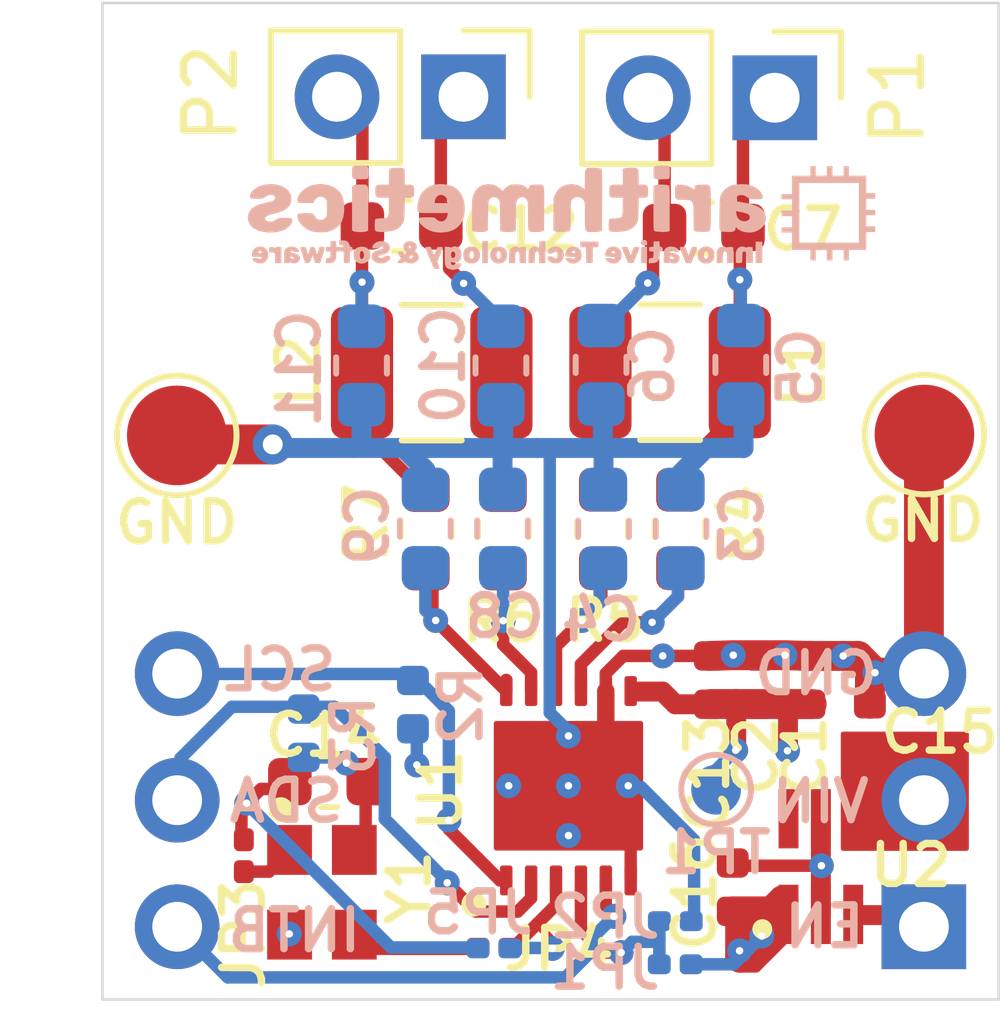
<source format=kicad_pcb>
(kicad_pcb (version 20171130) (host pcbnew "(5.1.9)-1")

  (general
    (thickness 1.6)
    (drawings 11)
    (tracks 256)
    (zones 0)
    (modules 39)
    (nets 20)
  )

  (page A4)
  (layers
    (0 F.Cu signal)
    (1 In1.Cu signal)
    (2 In2.Cu signal)
    (31 B.Cu signal)
    (32 B.Adhes user)
    (33 F.Adhes user)
    (34 B.Paste user)
    (35 F.Paste user)
    (36 B.SilkS user)
    (37 F.SilkS user)
    (38 B.Mask user)
    (39 F.Mask user hide)
    (40 Dwgs.User user)
    (41 Cmts.User user)
    (42 Eco1.User user)
    (43 Eco2.User user)
    (44 Edge.Cuts user)
    (45 Margin user)
    (46 B.CrtYd user)
    (47 F.CrtYd user)
    (48 B.Fab user hide)
    (49 F.Fab user hide)
  )

  (setup
    (last_trace_width 0.25)
    (user_trace_width 0.15)
    (user_trace_width 0.25)
    (user_trace_width 0.4)
    (user_trace_width 0.6)
    (user_trace_width 0.8)
    (trace_clearance 0.2)
    (zone_clearance 0.15)
    (zone_45_only no)
    (trace_min 0.1)
    (via_size 0.8)
    (via_drill 0.4)
    (via_min_size 0.4)
    (via_min_drill 0.1)
    (user_via 0.5 0.15)
    (uvia_size 0.3)
    (uvia_drill 0.1)
    (uvias_allowed no)
    (uvia_min_size 0.2)
    (uvia_min_drill 0.1)
    (edge_width 0.05)
    (segment_width 0.2)
    (pcb_text_width 0.3)
    (pcb_text_size 1.5 1.5)
    (mod_edge_width 0.12)
    (mod_text_size 0.8 0.8)
    (mod_text_width 0.1)
    (pad_size 1 1)
    (pad_drill 0)
    (pad_to_mask_clearance 0.05)
    (aux_axis_origin 0 0)
    (visible_elements 7FFFFFFF)
    (pcbplotparams
      (layerselection 0x010fc_ffffffff)
      (usegerberextensions false)
      (usegerberattributes true)
      (usegerberadvancedattributes true)
      (creategerberjobfile true)
      (excludeedgelayer true)
      (linewidth 0.100000)
      (plotframeref false)
      (viasonmask false)
      (mode 1)
      (useauxorigin false)
      (hpglpennumber 1)
      (hpglpenspeed 20)
      (hpglpendiameter 15.000000)
      (psnegative false)
      (psa4output false)
      (plotreference true)
      (plotvalue true)
      (plotinvisibletext false)
      (padsonsilk false)
      (subtractmaskfromsilk false)
      (outputformat 1)
      (mirror false)
      (drillshape 1)
      (scaleselection 1)
      (outputdirectory ""))
  )

  (net 0 "")
  (net 1 GND)
  (net 2 +3V3)
  (net 3 /Sensing_Network_1/OUT1)
  (net 4 /Sensing_Network_1/OUT2)
  (net 5 /Sensing_Network_2/OUT1)
  (net 6 /Sensing_Network_2/OUT2)
  (net 7 /CLKIN)
  (net 8 "Net-(JP3-Pad1)")
  (net 9 "Net-(JP4-Pad1)")
  (net 10 /IN0A)
  (net 11 /IN0B)
  (net 12 /IN1A)
  (net 13 /IN1B)
  (net 14 /SCL)
  (net 15 /SDA)
  (net 16 /EN)
  (net 17 /INTB)
  (net 18 /ADDR)
  (net 19 /VCC)

  (net_class Default "This is the default net class."
    (clearance 0.2)
    (trace_width 0.25)
    (via_dia 0.8)
    (via_drill 0.4)
    (uvia_dia 0.3)
    (uvia_drill 0.1)
    (add_net +3V3)
    (add_net /ADDR)
    (add_net /CLKIN)
    (add_net /EN)
    (add_net /IN0A)
    (add_net /IN0B)
    (add_net /IN1A)
    (add_net /IN1B)
    (add_net /INTB)
    (add_net /SCL)
    (add_net /SDA)
    (add_net /Sensing_Network_1/OUT1)
    (add_net /Sensing_Network_1/OUT2)
    (add_net /Sensing_Network_2/OUT1)
    (add_net /Sensing_Network_2/OUT2)
    (add_net /VCC)
    (add_net GND)
    (add_net "Net-(JP3-Pad1)")
    (add_net "Net-(JP4-Pad1)")
  )

  (module Locator_Footprints:SIP32432DR3 (layer F.Cu) (tedit 6033110E) (tstamp 5F680A24)
    (at 96.43 54.832 90)
    (descr "10 pA, Ultra Low Leakage and Quiescent Current, Load Switch with Reverse Blocking")
    (path /5F71D806)
    (attr smd)
    (fp_text reference U2 (at 0.025 1.806 180) (layer F.SilkS)
      (effects (font (size 0.8 0.8) (thickness 0.15)))
    )
    (fp_text value SIP32432DR3 (at 5.628 2.008 90) (layer F.Fab)
      (effects (font (size 0.8 0.8) (thickness 0.015)))
    )
    (fp_line (start -0.625 1) (end 0.625 1) (layer F.Fab) (width 0.127))
    (fp_line (start 0.625 1) (end 0.625 -1) (layer F.Fab) (width 0.127))
    (fp_line (start 0.625 -1) (end -0.625 -1) (layer F.Fab) (width 0.127))
    (fp_line (start -0.625 -1) (end -0.625 1) (layer F.Fab) (width 0.127))
    (fp_line (start -1.805 1.25) (end 1.805 1.25) (layer F.CrtYd) (width 0.05))
    (fp_line (start 1.805 1.25) (end 1.805 -1.25) (layer F.CrtYd) (width 0.05))
    (fp_line (start 1.805 -1.25) (end -1.805 -1.25) (layer F.CrtYd) (width 0.05))
    (fp_line (start -1.805 -1.25) (end -1.805 1.25) (layer F.CrtYd) (width 0.05))
    (fp_circle (center -1.256 -1.176) (end -1.156 -1.176) (layer F.SilkS) (width 0.2))
    (fp_circle (center -1.256 -1.176) (end -1.156 -1.176) (layer F.Fab) (width 0.2))
    (pad 1 smd rect (at -0.96 -0.65 90) (size 1.19 0.4) (layers F.Cu F.Paste F.Mask)
      (net 19 /VCC))
    (pad 2 smd rect (at -0.96 0 90) (size 1.19 0.4) (layers F.Cu F.Paste F.Mask)
      (net 1 GND) (zone_connect 2))
    (pad 3 smd rect (at -0.96 0.65 90) (size 1.19 0.4) (layers F.Cu F.Paste F.Mask)
      (net 16 /EN))
    (pad 4 smd rect (at 0.96 0.65 90) (size 1.19 0.4) (layers F.Cu F.Paste F.Mask)
      (net 2 +3V3))
    (pad 5 smd rect (at 0.96 0 90) (size 1.19 0.4) (layers F.Cu F.Paste F.Mask)
      (net 1 GND) (zone_connect 2))
    (pad 6 smd rect (at 0.96 -0.65 90) (size 1.19 0.4) (layers F.Cu F.Paste F.Mask))
    (model "C:/Users/skull/Documents/KiCAD Workspace/locator-dev-board/KiCAD project/Libraries/SIP32432DR3/SIP32432DR3-T1GE3.stp"
      (at (xyz 0 0 0))
      (scale (xyz 1 1 1))
      (rotate (xyz 0 0 0))
    )
  )

  (module Locator_Footprints:625L3C040M00000 (layer F.Cu) (tedit 603310EF) (tstamp 5F67F8CB)
    (at 86.408 55.348 270)
    (descr "40MHz XO (Standard) CMOS Oscillator 3.3V Enable/Disable 4-SMD, No Lead")
    (path /5F905923)
    (attr smd)
    (fp_text reference Y1 (at -0.915 -1.752 270) (layer F.SilkS)
      (effects (font (size 0.8 0.8) (thickness 0.15)) (justify right))
    )
    (fp_text value Val** (at 0.298 10.056 90) (layer F.SilkS) hide
      (effects (font (size 1.27 1.27) (thickness 0.15)))
    )
    (fp_line (start -1.325 1.075) (end -1.325 -1.075) (layer F.Fab) (width 0.15))
    (fp_line (start -1.325 -1.075) (end 1.325 -1.075) (layer F.Fab) (width 0.15))
    (fp_line (start 1.325 -1.075) (end 1.325 1.075) (layer F.Fab) (width 0.15))
    (fp_line (start 1.325 1.075) (end -1.325 1.075) (layer F.Fab) (width 0.15))
    (fp_line (start 1.375 -1.125) (end 1.375 -1.125) (layer F.CrtYd) (width 0.15))
    (fp_line (start 1.375 -1.125) (end -1.375 -1.125) (layer F.CrtYd) (width 0.15))
    (fp_line (start -1.375 -1.125) (end -1.375 1.125) (layer F.CrtYd) (width 0.15))
    (fp_line (start -1.375 1.125) (end 1.375 1.125) (layer F.CrtYd) (width 0.15))
    (fp_line (start 1.375 1.125) (end 1.375 -1.125) (layer F.CrtYd) (width 0.15))
    (fp_circle (center -1.658 0.827) (end -1.533 0.827) (layer F.SilkS) (width 0.25))
    (pad 1 smd rect (at -0.85 0.65 270) (size 1 0.9) (layers F.Cu F.Paste F.Mask)
      (net 8 "Net-(JP3-Pad1)"))
    (pad 2 smd rect (at 0.85 0.65 270) (size 1 0.9) (layers F.Cu F.Paste F.Mask)
      (net 1 GND))
    (pad 3 smd rect (at 0.85 -0.65 270) (size 1 0.9) (layers F.Cu F.Paste F.Mask)
      (net 9 "Net-(JP4-Pad1)"))
    (pad 4 smd rect (at -0.85 -0.65 270) (size 1 0.9) (layers F.Cu F.Paste F.Mask)
      (net 19 /VCC))
    (model "C:/Users/skull/Documents/KiCAD Workspace/locator-dev-board/KiCAD project/Libraries/625L3C040M00000/CTS_Components_-_625L3C040M00000.step"
      (at (xyz 0 0 0))
      (scale (xyz 1 1 1))
      (rotate (xyz 0 0 0))
    )
  )

  (module Locator_Footprints:FDC2112-Q1 (layer F.Cu) (tedit 603310C8) (tstamp 5F5E6EE3)
    (at 91.36 53.21 90)
    (descr "EMI-Resistant 28-Bit, 12-Bit Capacitance-to-Digital Converter for Proximity and Level Sensing Applications")
    (tags "Integrated Circuit")
    (path /5F29EC4D)
    (attr smd)
    (fp_text reference U1 (at -0.092 -2.565 90) (layer F.SilkS)
      (effects (font (size 0.8 0.8) (thickness 0.15)))
    )
    (fp_text value FDC2212DNTT (at 0.01 4.43 90) (layer F.SilkS) hide
      (effects (font (size 1.27 1.27) (thickness 0.254)))
    )
    (fp_circle (center -2.375 -1.9) (end -2.375 -1.775) (layer F.SilkS) (width 0.25))
    (fp_line (start -2 -1) (end -1 -2) (layer F.Fab) (width 0.1))
    (fp_line (start -2 2) (end -2 -2) (layer F.Fab) (width 0.1))
    (fp_line (start 2 2) (end -2 2) (layer F.Fab) (width 0.1))
    (fp_line (start 2 -2) (end 2 2) (layer F.Fab) (width 0.1))
    (fp_line (start -2 -2) (end 2 -2) (layer F.Fab) (width 0.1))
    (fp_line (start -2.625 2.3) (end -2.625 -2.3) (layer F.CrtYd) (width 0.05))
    (fp_line (start 2.625 2.3) (end -2.625 2.3) (layer F.CrtYd) (width 0.05))
    (fp_line (start 2.625 -2.3) (end 2.625 2.3) (layer F.CrtYd) (width 0.05))
    (fp_line (start -2.625 -2.3) (end 2.625 -2.3) (layer F.CrtYd) (width 0.05))
    (pad "" smd roundrect (at -0.68 0.76 90) (size 1.15 1.31) (layers F.Paste) (roundrect_rratio 0.019))
    (pad "" smd roundrect (at -0.68 -0.76 90) (size 1.15 1.31) (layers F.Paste) (roundrect_rratio 0.019))
    (pad "" smd roundrect (at 0.68 -0.76 90) (size 1.15 1.31) (layers F.Paste) (roundrect_rratio 0.019))
    (pad "" smd roundrect (at 0.68 0.76 90) (size 1.15 1.31) (layers F.Paste) (roundrect_rratio 0.019))
    (pad 13 thru_hole circle (at 0 -1.2 90) (size 0.5 0.5) (drill 0.15) (layers *.Cu F.Mask)
      (net 1 GND) (zone_connect 2))
    (pad 13 thru_hole circle (at 0 1.2 90) (size 0.5 0.5) (drill 0.15) (layers *.Cu F.Mask)
      (net 1 GND) (zone_connect 2))
    (pad 13 thru_hole circle (at -1 0 90) (size 0.5 0.5) (drill 0.15) (layers *.Cu F.Mask)
      (net 1 GND) (zone_connect 2))
    (pad 13 thru_hole circle (at 1 0 180) (size 0.5 0.5) (drill 0.15) (layers *.Cu F.Mask)
      (net 1 GND) (zone_connect 2))
    (pad 13 thru_hole circle (at 0 0 90) (size 0.5 0.5) (drill 0.15) (layers *.Cu F.Mask)
      (net 1 GND) (zone_connect 2))
    (pad 13 smd roundrect (at 0 0 90) (size 2.6 3) (layers F.Cu F.Mask) (roundrect_rratio 0.019)
      (net 1 GND) (solder_mask_margin 0.07))
    (pad 12 smd roundrect (at 1.9 -1.25 180) (size 0.25 0.6) (layers F.Cu F.Paste F.Mask) (roundrect_rratio 0.2)
      (net 13 /IN1B) (solder_mask_margin 0.07))
    (pad 11 smd roundrect (at 1.9 -0.75 180) (size 0.25 0.6) (layers F.Cu F.Paste F.Mask) (roundrect_rratio 0.2)
      (net 12 /IN1A) (solder_mask_margin 0.07))
    (pad 10 smd roundrect (at 1.9 -0.25 180) (size 0.25 0.6) (layers F.Cu F.Paste F.Mask) (roundrect_rratio 0.2)
      (net 11 /IN0B) (solder_mask_margin 0.07))
    (pad 9 smd roundrect (at 1.9 0.25 180) (size 0.25 0.6) (layers F.Cu F.Paste F.Mask) (roundrect_rratio 0.2)
      (net 10 /IN0A) (solder_mask_margin 0.07))
    (pad 8 smd roundrect (at 1.9 0.75 180) (size 0.25 0.6) (layers F.Cu F.Paste F.Mask) (roundrect_rratio 0.2)
      (net 1 GND) (solder_mask_margin 0.07))
    (pad 7 smd roundrect (at 1.9 1.25 180) (size 0.25 0.6) (layers F.Cu F.Paste F.Mask) (roundrect_rratio 0.2)
      (net 19 /VCC) (solder_mask_margin 0.07))
    (pad 6 smd roundrect (at -1.9 1.25 180) (size 0.25 0.6) (layers F.Cu F.Paste F.Mask) (roundrect_rratio 0.2)
      (net 1 GND) (solder_mask_margin 0.07))
    (pad 5 smd roundrect (at -1.9 0.75 180) (size 0.25 0.6) (layers F.Cu F.Paste F.Mask) (roundrect_rratio 0.2)
      (net 17 /INTB) (solder_mask_margin 0.07))
    (pad 4 smd roundrect (at -1.9 0.25 180) (size 0.25 0.6) (layers F.Cu F.Paste F.Mask) (roundrect_rratio 0.2)
      (net 18 /ADDR) (solder_mask_margin 0.07))
    (pad 3 smd roundrect (at -1.9 -0.25 180) (size 0.25 0.6) (layers F.Cu F.Paste F.Mask) (roundrect_rratio 0.2)
      (net 7 /CLKIN) (solder_mask_margin 0.07))
    (pad 2 smd roundrect (at -1.9 -0.75 180) (size 0.25 0.6) (layers F.Cu F.Paste F.Mask) (roundrect_rratio 0.2)
      (net 15 /SDA) (solder_mask_margin 0.07))
    (pad 1 smd roundrect (at -1.9 -1.25 180) (size 0.25 0.6) (layers F.Cu F.Paste F.Mask) (roundrect_rratio 0.2)
      (net 14 /SCL) (solder_mask_margin 0.07))
    (model "C:/Users/skull/Documents/KiCAD Workspace/locator-dev-board/KiCAD project/Libraries/FDC2112/FDC2112DNTR.STEP"
      (at (xyz 0 0 0))
      (scale (xyz 1 1 1))
      (rotate (xyz -90 0 -90))
    )
  )

  (module Locator_Footprints:Capacitive_Sensor_Module_Footprint_2 (layer F.Cu) (tedit 5F777EE6) (tstamp 5F5F823C)
    (at 91 53.5 90)
    (path /5F1088F7)
    (fp_text reference J1 (at -1.907 -9.779) (layer F.SilkS) hide
      (effects (font (size 0.8 0.8) (thickness 0.1)))
    )
    (fp_text value FDC2112_Module_DIP (at 0 0 90) (layer F.Fab)
      (effects (font (size 1 1) (thickness 0.15)))
    )
    (fp_line (start -4 -9) (end -4 9) (layer F.Fab) (width 0.12))
    (fp_line (start 16 -9) (end -4 -9) (layer F.Fab) (width 0.12))
    (fp_line (start 16 9) (end 16 -9) (layer F.Fab) (width 0.12))
    (fp_line (start -4 9) (end 16 9) (layer F.Fab) (width 0.12))
    (fp_line (start -3.39 8.35) (end -3.39 -8.35) (layer F.CrtYd) (width 0.05))
    (fp_line (start 3.39 8.35) (end -3.39 8.35) (layer F.CrtYd) (width 0.05))
    (fp_line (start 3.39 -8.35) (end 3.39 8.35) (layer F.CrtYd) (width 0.05))
    (fp_line (start -3.39 -8.35) (end 3.39 -8.35) (layer F.CrtYd) (width 0.05))
    (fp_text user 1 (at -2.55 6.5 180) (layer F.SilkS) hide
      (effects (font (size 0.8 0.8) (thickness 0.15)))
    )
    (pad 3 thru_hole circle (at 2.54 7.5 90) (size 1.7 1.7) (drill 1) (layers *.Cu *.Mask)
      (net 1 GND))
    (pad 4 thru_hole circle (at 2.54 -7.5 90) (size 1.7 1.7) (drill 1) (layers *.Cu *.Mask)
      (net 14 /SCL))
    (pad 2 thru_hole circle (at 0 7.5 90) (size 1.7 1.7) (drill 1) (layers *.Cu *.Mask)
      (net 2 +3V3))
    (pad 5 thru_hole circle (at 0 -7.5 90) (size 1.7 1.7) (drill 1) (layers *.Cu *.Mask)
      (net 15 /SDA))
    (pad 1 thru_hole rect (at -2.54 7.5 90) (size 1.7 1.7) (drill 1) (layers *.Cu *.Mask)
      (net 16 /EN))
    (pad 6 thru_hole circle (at -2.54 -7.5 90) (size 1.7 1.7) (drill 1) (layers *.Cu *.Mask)
      (net 17 /INTB))
  )

  (module TestPoint:TestPoint_Pad_D1.0mm (layer B.Cu) (tedit 5F6A01AF) (tstamp 5F6A161B)
    (at 94.326 53.29)
    (descr "SMD pad as test Point, diameter 1.0mm")
    (tags "test point SMD pad")
    (path /5F73753E)
    (attr virtual)
    (fp_text reference TP1 (at -0.003 1.262) (layer B.SilkS)
      (effects (font (size 0.8 0.8) (thickness 0.15)) (justify mirror))
    )
    (fp_text value GND (at 0 -1.55) (layer B.Fab)
      (effects (font (size 1 1) (thickness 0.15)) (justify mirror))
    )
    (fp_circle (center 0 0) (end 1 0) (layer B.CrtYd) (width 0.05))
    (fp_circle (center 0 0) (end 0 -0.7) (layer B.SilkS) (width 0.12))
    (fp_text user %R (at 0 1.45) (layer B.Fab)
      (effects (font (size 1 1) (thickness 0.15)) (justify mirror))
    )
    (pad 1 smd circle (at 0 0) (size 1 1) (layers B.Cu B.Mask)
      (net 19 /VCC))
  )

  (module Capacitor_SMD:C_0603_1608Metric (layer F.Cu) (tedit 5B301BBE) (tstamp 5F6695A1)
    (at 86.551 53.128 180)
    (descr "Capacitor SMD 0603 (1608 Metric), square (rectangular) end terminal, IPC_7351 nominal, (Body size source: http://www.tortai-tech.com/upload/download/2011102023233369053.pdf), generated with kicad-footprint-generator")
    (tags capacitor)
    (path /5F90F5F7)
    (attr smd)
    (fp_text reference C14 (at 0.103 0.933) (layer F.SilkS)
      (effects (font (size 0.8 0.8) (thickness 0.15)))
    )
    (fp_text value 0.01uF (at 0 1.43) (layer F.Fab)
      (effects (font (size 1 1) (thickness 0.15)))
    )
    (fp_line (start 1.48 0.73) (end -1.48 0.73) (layer F.CrtYd) (width 0.05))
    (fp_line (start 1.48 -0.73) (end 1.48 0.73) (layer F.CrtYd) (width 0.05))
    (fp_line (start -1.48 -0.73) (end 1.48 -0.73) (layer F.CrtYd) (width 0.05))
    (fp_line (start -1.48 0.73) (end -1.48 -0.73) (layer F.CrtYd) (width 0.05))
    (fp_line (start -0.162779 0.51) (end 0.162779 0.51) (layer F.SilkS) (width 0.12))
    (fp_line (start -0.162779 -0.51) (end 0.162779 -0.51) (layer F.SilkS) (width 0.12))
    (fp_line (start 0.8 0.4) (end -0.8 0.4) (layer F.Fab) (width 0.1))
    (fp_line (start 0.8 -0.4) (end 0.8 0.4) (layer F.Fab) (width 0.1))
    (fp_line (start -0.8 -0.4) (end 0.8 -0.4) (layer F.Fab) (width 0.1))
    (fp_line (start -0.8 0.4) (end -0.8 -0.4) (layer F.Fab) (width 0.1))
    (fp_text user %R (at 0 0) (layer F.Fab)
      (effects (font (size 0.4 0.4) (thickness 0.06)))
    )
    (pad 2 smd roundrect (at 0.7875 0 180) (size 0.875 0.95) (layers F.Cu F.Paste F.Mask) (roundrect_rratio 0.25)
      (net 1 GND))
    (pad 1 smd roundrect (at -0.7875 0 180) (size 0.875 0.95) (layers F.Cu F.Paste F.Mask) (roundrect_rratio 0.25)
      (net 19 /VCC))
    (model ${KISYS3DMOD}/Capacitor_SMD.3dshapes/C_0603_1608Metric.wrl
      (at (xyz 0 0 0))
      (scale (xyz 1 1 1))
      (rotate (xyz 0 0 0))
    )
  )

  (module Resistor_SMD:R_0603_1608Metric (layer F.Cu) (tedit 5B301BBD) (tstamp 5F5F81DA)
    (at 88.498 48.064 270)
    (descr "Resistor SMD 0603 (1608 Metric), square (rectangular) end terminal, IPC_7351 nominal, (Body size source: http://www.tortai-tech.com/upload/download/2011102023233369053.pdf), generated with kicad-footprint-generator")
    (tags resistor)
    (path /5F1662AF/5F15F8F7)
    (attr smd)
    (fp_text reference R7 (at -0.13 1.19 90) (layer F.SilkS)
      (effects (font (size 0.8 0.8) (thickness 0.15)))
    )
    (fp_text value 0R (at 0 1.43 90) (layer F.Fab)
      (effects (font (size 1 1) (thickness 0.15)))
    )
    (fp_line (start -0.8 0.4) (end -0.8 -0.4) (layer F.Fab) (width 0.1))
    (fp_line (start -0.8 -0.4) (end 0.8 -0.4) (layer F.Fab) (width 0.1))
    (fp_line (start 0.8 -0.4) (end 0.8 0.4) (layer F.Fab) (width 0.1))
    (fp_line (start 0.8 0.4) (end -0.8 0.4) (layer F.Fab) (width 0.1))
    (fp_line (start -0.162779 -0.51) (end 0.162779 -0.51) (layer F.SilkS) (width 0.12))
    (fp_line (start -0.162779 0.51) (end 0.162779 0.51) (layer F.SilkS) (width 0.12))
    (fp_line (start -1.48 0.73) (end -1.48 -0.73) (layer F.CrtYd) (width 0.05))
    (fp_line (start -1.48 -0.73) (end 1.48 -0.73) (layer F.CrtYd) (width 0.05))
    (fp_line (start 1.48 -0.73) (end 1.48 0.73) (layer F.CrtYd) (width 0.05))
    (fp_line (start 1.48 0.73) (end -1.48 0.73) (layer F.CrtYd) (width 0.05))
    (fp_text user %R (at 0 0 90) (layer F.Fab)
      (effects (font (size 1 1) (thickness 0.15)))
    )
    (pad 2 smd roundrect (at 0.7875 0 270) (size 0.875 0.95) (layers F.Cu F.Paste F.Mask) (roundrect_rratio 0.25)
      (net 13 /IN1B))
    (pad 1 smd roundrect (at -0.7875 0 270) (size 0.875 0.95) (layers F.Cu F.Paste F.Mask) (roundrect_rratio 0.25)
      (net 6 /Sensing_Network_2/OUT2))
    (model ${KISYS3DMOD}/Resistor_SMD.3dshapes/R_0603_1608Metric.wrl
      (at (xyz 0 0 0))
      (scale (xyz 1 1 1))
      (rotate (xyz 0 0 0))
    )
  )

  (module Capacitor_SMD:C_0603_1608Metric (layer B.Cu) (tedit 5B301BBE) (tstamp 5F5EEA20)
    (at 90.003 44.776 270)
    (descr "Capacitor SMD 0603 (1608 Metric), square (rectangular) end terminal, IPC_7351 nominal, (Body size source: http://www.tortai-tech.com/upload/download/2011102023233369053.pdf), generated with kicad-footprint-generator")
    (tags capacitor)
    (path /5F1662AF/5F15F903)
    (attr smd)
    (fp_text reference C10 (at -0.007 1.154 90) (layer B.SilkS)
      (effects (font (size 0.8 0.8) (thickness 0.15)) (justify mirror))
    )
    (fp_text value 18pF (at 0 -1.43 90) (layer B.Fab)
      (effects (font (size 1 1) (thickness 0.15)) (justify mirror))
    )
    (fp_line (start 1.48 -0.73) (end -1.48 -0.73) (layer B.CrtYd) (width 0.05))
    (fp_line (start 1.48 0.73) (end 1.48 -0.73) (layer B.CrtYd) (width 0.05))
    (fp_line (start -1.48 0.73) (end 1.48 0.73) (layer B.CrtYd) (width 0.05))
    (fp_line (start -1.48 -0.73) (end -1.48 0.73) (layer B.CrtYd) (width 0.05))
    (fp_line (start -0.162779 -0.51) (end 0.162779 -0.51) (layer B.SilkS) (width 0.12))
    (fp_line (start -0.162779 0.51) (end 0.162779 0.51) (layer B.SilkS) (width 0.12))
    (fp_line (start 0.8 -0.4) (end -0.8 -0.4) (layer B.Fab) (width 0.1))
    (fp_line (start 0.8 0.4) (end 0.8 -0.4) (layer B.Fab) (width 0.1))
    (fp_line (start -0.8 0.4) (end 0.8 0.4) (layer B.Fab) (width 0.1))
    (fp_line (start -0.8 -0.4) (end -0.8 0.4) (layer B.Fab) (width 0.1))
    (fp_text user %R (at 0 0 90) (layer B.Fab)
      (effects (font (size 0.4 0.4) (thickness 0.06)) (justify mirror))
    )
    (pad 1 smd roundrect (at -0.7875 0 270) (size 0.875 0.95) (layers B.Cu B.Paste B.Mask) (roundrect_rratio 0.25)
      (net 5 /Sensing_Network_2/OUT1))
    (pad 2 smd roundrect (at 0.7875 0 270) (size 0.875 0.95) (layers B.Cu B.Paste B.Mask) (roundrect_rratio 0.25)
      (net 1 GND))
    (model ${KISYS3DMOD}/Capacitor_SMD.3dshapes/C_0603_1608Metric.wrl
      (at (xyz 0 0 0))
      (scale (xyz 1 1 1))
      (rotate (xyz 0 0 0))
    )
  )

  (module Resistor_SMD:R_0603_1608Metric (layer F.Cu) (tedit 5B301BBD) (tstamp 5F5F81AA)
    (at 90.048 48.064 270)
    (descr "Resistor SMD 0603 (1608 Metric), square (rectangular) end terminal, IPC_7351 nominal, (Body size source: http://www.tortai-tech.com/upload/download/2011102023233369053.pdf), generated with kicad-footprint-generator")
    (tags resistor)
    (path /5F1662AF/5F15F8F1)
    (attr smd)
    (fp_text reference R6 (at 1.838 0.03 180) (layer F.SilkS)
      (effects (font (size 0.8 0.8) (thickness 0.15)))
    )
    (fp_text value 0R (at 0 1.43 90) (layer F.Fab)
      (effects (font (size 1 1) (thickness 0.15)))
    )
    (fp_line (start 1.48 0.73) (end -1.48 0.73) (layer F.CrtYd) (width 0.05))
    (fp_line (start 1.48 -0.73) (end 1.48 0.73) (layer F.CrtYd) (width 0.05))
    (fp_line (start -1.48 -0.73) (end 1.48 -0.73) (layer F.CrtYd) (width 0.05))
    (fp_line (start -1.48 0.73) (end -1.48 -0.73) (layer F.CrtYd) (width 0.05))
    (fp_line (start -0.162779 0.51) (end 0.162779 0.51) (layer F.SilkS) (width 0.12))
    (fp_line (start -0.162779 -0.51) (end 0.162779 -0.51) (layer F.SilkS) (width 0.12))
    (fp_line (start 0.8 0.4) (end -0.8 0.4) (layer F.Fab) (width 0.1))
    (fp_line (start 0.8 -0.4) (end 0.8 0.4) (layer F.Fab) (width 0.1))
    (fp_line (start -0.8 -0.4) (end 0.8 -0.4) (layer F.Fab) (width 0.1))
    (fp_line (start -0.8 0.4) (end -0.8 -0.4) (layer F.Fab) (width 0.1))
    (fp_text user %R (at 0 0 90) (layer F.Fab)
      (effects (font (size 1 1) (thickness 0.15)))
    )
    (pad 1 smd roundrect (at -0.7875 0 270) (size 0.875 0.95) (layers F.Cu F.Paste F.Mask) (roundrect_rratio 0.25)
      (net 5 /Sensing_Network_2/OUT1))
    (pad 2 smd roundrect (at 0.7875 0 270) (size 0.875 0.95) (layers F.Cu F.Paste F.Mask) (roundrect_rratio 0.25)
      (net 12 /IN1A))
    (model ${KISYS3DMOD}/Resistor_SMD.3dshapes/R_0603_1608Metric.wrl
      (at (xyz 0 0 0))
      (scale (xyz 1 1 1))
      (rotate (xyz 0 0 0))
    )
  )

  (module Resistor_SMD:R_0603_1608Metric (layer F.Cu) (tedit 5B301BBD) (tstamp 5F5F802A)
    (at 92.047 48.058 270)
    (descr "Resistor SMD 0603 (1608 Metric), square (rectangular) end terminal, IPC_7351 nominal, (Body size source: http://www.tortai-tech.com/upload/download/2011102023233369053.pdf), generated with kicad-footprint-generator")
    (tags resistor)
    (path /5F156100/5F15F8F7)
    (attr smd)
    (fp_text reference R5 (at 1.831 -0.05 180) (layer F.SilkS)
      (effects (font (size 0.8 0.8) (thickness 0.15)))
    )
    (fp_text value 0R (at 0 1.43 90) (layer F.Fab)
      (effects (font (size 1 1) (thickness 0.15)))
    )
    (fp_line (start 1.48 0.73) (end -1.48 0.73) (layer F.CrtYd) (width 0.05))
    (fp_line (start 1.48 -0.73) (end 1.48 0.73) (layer F.CrtYd) (width 0.05))
    (fp_line (start -1.48 -0.73) (end 1.48 -0.73) (layer F.CrtYd) (width 0.05))
    (fp_line (start -1.48 0.73) (end -1.48 -0.73) (layer F.CrtYd) (width 0.05))
    (fp_line (start -0.162779 0.51) (end 0.162779 0.51) (layer F.SilkS) (width 0.12))
    (fp_line (start -0.162779 -0.51) (end 0.162779 -0.51) (layer F.SilkS) (width 0.12))
    (fp_line (start 0.8 0.4) (end -0.8 0.4) (layer F.Fab) (width 0.1))
    (fp_line (start 0.8 -0.4) (end 0.8 0.4) (layer F.Fab) (width 0.1))
    (fp_line (start -0.8 -0.4) (end 0.8 -0.4) (layer F.Fab) (width 0.1))
    (fp_line (start -0.8 0.4) (end -0.8 -0.4) (layer F.Fab) (width 0.1))
    (fp_text user %R (at 0 0 90) (layer F.Fab)
      (effects (font (size 1 1) (thickness 0.15)))
    )
    (pad 1 smd roundrect (at -0.7875 0 270) (size 0.875 0.95) (layers F.Cu F.Paste F.Mask) (roundrect_rratio 0.25)
      (net 4 /Sensing_Network_1/OUT2))
    (pad 2 smd roundrect (at 0.7875 0 270) (size 0.875 0.95) (layers F.Cu F.Paste F.Mask) (roundrect_rratio 0.25)
      (net 11 /IN0B))
    (model ${KISYS3DMOD}/Resistor_SMD.3dshapes/R_0603_1608Metric.wrl
      (at (xyz 0 0 0))
      (scale (xyz 1 1 1))
      (rotate (xyz 0 0 0))
    )
  )

  (module Resistor_SMD:R_0603_1608Metric (layer F.Cu) (tedit 5B301BBD) (tstamp 5F5F7FCA)
    (at 93.597 48.058 270)
    (descr "Resistor SMD 0603 (1608 Metric), square (rectangular) end terminal, IPC_7351 nominal, (Body size source: http://www.tortai-tech.com/upload/download/2011102023233369053.pdf), generated with kicad-footprint-generator")
    (tags resistor)
    (path /5F156100/5F15F8F1)
    (attr smd)
    (fp_text reference R4 (at -0.1 -1.23 90) (layer F.SilkS)
      (effects (font (size 0.8 0.8) (thickness 0.15)))
    )
    (fp_text value 0R (at 0 1.43 90) (layer F.Fab)
      (effects (font (size 1 1) (thickness 0.15)))
    )
    (fp_line (start 1.48 0.73) (end -1.48 0.73) (layer F.CrtYd) (width 0.05))
    (fp_line (start 1.48 -0.73) (end 1.48 0.73) (layer F.CrtYd) (width 0.05))
    (fp_line (start -1.48 -0.73) (end 1.48 -0.73) (layer F.CrtYd) (width 0.05))
    (fp_line (start -1.48 0.73) (end -1.48 -0.73) (layer F.CrtYd) (width 0.05))
    (fp_line (start -0.162779 0.51) (end 0.162779 0.51) (layer F.SilkS) (width 0.12))
    (fp_line (start -0.162779 -0.51) (end 0.162779 -0.51) (layer F.SilkS) (width 0.12))
    (fp_line (start 0.8 0.4) (end -0.8 0.4) (layer F.Fab) (width 0.1))
    (fp_line (start 0.8 -0.4) (end 0.8 0.4) (layer F.Fab) (width 0.1))
    (fp_line (start -0.8 -0.4) (end 0.8 -0.4) (layer F.Fab) (width 0.1))
    (fp_line (start -0.8 0.4) (end -0.8 -0.4) (layer F.Fab) (width 0.1))
    (fp_text user %R (at 0 0 90) (layer F.Fab)
      (effects (font (size 1 1) (thickness 0.15)))
    )
    (pad 1 smd roundrect (at -0.7875 0 270) (size 0.875 0.95) (layers F.Cu F.Paste F.Mask) (roundrect_rratio 0.25)
      (net 3 /Sensing_Network_1/OUT1))
    (pad 2 smd roundrect (at 0.7875 0 270) (size 0.875 0.95) (layers F.Cu F.Paste F.Mask) (roundrect_rratio 0.25)
      (net 10 /IN0A))
    (model ${KISYS3DMOD}/Resistor_SMD.3dshapes/R_0603_1608Metric.wrl
      (at (xyz 0 0 0))
      (scale (xyz 1 1 1))
      (rotate (xyz 0 0 0))
    )
  )

  (module Inductor_SMD:L_1210_3225Metric (layer F.Cu) (tedit 5B301BBE) (tstamp 5F5F817A)
    (at 88.613 44.919)
    (descr "Inductor SMD 1210 (3225 Metric), square (rectangular) end terminal, IPC_7351 nominal, (Body size source: http://www.tortai-tech.com/upload/download/2011102023233369053.pdf), generated with kicad-footprint-generator")
    (tags inductor)
    (path /5F1662AF/5F15F92E)
    (attr smd)
    (fp_text reference L2 (at -2.676 -0.031 90) (layer F.SilkS)
      (effects (font (size 0.8 0.8) (thickness 0.15)))
    )
    (fp_text value 18uH (at 0 2.28) (layer F.Fab)
      (effects (font (size 1 1) (thickness 0.15)))
    )
    (fp_line (start 2.28 1.58) (end -2.28 1.58) (layer F.CrtYd) (width 0.05))
    (fp_line (start 2.28 -1.58) (end 2.28 1.58) (layer F.CrtYd) (width 0.05))
    (fp_line (start -2.28 -1.58) (end 2.28 -1.58) (layer F.CrtYd) (width 0.05))
    (fp_line (start -2.28 1.58) (end -2.28 -1.58) (layer F.CrtYd) (width 0.05))
    (fp_line (start -0.602064 1.36) (end 0.602064 1.36) (layer F.SilkS) (width 0.12))
    (fp_line (start -0.602064 -1.36) (end 0.602064 -1.36) (layer F.SilkS) (width 0.12))
    (fp_line (start 1.6 1.25) (end -1.6 1.25) (layer F.Fab) (width 0.1))
    (fp_line (start 1.6 -1.25) (end 1.6 1.25) (layer F.Fab) (width 0.1))
    (fp_line (start -1.6 -1.25) (end 1.6 -1.25) (layer F.Fab) (width 0.1))
    (fp_line (start -1.6 1.25) (end -1.6 -1.25) (layer F.Fab) (width 0.1))
    (fp_text user %R (at 0 0) (layer F.Fab)
      (effects (font (size 1 1) (thickness 0.15)))
    )
    (pad 1 smd roundrect (at -1.4 0) (size 1.25 2.65) (layers F.Cu F.Paste F.Mask) (roundrect_rratio 0.2)
      (net 6 /Sensing_Network_2/OUT2))
    (pad 2 smd roundrect (at 1.4 0) (size 1.25 2.65) (layers F.Cu F.Paste F.Mask) (roundrect_rratio 0.2)
      (net 5 /Sensing_Network_2/OUT1))
    (model ${KISYS3DMOD}/Inductor_SMD.3dshapes/L_1210_3225Metric.wrl
      (at (xyz 0 0 0))
      (scale (xyz 1 1 1))
      (rotate (xyz 0 0 0))
    )
  )

  (module Inductor_SMD:L_1210_3225Metric (layer F.Cu) (tedit 5B301BBE) (tstamp 5F5F7F3A)
    (at 93.402 44.911)
    (descr "Inductor SMD 1210 (3225 Metric), square (rectangular) end terminal, IPC_7351 nominal, (Body size source: http://www.tortai-tech.com/upload/download/2011102023233369053.pdf), generated with kicad-footprint-generator")
    (tags inductor)
    (path /5F156100/5F15F92E)
    (attr smd)
    (fp_text reference L1 (at 2.673 -0.01 270) (layer F.SilkS)
      (effects (font (size 0.8 0.8) (thickness 0.15)))
    )
    (fp_text value 18uH (at 0 2.28) (layer F.Fab)
      (effects (font (size 1 1) (thickness 0.15)))
    )
    (fp_line (start 2.28 1.58) (end -2.28 1.58) (layer F.CrtYd) (width 0.05))
    (fp_line (start 2.28 -1.58) (end 2.28 1.58) (layer F.CrtYd) (width 0.05))
    (fp_line (start -2.28 -1.58) (end 2.28 -1.58) (layer F.CrtYd) (width 0.05))
    (fp_line (start -2.28 1.58) (end -2.28 -1.58) (layer F.CrtYd) (width 0.05))
    (fp_line (start -0.602064 1.36) (end 0.602064 1.36) (layer F.SilkS) (width 0.12))
    (fp_line (start -0.602064 -1.36) (end 0.602064 -1.36) (layer F.SilkS) (width 0.12))
    (fp_line (start 1.6 1.25) (end -1.6 1.25) (layer F.Fab) (width 0.1))
    (fp_line (start 1.6 -1.25) (end 1.6 1.25) (layer F.Fab) (width 0.1))
    (fp_line (start -1.6 -1.25) (end 1.6 -1.25) (layer F.Fab) (width 0.1))
    (fp_line (start -1.6 1.25) (end -1.6 -1.25) (layer F.Fab) (width 0.1))
    (fp_text user %R (at 0 0) (layer F.Fab)
      (effects (font (size 1 1) (thickness 0.15)))
    )
    (pad 1 smd roundrect (at -1.4 0) (size 1.25 2.65) (layers F.Cu F.Paste F.Mask) (roundrect_rratio 0.2)
      (net 4 /Sensing_Network_1/OUT2))
    (pad 2 smd roundrect (at 1.4 0) (size 1.25 2.65) (layers F.Cu F.Paste F.Mask) (roundrect_rratio 0.2)
      (net 3 /Sensing_Network_1/OUT1))
    (model ${KISYS3DMOD}/Inductor_SMD.3dshapes/L_1210_3225Metric.wrl
      (at (xyz 0 0 0))
      (scale (xyz 1 1 1))
      (rotate (xyz 0 0 0))
    )
  )

  (module Capacitor_SMD:C_0603_1608Metric (layer F.Cu) (tedit 5B301BBE) (tstamp 5F5F814A)
    (at 88.008 41.974 180)
    (descr "Capacitor SMD 0603 (1608 Metric), square (rectangular) end terminal, IPC_7351 nominal, (Body size source: http://www.tortai-tech.com/upload/download/2011102023233369053.pdf), generated with kicad-footprint-generator")
    (tags capacitor)
    (path /5F1662AF/5F15F937)
    (attr smd)
    (fp_text reference C12 (at -2.382 -0.066) (layer F.SilkS)
      (effects (font (size 0.8 0.8) (thickness 0.15)))
    )
    (fp_text value 33pF (at 0 1.43) (layer F.Fab)
      (effects (font (size 1 1) (thickness 0.15)))
    )
    (fp_line (start 1.48 0.73) (end -1.48 0.73) (layer F.CrtYd) (width 0.05))
    (fp_line (start 1.48 -0.73) (end 1.48 0.73) (layer F.CrtYd) (width 0.05))
    (fp_line (start -1.48 -0.73) (end 1.48 -0.73) (layer F.CrtYd) (width 0.05))
    (fp_line (start -1.48 0.73) (end -1.48 -0.73) (layer F.CrtYd) (width 0.05))
    (fp_line (start -0.162779 0.51) (end 0.162779 0.51) (layer F.SilkS) (width 0.12))
    (fp_line (start -0.162779 -0.51) (end 0.162779 -0.51) (layer F.SilkS) (width 0.12))
    (fp_line (start 0.8 0.4) (end -0.8 0.4) (layer F.Fab) (width 0.1))
    (fp_line (start 0.8 -0.4) (end 0.8 0.4) (layer F.Fab) (width 0.1))
    (fp_line (start -0.8 -0.4) (end 0.8 -0.4) (layer F.Fab) (width 0.1))
    (fp_line (start -0.8 0.4) (end -0.8 -0.4) (layer F.Fab) (width 0.1))
    (fp_text user %R (at 0 0) (layer F.Fab)
      (effects (font (size 1 1) (thickness 0.15)))
    )
    (pad 1 smd roundrect (at -0.7875 0 180) (size 0.875 0.95) (layers F.Cu F.Paste F.Mask) (roundrect_rratio 0.25)
      (net 5 /Sensing_Network_2/OUT1))
    (pad 2 smd roundrect (at 0.7875 0 180) (size 0.875 0.95) (layers F.Cu F.Paste F.Mask) (roundrect_rratio 0.25)
      (net 6 /Sensing_Network_2/OUT2))
    (model ${KISYS3DMOD}/Capacitor_SMD.3dshapes/C_0603_1608Metric.wrl
      (at (xyz 0 0 0))
      (scale (xyz 1 1 1))
      (rotate (xyz 0 0 0))
    )
  )

  (module Capacitor_SMD:C_0603_1608Metric (layer B.Cu) (tedit 5B301BBE) (tstamp 5F5F820A)
    (at 87.203 44.775 90)
    (descr "Capacitor SMD 0603 (1608 Metric), square (rectangular) end terminal, IPC_7351 nominal, (Body size source: http://www.tortai-tech.com/upload/download/2011102023233369053.pdf), generated with kicad-footprint-generator")
    (tags capacitor)
    (path /5F1662AF/5F15F909)
    (attr smd)
    (fp_text reference C11 (at -0.06 -1.25 270) (layer B.SilkS)
      (effects (font (size 0.8 0.8) (thickness 0.15)) (justify mirror))
    )
    (fp_text value 18pF (at 0 -1.43 270) (layer B.Fab)
      (effects (font (size 1 1) (thickness 0.15)) (justify mirror))
    )
    (fp_line (start 1.48 -0.73) (end -1.48 -0.73) (layer B.CrtYd) (width 0.05))
    (fp_line (start 1.48 0.73) (end 1.48 -0.73) (layer B.CrtYd) (width 0.05))
    (fp_line (start -1.48 0.73) (end 1.48 0.73) (layer B.CrtYd) (width 0.05))
    (fp_line (start -1.48 -0.73) (end -1.48 0.73) (layer B.CrtYd) (width 0.05))
    (fp_line (start -0.162779 -0.51) (end 0.162779 -0.51) (layer B.SilkS) (width 0.12))
    (fp_line (start -0.162779 0.51) (end 0.162779 0.51) (layer B.SilkS) (width 0.12))
    (fp_line (start 0.8 -0.4) (end -0.8 -0.4) (layer B.Fab) (width 0.1))
    (fp_line (start 0.8 0.4) (end 0.8 -0.4) (layer B.Fab) (width 0.1))
    (fp_line (start -0.8 0.4) (end 0.8 0.4) (layer B.Fab) (width 0.1))
    (fp_line (start -0.8 -0.4) (end -0.8 0.4) (layer B.Fab) (width 0.1))
    (fp_text user %R (at 0 0 270) (layer B.Fab)
      (effects (font (size 1 1) (thickness 0.15)) (justify mirror))
    )
    (pad 1 smd roundrect (at -0.7875 0 90) (size 0.875 0.95) (layers B.Cu B.Paste B.Mask) (roundrect_rratio 0.25)
      (net 1 GND))
    (pad 2 smd roundrect (at 0.7875 0 90) (size 0.875 0.95) (layers B.Cu B.Paste B.Mask) (roundrect_rratio 0.25)
      (net 6 /Sensing_Network_2/OUT2))
    (model ${KISYS3DMOD}/Capacitor_SMD.3dshapes/C_0603_1608Metric.wrl
      (at (xyz 0 0 0))
      (scale (xyz 1 1 1))
      (rotate (xyz 0 0 0))
    )
  )

  (module Capacitor_SMD:C_0603_1608Metric (layer B.Cu) (tedit 5B301BBE) (tstamp 5F5F7F6A)
    (at 88.485 48.049 270)
    (descr "Capacitor SMD 0603 (1608 Metric), square (rectangular) end terminal, IPC_7351 nominal, (Body size source: http://www.tortai-tech.com/upload/download/2011102023233369053.pdf), generated with kicad-footprint-generator")
    (tags capacitor)
    (path /5F1662AF/5F15F8FD)
    (attr smd)
    (fp_text reference C9 (at -0.062 1.165 90) (layer B.SilkS)
      (effects (font (size 0.8 0.8) (thickness 0.15)) (justify mirror))
    )
    (fp_text value 18pF (at 0 -1.43 90) (layer B.Fab)
      (effects (font (size 1 1) (thickness 0.15)) (justify mirror))
    )
    (fp_line (start 1.48 -0.73) (end -1.48 -0.73) (layer B.CrtYd) (width 0.05))
    (fp_line (start 1.48 0.73) (end 1.48 -0.73) (layer B.CrtYd) (width 0.05))
    (fp_line (start -1.48 0.73) (end 1.48 0.73) (layer B.CrtYd) (width 0.05))
    (fp_line (start -1.48 -0.73) (end -1.48 0.73) (layer B.CrtYd) (width 0.05))
    (fp_line (start -0.162779 -0.51) (end 0.162779 -0.51) (layer B.SilkS) (width 0.12))
    (fp_line (start -0.162779 0.51) (end 0.162779 0.51) (layer B.SilkS) (width 0.12))
    (fp_line (start 0.8 -0.4) (end -0.8 -0.4) (layer B.Fab) (width 0.1))
    (fp_line (start 0.8 0.4) (end 0.8 -0.4) (layer B.Fab) (width 0.1))
    (fp_line (start -0.8 0.4) (end 0.8 0.4) (layer B.Fab) (width 0.1))
    (fp_line (start -0.8 -0.4) (end -0.8 0.4) (layer B.Fab) (width 0.1))
    (fp_text user %R (at 0 0 90) (layer B.Fab)
      (effects (font (size 1 1) (thickness 0.15)) (justify mirror))
    )
    (pad 1 smd roundrect (at -0.7875 0 270) (size 0.875 0.95) (layers B.Cu B.Paste B.Mask) (roundrect_rratio 0.25)
      (net 1 GND))
    (pad 2 smd roundrect (at 0.7875 0 270) (size 0.875 0.95) (layers B.Cu B.Paste B.Mask) (roundrect_rratio 0.25)
      (net 13 /IN1B))
    (model ${KISYS3DMOD}/Capacitor_SMD.3dshapes/C_0603_1608Metric.wrl
      (at (xyz 0 0 0))
      (scale (xyz 1 1 1))
      (rotate (xyz 0 0 0))
    )
  )

  (module Capacitor_SMD:C_0603_1608Metric (layer B.Cu) (tedit 5B301BBE) (tstamp 5F5F811A)
    (at 90.036 48.049 90)
    (descr "Capacitor SMD 0603 (1608 Metric), square (rectangular) end terminal, IPC_7351 nominal, (Body size source: http://www.tortai-tech.com/upload/download/2011102023233369053.pdf), generated with kicad-footprint-generator")
    (tags capacitor)
    (path /5F1662AF/5F15F8EB)
    (attr smd)
    (fp_text reference C8 (at -1.764 0.046) (layer B.SilkS)
      (effects (font (size 0.8 0.8) (thickness 0.15)) (justify mirror))
    )
    (fp_text value 18pF (at 0 -1.43 90) (layer B.Fab)
      (effects (font (size 1 1) (thickness 0.15)) (justify mirror))
    )
    (fp_line (start 1.48 -0.73) (end -1.48 -0.73) (layer B.CrtYd) (width 0.05))
    (fp_line (start 1.48 0.73) (end 1.48 -0.73) (layer B.CrtYd) (width 0.05))
    (fp_line (start -1.48 0.73) (end 1.48 0.73) (layer B.CrtYd) (width 0.05))
    (fp_line (start -1.48 -0.73) (end -1.48 0.73) (layer B.CrtYd) (width 0.05))
    (fp_line (start -0.162779 -0.51) (end 0.162779 -0.51) (layer B.SilkS) (width 0.12))
    (fp_line (start -0.162779 0.51) (end 0.162779 0.51) (layer B.SilkS) (width 0.12))
    (fp_line (start 0.8 -0.4) (end -0.8 -0.4) (layer B.Fab) (width 0.1))
    (fp_line (start 0.8 0.4) (end 0.8 -0.4) (layer B.Fab) (width 0.1))
    (fp_line (start -0.8 0.4) (end 0.8 0.4) (layer B.Fab) (width 0.1))
    (fp_line (start -0.8 -0.4) (end -0.8 0.4) (layer B.Fab) (width 0.1))
    (fp_text user %R (at 0 0 90) (layer B.Fab)
      (effects (font (size 1 1) (thickness 0.15)) (justify mirror))
    )
    (pad 1 smd roundrect (at -0.7875 0 90) (size 0.875 0.95) (layers B.Cu B.Paste B.Mask) (roundrect_rratio 0.25)
      (net 12 /IN1A))
    (pad 2 smd roundrect (at 0.7875 0 90) (size 0.875 0.95) (layers B.Cu B.Paste B.Mask) (roundrect_rratio 0.25)
      (net 1 GND))
    (model ${KISYS3DMOD}/Capacitor_SMD.3dshapes/C_0603_1608Metric.wrl
      (at (xyz 0 0 0))
      (scale (xyz 1 1 1))
      (rotate (xyz 0 0 0))
    )
  )

  (module Capacitor_SMD:C_0603_1608Metric (layer F.Cu) (tedit 5B301BBE) (tstamp 5F5F80EA)
    (at 94.078 42.005 180)
    (descr "Capacitor SMD 0603 (1608 Metric), square (rectangular) end terminal, IPC_7351 nominal, (Body size source: http://www.tortai-tech.com/upload/download/2011102023233369053.pdf), generated with kicad-footprint-generator")
    (tags capacitor)
    (path /5F156100/5F15F937)
    (attr smd)
    (fp_text reference C7 (at -1.992 -0.035) (layer F.SilkS)
      (effects (font (size 0.8 0.8) (thickness 0.15)))
    )
    (fp_text value 33pF (at 0 1.43) (layer F.Fab)
      (effects (font (size 1 1) (thickness 0.15)))
    )
    (fp_line (start 1.48 0.73) (end -1.48 0.73) (layer F.CrtYd) (width 0.05))
    (fp_line (start 1.48 -0.73) (end 1.48 0.73) (layer F.CrtYd) (width 0.05))
    (fp_line (start -1.48 -0.73) (end 1.48 -0.73) (layer F.CrtYd) (width 0.05))
    (fp_line (start -1.48 0.73) (end -1.48 -0.73) (layer F.CrtYd) (width 0.05))
    (fp_line (start -0.162779 0.51) (end 0.162779 0.51) (layer F.SilkS) (width 0.12))
    (fp_line (start -0.162779 -0.51) (end 0.162779 -0.51) (layer F.SilkS) (width 0.12))
    (fp_line (start 0.8 0.4) (end -0.8 0.4) (layer F.Fab) (width 0.1))
    (fp_line (start 0.8 -0.4) (end 0.8 0.4) (layer F.Fab) (width 0.1))
    (fp_line (start -0.8 -0.4) (end 0.8 -0.4) (layer F.Fab) (width 0.1))
    (fp_line (start -0.8 0.4) (end -0.8 -0.4) (layer F.Fab) (width 0.1))
    (fp_text user %R (at 0 0) (layer F.Fab)
      (effects (font (size 1 1) (thickness 0.15)))
    )
    (pad 1 smd roundrect (at -0.7875 0 180) (size 0.875 0.95) (layers F.Cu F.Paste F.Mask) (roundrect_rratio 0.25)
      (net 3 /Sensing_Network_1/OUT1))
    (pad 2 smd roundrect (at 0.7875 0 180) (size 0.875 0.95) (layers F.Cu F.Paste F.Mask) (roundrect_rratio 0.25)
      (net 4 /Sensing_Network_1/OUT2))
    (model ${KISYS3DMOD}/Capacitor_SMD.3dshapes/C_0603_1608Metric.wrl
      (at (xyz 0 0 0))
      (scale (xyz 1 1 1))
      (rotate (xyz 0 0 0))
    )
  )

  (module Capacitor_SMD:C_0603_1608Metric (layer B.Cu) (tedit 5B301BBE) (tstamp 5F5F80BA)
    (at 92.015 44.762 90)
    (descr "Capacitor SMD 0603 (1608 Metric), square (rectangular) end terminal, IPC_7351 nominal, (Body size source: http://www.tortai-tech.com/upload/download/2011102023233369053.pdf), generated with kicad-footprint-generator")
    (tags capacitor)
    (path /5F156100/5F15F909)
    (attr smd)
    (fp_text reference C6 (at -0.023 1.035 270) (layer B.SilkS)
      (effects (font (size 0.8 0.8) (thickness 0.15)) (justify mirror))
    )
    (fp_text value 18pF (at 0 -1.43 270) (layer B.Fab)
      (effects (font (size 1 1) (thickness 0.15)) (justify mirror))
    )
    (fp_line (start 1.48 -0.73) (end -1.48 -0.73) (layer B.CrtYd) (width 0.05))
    (fp_line (start 1.48 0.73) (end 1.48 -0.73) (layer B.CrtYd) (width 0.05))
    (fp_line (start -1.48 0.73) (end 1.48 0.73) (layer B.CrtYd) (width 0.05))
    (fp_line (start -1.48 -0.73) (end -1.48 0.73) (layer B.CrtYd) (width 0.05))
    (fp_line (start -0.162779 -0.51) (end 0.162779 -0.51) (layer B.SilkS) (width 0.12))
    (fp_line (start -0.162779 0.51) (end 0.162779 0.51) (layer B.SilkS) (width 0.12))
    (fp_line (start 0.8 -0.4) (end -0.8 -0.4) (layer B.Fab) (width 0.1))
    (fp_line (start 0.8 0.4) (end 0.8 -0.4) (layer B.Fab) (width 0.1))
    (fp_line (start -0.8 0.4) (end 0.8 0.4) (layer B.Fab) (width 0.1))
    (fp_line (start -0.8 -0.4) (end -0.8 0.4) (layer B.Fab) (width 0.1))
    (fp_text user %R (at 0 0 270) (layer B.Fab)
      (effects (font (size 1 1) (thickness 0.15)) (justify mirror))
    )
    (pad 1 smd roundrect (at -0.7875 0 90) (size 0.875 0.95) (layers B.Cu B.Paste B.Mask) (roundrect_rratio 0.25)
      (net 1 GND))
    (pad 2 smd roundrect (at 0.7875 0 90) (size 0.875 0.95) (layers B.Cu B.Paste B.Mask) (roundrect_rratio 0.25)
      (net 4 /Sensing_Network_1/OUT2))
    (model ${KISYS3DMOD}/Capacitor_SMD.3dshapes/C_0603_1608Metric.wrl
      (at (xyz 0 0 0))
      (scale (xyz 1 1 1))
      (rotate (xyz 0 0 0))
    )
  )

  (module Capacitor_SMD:C_0603_1608Metric (layer B.Cu) (tedit 5B301BBE) (tstamp 5F5F808A)
    (at 94.822 44.762 270)
    (descr "Capacitor SMD 0603 (1608 Metric), square (rectangular) end terminal, IPC_7351 nominal, (Body size source: http://www.tortai-tech.com/upload/download/2011102023233369053.pdf), generated with kicad-footprint-generator")
    (tags capacitor)
    (path /5F156100/5F15F903)
    (attr smd)
    (fp_text reference C5 (at 0.055 -1.186 270) (layer B.SilkS)
      (effects (font (size 0.8 0.8) (thickness 0.15)) (justify mirror))
    )
    (fp_text value 18pF (at 0 -1.43 270) (layer B.Fab)
      (effects (font (size 1 1) (thickness 0.15)) (justify mirror))
    )
    (fp_line (start 1.48 -0.73) (end -1.48 -0.73) (layer B.CrtYd) (width 0.05))
    (fp_line (start 1.48 0.73) (end 1.48 -0.73) (layer B.CrtYd) (width 0.05))
    (fp_line (start -1.48 0.73) (end 1.48 0.73) (layer B.CrtYd) (width 0.05))
    (fp_line (start -1.48 -0.73) (end -1.48 0.73) (layer B.CrtYd) (width 0.05))
    (fp_line (start -0.162779 -0.51) (end 0.162779 -0.51) (layer B.SilkS) (width 0.12))
    (fp_line (start -0.162779 0.51) (end 0.162779 0.51) (layer B.SilkS) (width 0.12))
    (fp_line (start 0.8 -0.4) (end -0.8 -0.4) (layer B.Fab) (width 0.1))
    (fp_line (start 0.8 0.4) (end 0.8 -0.4) (layer B.Fab) (width 0.1))
    (fp_line (start -0.8 0.4) (end 0.8 0.4) (layer B.Fab) (width 0.1))
    (fp_line (start -0.8 -0.4) (end -0.8 0.4) (layer B.Fab) (width 0.1))
    (fp_text user %R (at 0 0 270) (layer B.Fab)
      (effects (font (size 1 1) (thickness 0.15)) (justify mirror))
    )
    (pad 1 smd roundrect (at -0.7875 0 270) (size 0.875 0.95) (layers B.Cu B.Paste B.Mask) (roundrect_rratio 0.25)
      (net 3 /Sensing_Network_1/OUT1))
    (pad 2 smd roundrect (at 0.7875 0 270) (size 0.875 0.95) (layers B.Cu B.Paste B.Mask) (roundrect_rratio 0.25)
      (net 1 GND))
    (model ${KISYS3DMOD}/Capacitor_SMD.3dshapes/C_0603_1608Metric.wrl
      (at (xyz 0 0 0))
      (scale (xyz 1 1 1))
      (rotate (xyz 0 0 0))
    )
  )

  (module Capacitor_SMD:C_0603_1608Metric (layer B.Cu) (tedit 5B301BBE) (tstamp 5F5F805A)
    (at 92.064 48.052 270)
    (descr "Capacitor SMD 0603 (1608 Metric), square (rectangular) end terminal, IPC_7351 nominal, (Body size source: http://www.tortai-tech.com/upload/download/2011102023233369053.pdf), generated with kicad-footprint-generator")
    (tags capacitor)
    (path /5F156100/5F15F8FD)
    (attr smd)
    (fp_text reference C4 (at 1.826 0.049) (layer B.SilkS)
      (effects (font (size 0.8 0.8) (thickness 0.15)) (justify mirror))
    )
    (fp_text value 18pF (at 0 -1.43 90) (layer B.Fab)
      (effects (font (size 1 1) (thickness 0.15)) (justify mirror))
    )
    (fp_line (start 1.48 -0.73) (end -1.48 -0.73) (layer B.CrtYd) (width 0.05))
    (fp_line (start 1.48 0.73) (end 1.48 -0.73) (layer B.CrtYd) (width 0.05))
    (fp_line (start -1.48 0.73) (end 1.48 0.73) (layer B.CrtYd) (width 0.05))
    (fp_line (start -1.48 -0.73) (end -1.48 0.73) (layer B.CrtYd) (width 0.05))
    (fp_line (start -0.162779 -0.51) (end 0.162779 -0.51) (layer B.SilkS) (width 0.12))
    (fp_line (start -0.162779 0.51) (end 0.162779 0.51) (layer B.SilkS) (width 0.12))
    (fp_line (start 0.8 -0.4) (end -0.8 -0.4) (layer B.Fab) (width 0.1))
    (fp_line (start 0.8 0.4) (end 0.8 -0.4) (layer B.Fab) (width 0.1))
    (fp_line (start -0.8 0.4) (end 0.8 0.4) (layer B.Fab) (width 0.1))
    (fp_line (start -0.8 -0.4) (end -0.8 0.4) (layer B.Fab) (width 0.1))
    (fp_text user %R (at 0 0 90) (layer B.Fab)
      (effects (font (size 1 1) (thickness 0.15)) (justify mirror))
    )
    (pad 1 smd roundrect (at -0.7875 0 270) (size 0.875 0.95) (layers B.Cu B.Paste B.Mask) (roundrect_rratio 0.25)
      (net 1 GND))
    (pad 2 smd roundrect (at 0.7875 0 270) (size 0.875 0.95) (layers B.Cu B.Paste B.Mask) (roundrect_rratio 0.25)
      (net 11 /IN0B))
    (model ${KISYS3DMOD}/Capacitor_SMD.3dshapes/C_0603_1608Metric.wrl
      (at (xyz 0 0 0))
      (scale (xyz 1 1 1))
      (rotate (xyz 0 0 0))
    )
  )

  (module Capacitor_SMD:C_0603_1608Metric (layer B.Cu) (tedit 5B301BBE) (tstamp 5F5F7F9A)
    (at 93.621 48.052 90)
    (descr "Capacitor SMD 0603 (1608 Metric), square (rectangular) end terminal, IPC_7351 nominal, (Body size source: http://www.tortai-tech.com/upload/download/2011102023233369053.pdf), generated with kicad-footprint-generator")
    (tags capacitor)
    (path /5F156100/5F15F8EB)
    (attr smd)
    (fp_text reference C3 (at 0.074 1.229 90) (layer B.SilkS)
      (effects (font (size 0.8 0.8) (thickness 0.15)) (justify mirror))
    )
    (fp_text value 18pF (at 0 -1.43 90) (layer B.Fab)
      (effects (font (size 1 1) (thickness 0.15)) (justify mirror))
    )
    (fp_line (start 1.48 -0.73) (end -1.48 -0.73) (layer B.CrtYd) (width 0.05))
    (fp_line (start 1.48 0.73) (end 1.48 -0.73) (layer B.CrtYd) (width 0.05))
    (fp_line (start -1.48 0.73) (end 1.48 0.73) (layer B.CrtYd) (width 0.05))
    (fp_line (start -1.48 -0.73) (end -1.48 0.73) (layer B.CrtYd) (width 0.05))
    (fp_line (start -0.162779 -0.51) (end 0.162779 -0.51) (layer B.SilkS) (width 0.12))
    (fp_line (start -0.162779 0.51) (end 0.162779 0.51) (layer B.SilkS) (width 0.12))
    (fp_line (start 0.8 -0.4) (end -0.8 -0.4) (layer B.Fab) (width 0.1))
    (fp_line (start 0.8 0.4) (end 0.8 -0.4) (layer B.Fab) (width 0.1))
    (fp_line (start -0.8 0.4) (end 0.8 0.4) (layer B.Fab) (width 0.1))
    (fp_line (start -0.8 -0.4) (end -0.8 0.4) (layer B.Fab) (width 0.1))
    (fp_text user %R (at 0 0 90) (layer B.Fab)
      (effects (font (size 1 1) (thickness 0.15)) (justify mirror))
    )
    (pad 1 smd roundrect (at -0.7875 0 90) (size 0.875 0.95) (layers B.Cu B.Paste B.Mask) (roundrect_rratio 0.25)
      (net 10 /IN0A))
    (pad 2 smd roundrect (at 0.7875 0 90) (size 0.875 0.95) (layers B.Cu B.Paste B.Mask) (roundrect_rratio 0.25)
      (net 1 GND))
    (model ${KISYS3DMOD}/Capacitor_SMD.3dshapes/C_0603_1608Metric.wrl
      (at (xyz 0 0 0))
      (scale (xyz 1 1 1))
      (rotate (xyz 0 0 0))
    )
  )

  (module Capacitor_SMD:C_0402_1005Metric (layer F.Cu) (tedit 5B301BBE) (tstamp 5F681CB4)
    (at 94.66 55.246 90)
    (descr "Capacitor SMD 0402 (1005 Metric), square (rectangular) end terminal, IPC_7351 nominal, (Body size source: http://www.tortai-tech.com/upload/download/2011102023233369053.pdf), generated with kicad-footprint-generator")
    (tags capacitor)
    (path /5F7AE583)
    (attr smd)
    (fp_text reference C16 (at -0.105 -0.763 90) (layer F.SilkS)
      (effects (font (size 0.8 0.8) (thickness 0.15)))
    )
    (fp_text value 0.1uF (at 0 1.17 90) (layer F.Fab)
      (effects (font (size 1 1) (thickness 0.15)))
    )
    (fp_line (start 0.93 0.47) (end -0.93 0.47) (layer F.CrtYd) (width 0.05))
    (fp_line (start 0.93 -0.47) (end 0.93 0.47) (layer F.CrtYd) (width 0.05))
    (fp_line (start -0.93 -0.47) (end 0.93 -0.47) (layer F.CrtYd) (width 0.05))
    (fp_line (start -0.93 0.47) (end -0.93 -0.47) (layer F.CrtYd) (width 0.05))
    (fp_line (start 0.5 0.25) (end -0.5 0.25) (layer F.Fab) (width 0.1))
    (fp_line (start 0.5 -0.25) (end 0.5 0.25) (layer F.Fab) (width 0.1))
    (fp_line (start -0.5 -0.25) (end 0.5 -0.25) (layer F.Fab) (width 0.1))
    (fp_line (start -0.5 0.25) (end -0.5 -0.25) (layer F.Fab) (width 0.1))
    (fp_text user %R (at 0 0 90) (layer F.Fab)
      (effects (font (size 0.25 0.25) (thickness 0.04)))
    )
    (pad 2 smd roundrect (at 0.485 0 90) (size 0.59 0.64) (layers F.Cu F.Paste F.Mask) (roundrect_rratio 0.25)
      (net 1 GND))
    (pad 1 smd roundrect (at -0.485 0 90) (size 0.59 0.64) (layers F.Cu F.Paste F.Mask) (roundrect_rratio 0.25)
      (net 19 /VCC))
    (model ${KISYS3DMOD}/Capacitor_SMD.3dshapes/C_0402_1005Metric.wrl
      (at (xyz 0 0 0))
      (scale (xyz 1 1 1))
      (rotate (xyz 0 0 0))
    )
  )

  (module Capacitor_SMD:C_0402_1005Metric (layer F.Cu) (tedit 5B301BBE) (tstamp 5F6850CA)
    (at 97.415 52.05 90)
    (descr "Capacitor SMD 0402 (1005 Metric), square (rectangular) end terminal, IPC_7351 nominal, (Body size source: http://www.tortai-tech.com/upload/download/2011102023233369053.pdf), generated with kicad-footprint-generator")
    (tags capacitor)
    (path /5F79AF1A)
    (attr smd)
    (fp_text reference C15 (at -0.082 1.401 180) (layer F.SilkS)
      (effects (font (size 0.8 0.8) (thickness 0.15)))
    )
    (fp_text value 1uF (at 0 1.17 90) (layer F.Fab)
      (effects (font (size 1 1) (thickness 0.15)))
    )
    (fp_line (start 0.93 0.47) (end -0.93 0.47) (layer F.CrtYd) (width 0.05))
    (fp_line (start 0.93 -0.47) (end 0.93 0.47) (layer F.CrtYd) (width 0.05))
    (fp_line (start -0.93 -0.47) (end 0.93 -0.47) (layer F.CrtYd) (width 0.05))
    (fp_line (start -0.93 0.47) (end -0.93 -0.47) (layer F.CrtYd) (width 0.05))
    (fp_line (start 0.5 0.25) (end -0.5 0.25) (layer F.Fab) (width 0.1))
    (fp_line (start 0.5 -0.25) (end 0.5 0.25) (layer F.Fab) (width 0.1))
    (fp_line (start -0.5 -0.25) (end 0.5 -0.25) (layer F.Fab) (width 0.1))
    (fp_line (start -0.5 0.25) (end -0.5 -0.25) (layer F.Fab) (width 0.1))
    (fp_text user %R (at 0 0 90) (layer F.Fab)
      (effects (font (size 0.25 0.25) (thickness 0.04)))
    )
    (pad 2 smd roundrect (at 0.485 0 90) (size 0.59 0.64) (layers F.Cu F.Paste F.Mask) (roundrect_rratio 0.25)
      (net 1 GND))
    (pad 1 smd roundrect (at -0.485 0 90) (size 0.59 0.64) (layers F.Cu F.Paste F.Mask) (roundrect_rratio 0.25)
      (net 2 +3V3))
    (model ${KISYS3DMOD}/Capacitor_SMD.3dshapes/C_0402_1005Metric.wrl
      (at (xyz 0 0 0))
      (scale (xyz 1 1 1))
      (rotate (xyz 0 0 0))
    )
  )

  (module Resistor_SMD:R_0201_0603Metric (layer B.Cu) (tedit 5B301BBD) (tstamp 5F6763A7)
    (at 89.863 56.474 180)
    (descr "Resistor SMD 0201 (0603 Metric), square (rectangular) end terminal, IPC_7351 nominal, (Body size source: https://www.vishay.com/docs/20052/crcw0201e3.pdf), generated with kicad-footprint-generator")
    (tags resistor)
    (path /5F668E28)
    (attr smd)
    (fp_text reference JP5 (at 0.318 0.716) (layer B.SilkS)
      (effects (font (size 0.8 0.8) (thickness 0.15)) (justify mirror))
    )
    (fp_text value 0R (at 0 -1.05) (layer B.Fab)
      (effects (font (size 1 1) (thickness 0.15)) (justify mirror))
    )
    (fp_line (start 0.7 -0.35) (end -0.7 -0.35) (layer B.CrtYd) (width 0.05))
    (fp_line (start 0.7 0.35) (end 0.7 -0.35) (layer B.CrtYd) (width 0.05))
    (fp_line (start -0.7 0.35) (end 0.7 0.35) (layer B.CrtYd) (width 0.05))
    (fp_line (start -0.7 -0.35) (end -0.7 0.35) (layer B.CrtYd) (width 0.05))
    (fp_line (start 0.3 -0.15) (end -0.3 -0.15) (layer B.Fab) (width 0.1))
    (fp_line (start 0.3 0.15) (end 0.3 -0.15) (layer B.Fab) (width 0.1))
    (fp_line (start -0.3 0.15) (end 0.3 0.15) (layer B.Fab) (width 0.1))
    (fp_line (start -0.3 -0.15) (end -0.3 0.15) (layer B.Fab) (width 0.1))
    (fp_text user %R (at 0 0.68) (layer B.Fab)
      (effects (font (size 0.25 0.25) (thickness 0.04)) (justify mirror))
    )
    (pad "" smd roundrect (at -0.345 0 180) (size 0.318 0.36) (layers B.Paste) (roundrect_rratio 0.25))
    (pad "" smd roundrect (at 0.345 0 180) (size 0.318 0.36) (layers B.Paste) (roundrect_rratio 0.25))
    (pad 1 smd roundrect (at -0.32 0 180) (size 0.46 0.4) (layers B.Cu B.Mask) (roundrect_rratio 0.25)
      (net 7 /CLKIN))
    (pad 2 smd roundrect (at 0.32 0 180) (size 0.46 0.4) (layers B.Cu B.Mask) (roundrect_rratio 0.25)
      (net 1 GND))
    (model ${KISYS3DMOD}/Resistor_SMD.3dshapes/R_0201_0603Metric.wrl
      (at (xyz 0 0 0))
      (scale (xyz 1 1 1))
      (rotate (xyz 0 0 0))
    )
  )

  (module Resistor_SMD:R_0201_0603Metric (layer F.Cu) (tedit 5B301BBD) (tstamp 5F6674CF)
    (at 89.863 56.463)
    (descr "Resistor SMD 0201 (0603 Metric), square (rectangular) end terminal, IPC_7351 nominal, (Body size source: https://www.vishay.com/docs/20052/crcw0201e3.pdf), generated with kicad-footprint-generator")
    (tags resistor)
    (path /5F673D47)
    (attr smd)
    (fp_text reference JP4 (at 1.306 0.028) (layer F.SilkS)
      (effects (font (size 0.8 0.8) (thickness 0.15)))
    )
    (fp_text value 0R (at 0 1.05) (layer F.Fab)
      (effects (font (size 1 1) (thickness 0.15)))
    )
    (fp_line (start 0.7 0.35) (end -0.7 0.35) (layer F.CrtYd) (width 0.05))
    (fp_line (start 0.7 -0.35) (end 0.7 0.35) (layer F.CrtYd) (width 0.05))
    (fp_line (start -0.7 -0.35) (end 0.7 -0.35) (layer F.CrtYd) (width 0.05))
    (fp_line (start -0.7 0.35) (end -0.7 -0.35) (layer F.CrtYd) (width 0.05))
    (fp_line (start 0.3 0.15) (end -0.3 0.15) (layer F.Fab) (width 0.1))
    (fp_line (start 0.3 -0.15) (end 0.3 0.15) (layer F.Fab) (width 0.1))
    (fp_line (start -0.3 -0.15) (end 0.3 -0.15) (layer F.Fab) (width 0.1))
    (fp_line (start -0.3 0.15) (end -0.3 -0.15) (layer F.Fab) (width 0.1))
    (fp_text user %R (at 0 -0.68) (layer F.Fab)
      (effects (font (size 0.25 0.25) (thickness 0.04)))
    )
    (pad "" smd roundrect (at -0.345 0) (size 0.318 0.36) (layers F.Paste) (roundrect_rratio 0.25))
    (pad "" smd roundrect (at 0.345 0) (size 0.318 0.36) (layers F.Paste) (roundrect_rratio 0.25))
    (pad 1 smd roundrect (at -0.32 0) (size 0.46 0.4) (layers F.Cu F.Mask) (roundrect_rratio 0.25)
      (net 9 "Net-(JP4-Pad1)"))
    (pad 2 smd roundrect (at 0.32 0) (size 0.46 0.4) (layers F.Cu F.Mask) (roundrect_rratio 0.25)
      (net 7 /CLKIN))
    (model ${KISYS3DMOD}/Resistor_SMD.3dshapes/R_0201_0603Metric.wrl
      (at (xyz 0 0 0))
      (scale (xyz 1 1 1))
      (rotate (xyz 0 0 0))
    )
  )

  (module Resistor_SMD:R_0201_0603Metric (layer F.Cu) (tedit 5B301BBD) (tstamp 5F66E167)
    (at 84.839 54.614 90)
    (descr "Resistor SMD 0201 (0603 Metric), square (rectangular) end terminal, IPC_7351 nominal, (Body size source: https://www.vishay.com/docs/20052/crcw0201e3.pdf), generated with kicad-footprint-generator")
    (tags resistor)
    (path /5F911C70)
    (attr smd)
    (fp_text reference JP3 (at -1.575 -0.009 90) (layer F.SilkS)
      (effects (font (size 0.8 0.8) (thickness 0.15)))
    )
    (fp_text value 0R (at 0 1.05 90) (layer F.Fab)
      (effects (font (size 1 1) (thickness 0.15)))
    )
    (fp_line (start 0.7 0.35) (end -0.7 0.35) (layer F.CrtYd) (width 0.05))
    (fp_line (start 0.7 -0.35) (end 0.7 0.35) (layer F.CrtYd) (width 0.05))
    (fp_line (start -0.7 -0.35) (end 0.7 -0.35) (layer F.CrtYd) (width 0.05))
    (fp_line (start -0.7 0.35) (end -0.7 -0.35) (layer F.CrtYd) (width 0.05))
    (fp_line (start 0.3 0.15) (end -0.3 0.15) (layer F.Fab) (width 0.1))
    (fp_line (start 0.3 -0.15) (end 0.3 0.15) (layer F.Fab) (width 0.1))
    (fp_line (start -0.3 -0.15) (end 0.3 -0.15) (layer F.Fab) (width 0.1))
    (fp_line (start -0.3 0.15) (end -0.3 -0.15) (layer F.Fab) (width 0.1))
    (fp_text user %R (at 0 -0.68 90) (layer F.Fab)
      (effects (font (size 0.25 0.25) (thickness 0.04)))
    )
    (pad "" smd roundrect (at -0.345 0 90) (size 0.318 0.36) (layers F.Paste) (roundrect_rratio 0.25))
    (pad "" smd roundrect (at 0.345 0 90) (size 0.318 0.36) (layers F.Paste) (roundrect_rratio 0.25))
    (pad 1 smd roundrect (at -0.32 0 90) (size 0.46 0.4) (layers F.Cu F.Mask) (roundrect_rratio 0.25)
      (net 8 "Net-(JP3-Pad1)"))
    (pad 2 smd roundrect (at 0.32 0 90) (size 0.46 0.4) (layers F.Cu F.Mask) (roundrect_rratio 0.25)
      (net 1 GND))
    (model ${KISYS3DMOD}/Resistor_SMD.3dshapes/R_0201_0603Metric.wrl
      (at (xyz 0 0 0))
      (scale (xyz 1 1 1))
      (rotate (xyz 0 0 0))
    )
  )

  (module TestPoint:TestPoint_Pad_D2.0mm (layer F.Cu) (tedit 5A0F774F) (tstamp 5F5F6C61)
    (at 83.492 46.179)
    (descr "SMD pad as test Point, diameter 2.0mm")
    (tags "test point SMD pad")
    (path /5F6709AD)
    (attr virtual)
    (fp_text reference TP4 (at 0 -1.998) (layer F.SilkS) hide
      (effects (font (size 1 1) (thickness 0.15)))
    )
    (fp_text value GND (at 0 1.75) (layer F.SilkS)
      (effects (font (size 0.8 0.8) (thickness 0.15)))
    )
    (fp_circle (center 0 0) (end 0 1.2) (layer F.SilkS) (width 0.12))
    (fp_circle (center 0 0) (end 1.5 0) (layer F.CrtYd) (width 0.05))
    (fp_text user %R (at 0 -2) (layer F.Fab)
      (effects (font (size 1 1) (thickness 0.15)))
    )
    (pad 1 smd circle (at 0 0) (size 2 2) (layers F.Cu F.Mask)
      (net 1 GND))
  )

  (module TestPoint:TestPoint_Pad_D2.0mm (layer F.Cu) (tedit 5A0F774F) (tstamp 5F5F8EE2)
    (at 98.51 46.162 90)
    (descr "SMD pad as test Point, diameter 2.0mm")
    (tags "test point SMD pad")
    (path /5F1202CB)
    (attr virtual)
    (fp_text reference TP2 (at 0 -1.998 90) (layer F.SilkS) hide
      (effects (font (size 1 1) (thickness 0.15)))
    )
    (fp_text value GND (at -1.72 -0.03 180) (layer F.SilkS)
      (effects (font (size 0.8 0.8) (thickness 0.15)))
    )
    (fp_circle (center 0 0) (end 0 1.2) (layer F.SilkS) (width 0.12))
    (fp_circle (center 0 0) (end 1.5 0) (layer F.CrtYd) (width 0.05))
    (fp_text user %R (at 0 -2 90) (layer F.Fab)
      (effects (font (size 1 1) (thickness 0.15)))
    )
    (pad 1 smd circle (at 0 0 90) (size 2 2) (layers F.Cu F.Mask)
      (net 1 GND))
  )

  (module Connector_PinHeader_2.54mm:PinHeader_1x02_P2.54mm_Vertical (layer F.Cu) (tedit 59FED5CC) (tstamp 5F5F7EC1)
    (at 89.25 39.382 270)
    (descr "Through hole straight pin header, 1x02, 2.54mm pitch, single row")
    (tags "Through hole pin header THT 1x02 2.54mm single row")
    (path /5F1662B5)
    (fp_text reference P2 (at -0.072 5.08 90) (layer F.SilkS)
      (effects (font (size 1 1) (thickness 0.15)))
    )
    (fp_text value "Sensor 2" (at 0 4.87 90) (layer F.Fab)
      (effects (font (size 1 1) (thickness 0.15)))
    )
    (fp_line (start -0.635 -1.27) (end 1.27 -1.27) (layer F.Fab) (width 0.1))
    (fp_line (start 1.27 -1.27) (end 1.27 3.81) (layer F.Fab) (width 0.1))
    (fp_line (start 1.27 3.81) (end -1.27 3.81) (layer F.Fab) (width 0.1))
    (fp_line (start -1.27 3.81) (end -1.27 -0.635) (layer F.Fab) (width 0.1))
    (fp_line (start -1.27 -0.635) (end -0.635 -1.27) (layer F.Fab) (width 0.1))
    (fp_line (start -1.33 3.87) (end 1.33 3.87) (layer F.SilkS) (width 0.12))
    (fp_line (start -1.33 1.27) (end -1.33 3.87) (layer F.SilkS) (width 0.12))
    (fp_line (start 1.33 1.27) (end 1.33 3.87) (layer F.SilkS) (width 0.12))
    (fp_line (start -1.33 1.27) (end 1.33 1.27) (layer F.SilkS) (width 0.12))
    (fp_line (start -1.33 0) (end -1.33 -1.33) (layer F.SilkS) (width 0.12))
    (fp_line (start -1.33 -1.33) (end 0 -1.33) (layer F.SilkS) (width 0.12))
    (fp_line (start -1.8 -1.8) (end -1.8 4.35) (layer F.CrtYd) (width 0.05))
    (fp_line (start -1.8 4.35) (end 1.8 4.35) (layer F.CrtYd) (width 0.05))
    (fp_line (start 1.8 4.35) (end 1.8 -1.8) (layer F.CrtYd) (width 0.05))
    (fp_line (start 1.8 -1.8) (end -1.8 -1.8) (layer F.CrtYd) (width 0.05))
    (fp_text user %R (at 0 1.27) (layer F.Fab)
      (effects (font (size 1 1) (thickness 0.15)))
    )
    (pad 1 thru_hole rect (at 0 0 270) (size 1.7 1.7) (drill 1) (layers *.Cu *.Mask)
      (net 5 /Sensing_Network_2/OUT1))
    (pad 2 thru_hole oval (at 0 2.54 270) (size 1.7 1.7) (drill 1) (layers *.Cu *.Mask)
      (net 6 /Sensing_Network_2/OUT2))
    (model ${KISYS3DMOD}/Connector_PinHeader_2.54mm.3dshapes/PinHeader_1x02_P2.54mm_Vertical.wrl
      (at (xyz 0 0 0))
      (scale (xyz 1 1 1))
      (rotate (xyz 0 0 0))
    )
  )

  (module Connector_PinHeader_2.54mm:PinHeader_1x02_P2.54mm_Vertical (layer F.Cu) (tedit 59FED5CC) (tstamp 5F5F7F00)
    (at 95.503 39.402 270)
    (descr "Through hole straight pin header, 1x02, 2.54mm pitch, single row")
    (tags "Through hole pin header THT 1x02 2.54mm single row")
    (path /5F160707)
    (fp_text reference P1 (at -0.032 -2.467 90) (layer F.SilkS)
      (effects (font (size 1 1) (thickness 0.15)))
    )
    (fp_text value "Sensor 1" (at 0 4.87 90) (layer F.Fab)
      (effects (font (size 1 1) (thickness 0.15)))
    )
    (fp_line (start -0.635 -1.27) (end 1.27 -1.27) (layer F.Fab) (width 0.1))
    (fp_line (start 1.27 -1.27) (end 1.27 3.81) (layer F.Fab) (width 0.1))
    (fp_line (start 1.27 3.81) (end -1.27 3.81) (layer F.Fab) (width 0.1))
    (fp_line (start -1.27 3.81) (end -1.27 -0.635) (layer F.Fab) (width 0.1))
    (fp_line (start -1.27 -0.635) (end -0.635 -1.27) (layer F.Fab) (width 0.1))
    (fp_line (start -1.33 3.87) (end 1.33 3.87) (layer F.SilkS) (width 0.12))
    (fp_line (start -1.33 1.27) (end -1.33 3.87) (layer F.SilkS) (width 0.12))
    (fp_line (start 1.33 1.27) (end 1.33 3.87) (layer F.SilkS) (width 0.12))
    (fp_line (start -1.33 1.27) (end 1.33 1.27) (layer F.SilkS) (width 0.12))
    (fp_line (start -1.33 0) (end -1.33 -1.33) (layer F.SilkS) (width 0.12))
    (fp_line (start -1.33 -1.33) (end 0 -1.33) (layer F.SilkS) (width 0.12))
    (fp_line (start -1.8 -1.8) (end -1.8 4.35) (layer F.CrtYd) (width 0.05))
    (fp_line (start -1.8 4.35) (end 1.8 4.35) (layer F.CrtYd) (width 0.05))
    (fp_line (start 1.8 4.35) (end 1.8 -1.8) (layer F.CrtYd) (width 0.05))
    (fp_line (start 1.8 -1.8) (end -1.8 -1.8) (layer F.CrtYd) (width 0.05))
    (fp_text user %R (at 0 1.27) (layer F.Fab)
      (effects (font (size 1 1) (thickness 0.15)))
    )
    (pad 1 thru_hole rect (at 0 0 270) (size 1.7 1.7) (drill 1) (layers *.Cu *.Mask)
      (net 3 /Sensing_Network_1/OUT1))
    (pad 2 thru_hole oval (at 0 2.54 270) (size 1.7 1.7) (drill 1) (layers *.Cu *.Mask)
      (net 4 /Sensing_Network_1/OUT2))
    (model ${KISYS3DMOD}/Connector_PinHeader_2.54mm.3dshapes/PinHeader_1x02_P2.54mm_Vertical.wrl
      (at (xyz 0 0 0))
      (scale (xyz 1 1 1))
      (rotate (xyz 0 0 0))
    )
  )

  (module Capacitor_SMD:C_0402_1005Metric (layer F.Cu) (tedit 5B301BBE) (tstamp 5F5F0BA4)
    (at 94.2 51.09 90)
    (descr "Capacitor SMD 0402 (1005 Metric), square (rectangular) end terminal, IPC_7351 nominal, (Body size source: http://www.tortai-tech.com/upload/download/2011102023233369053.pdf), generated with kicad-footprint-generator")
    (tags capacitor)
    (path /5F6186EF)
    (attr smd)
    (fp_text reference C13 (at -1.879 -0.046 270) (layer F.SilkS)
      (effects (font (size 0.8 0.8) (thickness 0.15)))
    )
    (fp_text value 0.01uF (at 0 1.17 90) (layer F.Fab)
      (effects (font (size 1 1) (thickness 0.15)))
    )
    (fp_line (start 0.93 0.47) (end -0.93 0.47) (layer F.CrtYd) (width 0.05))
    (fp_line (start 0.93 -0.47) (end 0.93 0.47) (layer F.CrtYd) (width 0.05))
    (fp_line (start -0.93 -0.47) (end 0.93 -0.47) (layer F.CrtYd) (width 0.05))
    (fp_line (start -0.93 0.47) (end -0.93 -0.47) (layer F.CrtYd) (width 0.05))
    (fp_line (start 0.5 0.25) (end -0.5 0.25) (layer F.Fab) (width 0.1))
    (fp_line (start 0.5 -0.25) (end 0.5 0.25) (layer F.Fab) (width 0.1))
    (fp_line (start -0.5 -0.25) (end 0.5 -0.25) (layer F.Fab) (width 0.1))
    (fp_line (start -0.5 0.25) (end -0.5 -0.25) (layer F.Fab) (width 0.1))
    (fp_text user %R (at 0 0 90) (layer F.Fab)
      (effects (font (size 0.25 0.25) (thickness 0.04)))
    )
    (pad 2 smd roundrect (at 0.485 0 90) (size 0.59 0.64) (layers F.Cu F.Paste F.Mask) (roundrect_rratio 0.25)
      (net 1 GND))
    (pad 1 smd roundrect (at -0.485 0 90) (size 0.59 0.64) (layers F.Cu F.Paste F.Mask) (roundrect_rratio 0.25)
      (net 19 /VCC))
    (model ${KISYS3DMOD}/Capacitor_SMD.3dshapes/C_0402_1005Metric.wrl
      (at (xyz 0 0 0))
      (scale (xyz 1 1 1))
      (rotate (xyz 0 0 0))
    )
  )

  (module Capacitor_SMD:C_0402_1005Metric (layer F.Cu) (tedit 5B301BBE) (tstamp 5F11B9E9)
    (at 95.2 51.09 90)
    (descr "Capacitor SMD 0402 (1005 Metric), square (rectangular) end terminal, IPC_7351 nominal, (Body size source: http://www.tortai-tech.com/upload/download/2011102023233369053.pdf), generated with kicad-footprint-generator")
    (tags capacitor)
    (path /5F106470)
    (attr smd)
    (fp_text reference C2 (at -1.53 -0.07 90) (layer F.SilkS)
      (effects (font (size 0.8 0.8) (thickness 0.15)))
    )
    (fp_text value 0.1uF (at 0 1.17 90) (layer F.Fab)
      (effects (font (size 1 1) (thickness 0.15)))
    )
    (fp_line (start 0.93 0.47) (end -0.93 0.47) (layer F.CrtYd) (width 0.05))
    (fp_line (start 0.93 -0.47) (end 0.93 0.47) (layer F.CrtYd) (width 0.05))
    (fp_line (start -0.93 -0.47) (end 0.93 -0.47) (layer F.CrtYd) (width 0.05))
    (fp_line (start -0.93 0.47) (end -0.93 -0.47) (layer F.CrtYd) (width 0.05))
    (fp_line (start 0.5 0.25) (end -0.5 0.25) (layer F.Fab) (width 0.1))
    (fp_line (start 0.5 -0.25) (end 0.5 0.25) (layer F.Fab) (width 0.1))
    (fp_line (start -0.5 -0.25) (end 0.5 -0.25) (layer F.Fab) (width 0.1))
    (fp_line (start -0.5 0.25) (end -0.5 -0.25) (layer F.Fab) (width 0.1))
    (fp_text user %R (at 0 0 90) (layer F.Fab)
      (effects (font (size 0.25 0.25) (thickness 0.04)))
    )
    (pad 2 smd roundrect (at 0.485 0 90) (size 0.59 0.64) (layers F.Cu F.Paste F.Mask) (roundrect_rratio 0.25)
      (net 1 GND))
    (pad 1 smd roundrect (at -0.485 0 90) (size 0.59 0.64) (layers F.Cu F.Paste F.Mask) (roundrect_rratio 0.25)
      (net 19 /VCC))
    (model ${KISYS3DMOD}/Capacitor_SMD.3dshapes/C_0402_1005Metric.wrl
      (at (xyz 0 0 0))
      (scale (xyz 1 1 1))
      (rotate (xyz 0 0 0))
    )
  )

  (module Capacitor_SMD:C_0402_1005Metric (layer F.Cu) (tedit 5B301BBE) (tstamp 5F11B9D8)
    (at 96.2 51.09 90)
    (descr "Capacitor SMD 0402 (1005 Metric), square (rectangular) end terminal, IPC_7351 nominal, (Body size source: http://www.tortai-tech.com/upload/download/2011102023233369053.pdf), generated with kicad-footprint-generator")
    (tags capacitor)
    (path /5F1074F3)
    (attr smd)
    (fp_text reference C1 (at -1.52 -0.09 90) (layer F.SilkS)
      (effects (font (size 0.8 0.8) (thickness 0.15)))
    )
    (fp_text value 1uF (at 0 1.17 90) (layer F.Fab)
      (effects (font (size 1 1) (thickness 0.15)))
    )
    (fp_line (start 0.93 0.47) (end -0.93 0.47) (layer F.CrtYd) (width 0.05))
    (fp_line (start 0.93 -0.47) (end 0.93 0.47) (layer F.CrtYd) (width 0.05))
    (fp_line (start -0.93 -0.47) (end 0.93 -0.47) (layer F.CrtYd) (width 0.05))
    (fp_line (start -0.93 0.47) (end -0.93 -0.47) (layer F.CrtYd) (width 0.05))
    (fp_line (start 0.5 0.25) (end -0.5 0.25) (layer F.Fab) (width 0.1))
    (fp_line (start 0.5 -0.25) (end 0.5 0.25) (layer F.Fab) (width 0.1))
    (fp_line (start -0.5 -0.25) (end 0.5 -0.25) (layer F.Fab) (width 0.1))
    (fp_line (start -0.5 0.25) (end -0.5 -0.25) (layer F.Fab) (width 0.1))
    (fp_text user %R (at 0 0 90) (layer F.Fab)
      (effects (font (size 0.25 0.25) (thickness 0.04)))
    )
    (pad 2 smd roundrect (at 0.485 0 90) (size 0.59 0.64) (layers F.Cu F.Paste F.Mask) (roundrect_rratio 0.25)
      (net 1 GND))
    (pad 1 smd roundrect (at -0.485 0 90) (size 0.59 0.64) (layers F.Cu F.Paste F.Mask) (roundrect_rratio 0.25)
      (net 19 /VCC))
    (model ${KISYS3DMOD}/Capacitor_SMD.3dshapes/C_0402_1005Metric.wrl
      (at (xyz 0 0 0))
      (scale (xyz 1 1 1))
      (rotate (xyz 0 0 0))
    )
  )

  (module Resistor_SMD:R_0402_1005Metric (layer B.Cu) (tedit 5B301BBD) (tstamp 5F5EFDC1)
    (at 86.043 52.156 90)
    (descr "Resistor SMD 0402 (1005 Metric), square (rectangular) end terminal, IPC_7351 nominal, (Body size source: http://www.tortai-tech.com/upload/download/2011102023233369053.pdf), generated with kicad-footprint-generator")
    (tags resistor)
    (path /5F109A1D)
    (attr smd)
    (fp_text reference R3 (at -0.041 0.998 90) (layer B.SilkS)
      (effects (font (size 0.8 0.8) (thickness 0.15)) (justify mirror))
    )
    (fp_text value 10k (at 0 -1.17 270) (layer B.Fab)
      (effects (font (size 1 1) (thickness 0.15)) (justify mirror))
    )
    (fp_line (start 0.93 -0.47) (end -0.93 -0.47) (layer B.CrtYd) (width 0.05))
    (fp_line (start 0.93 0.47) (end 0.93 -0.47) (layer B.CrtYd) (width 0.05))
    (fp_line (start -0.93 0.47) (end 0.93 0.47) (layer B.CrtYd) (width 0.05))
    (fp_line (start -0.93 -0.47) (end -0.93 0.47) (layer B.CrtYd) (width 0.05))
    (fp_line (start 0.5 -0.25) (end -0.5 -0.25) (layer B.Fab) (width 0.1))
    (fp_line (start 0.5 0.25) (end 0.5 -0.25) (layer B.Fab) (width 0.1))
    (fp_line (start -0.5 0.25) (end 0.5 0.25) (layer B.Fab) (width 0.1))
    (fp_line (start -0.5 -0.25) (end -0.5 0.25) (layer B.Fab) (width 0.1))
    (fp_text user %R (at 0 0 270) (layer B.Fab)
      (effects (font (size 0.25 0.25) (thickness 0.04)) (justify mirror))
    )
    (pad 2 smd roundrect (at 0.485 0 90) (size 0.59 0.64) (layers B.Cu B.Paste B.Mask) (roundrect_rratio 0.25)
      (net 15 /SDA))
    (pad 1 smd roundrect (at -0.485 0 90) (size 0.59 0.64) (layers B.Cu B.Paste B.Mask) (roundrect_rratio 0.25)
      (net 19 /VCC))
    (model ${KISYS3DMOD}/Resistor_SMD.3dshapes/R_0402_1005Metric.wrl
      (at (xyz 0 0 0))
      (scale (xyz 1 1 1))
      (rotate (xyz 0 0 0))
    )
  )

  (module Resistor_SMD:R_0402_1005Metric (layer B.Cu) (tedit 5B301BBD) (tstamp 5F66AD75)
    (at 88.236 51.582 90)
    (descr "Resistor SMD 0402 (1005 Metric), square (rectangular) end terminal, IPC_7351 nominal, (Body size source: http://www.tortai-tech.com/upload/download/2011102023233369053.pdf), generated with kicad-footprint-generator")
    (tags resistor)
    (path /5F107C1E)
    (attr smd)
    (fp_text reference R2 (at -0.012 0.962 270) (layer B.SilkS)
      (effects (font (size 0.8 0.8) (thickness 0.15)) (justify mirror))
    )
    (fp_text value 10k (at 0 -1.17 90) (layer B.Fab)
      (effects (font (size 1 1) (thickness 0.15)) (justify mirror))
    )
    (fp_line (start 0.93 -0.47) (end -0.93 -0.47) (layer B.CrtYd) (width 0.05))
    (fp_line (start 0.93 0.47) (end 0.93 -0.47) (layer B.CrtYd) (width 0.05))
    (fp_line (start -0.93 0.47) (end 0.93 0.47) (layer B.CrtYd) (width 0.05))
    (fp_line (start -0.93 -0.47) (end -0.93 0.47) (layer B.CrtYd) (width 0.05))
    (fp_line (start 0.5 -0.25) (end -0.5 -0.25) (layer B.Fab) (width 0.1))
    (fp_line (start 0.5 0.25) (end 0.5 -0.25) (layer B.Fab) (width 0.1))
    (fp_line (start -0.5 0.25) (end 0.5 0.25) (layer B.Fab) (width 0.1))
    (fp_line (start -0.5 -0.25) (end -0.5 0.25) (layer B.Fab) (width 0.1))
    (fp_text user %R (at 0 0 90) (layer B.Fab)
      (effects (font (size 0.25 0.25) (thickness 0.04)) (justify mirror))
    )
    (pad 2 smd roundrect (at 0.485 0 90) (size 0.59 0.64) (layers B.Cu B.Paste B.Mask) (roundrect_rratio 0.25)
      (net 14 /SCL))
    (pad 1 smd roundrect (at -0.485 0 90) (size 0.59 0.64) (layers B.Cu B.Paste B.Mask) (roundrect_rratio 0.25)
      (net 19 /VCC))
    (model ${KISYS3DMOD}/Resistor_SMD.3dshapes/R_0402_1005Metric.wrl
      (at (xyz 0 0 0))
      (scale (xyz 1 1 1))
      (rotate (xyz 0 0 0))
    )
  )

  (module Resistor_SMD:R_0201_0603Metric (layer B.Cu) (tedit 5B301BBD) (tstamp 5F66E009)
    (at 93.506 55.928)
    (descr "Resistor SMD 0201 (0603 Metric), square (rectangular) end terminal, IPC_7351 nominal, (Body size source: https://www.vishay.com/docs/20052/crcw0201e3.pdf), generated with kicad-footprint-generator")
    (tags resistor)
    (path /5F2A88A6)
    (attr smd)
    (fp_text reference JP2 (at -1.413 -0.086 -180) (layer B.SilkS)
      (effects (font (size 0.8 0.8) (thickness 0.15)) (justify mirror))
    )
    (fp_text value 0R (at 0 -1.05 -180) (layer B.Fab)
      (effects (font (size 1 1) (thickness 0.15)) (justify mirror))
    )
    (fp_line (start -0.3 -0.15) (end -0.3 0.15) (layer B.Fab) (width 0.1))
    (fp_line (start -0.3 0.15) (end 0.3 0.15) (layer B.Fab) (width 0.1))
    (fp_line (start 0.3 0.15) (end 0.3 -0.15) (layer B.Fab) (width 0.1))
    (fp_line (start 0.3 -0.15) (end -0.3 -0.15) (layer B.Fab) (width 0.1))
    (fp_line (start -0.7 -0.35) (end -0.7 0.35) (layer B.CrtYd) (width 0.05))
    (fp_line (start -0.7 0.35) (end 0.7 0.35) (layer B.CrtYd) (width 0.05))
    (fp_line (start 0.7 0.35) (end 0.7 -0.35) (layer B.CrtYd) (width 0.05))
    (fp_line (start 0.7 -0.35) (end -0.7 -0.35) (layer B.CrtYd) (width 0.05))
    (fp_text user %R (at 0 0.68 -180) (layer B.Fab)
      (effects (font (size 1 1) (thickness 0.15)) (justify mirror))
    )
    (pad "" smd roundrect (at -0.345 0) (size 0.318 0.36) (layers B.Paste) (roundrect_rratio 0.25))
    (pad "" smd roundrect (at 0.345 0) (size 0.318 0.36) (layers B.Paste) (roundrect_rratio 0.25))
    (pad 1 smd roundrect (at -0.32 0) (size 0.46 0.4) (layers B.Cu B.Mask) (roundrect_rratio 0.25)
      (net 18 /ADDR))
    (pad 2 smd roundrect (at 0.32 0) (size 0.46 0.4) (layers B.Cu B.Mask) (roundrect_rratio 0.25)
      (net 1 GND))
    (model ${KISYS3DMOD}/Resistor_SMD.3dshapes/R_0201_0603Metric.wrl
      (at (xyz 0 0 0))
      (scale (xyz 1 1 1))
      (rotate (xyz 0 0 0))
    )
  )

  (module Resistor_SMD:R_0201_0603Metric (layer B.Cu) (tedit 5B301BBD) (tstamp 5F66DFD9)
    (at 93.504 56.793 180)
    (descr "Resistor SMD 0201 (0603 Metric), square (rectangular) end terminal, IPC_7351 nominal, (Body size source: https://www.vishay.com/docs/20052/crcw0201e3.pdf), generated with kicad-footprint-generator")
    (tags resistor)
    (path /5F2A7E5A)
    (attr smd)
    (fp_text reference JP1 (at 1.411 -0.076 180) (layer B.SilkS)
      (effects (font (size 0.8 0.8) (thickness 0.15)) (justify mirror))
    )
    (fp_text value 0R (at 0 -1.05 180) (layer B.Fab)
      (effects (font (size 1 1) (thickness 0.15)) (justify mirror))
    )
    (fp_line (start -0.3 -0.15) (end -0.3 0.15) (layer B.Fab) (width 0.1))
    (fp_line (start -0.3 0.15) (end 0.3 0.15) (layer B.Fab) (width 0.1))
    (fp_line (start 0.3 0.15) (end 0.3 -0.15) (layer B.Fab) (width 0.1))
    (fp_line (start 0.3 -0.15) (end -0.3 -0.15) (layer B.Fab) (width 0.1))
    (fp_line (start -0.7 -0.35) (end -0.7 0.35) (layer B.CrtYd) (width 0.05))
    (fp_line (start -0.7 0.35) (end 0.7 0.35) (layer B.CrtYd) (width 0.05))
    (fp_line (start 0.7 0.35) (end 0.7 -0.35) (layer B.CrtYd) (width 0.05))
    (fp_line (start 0.7 -0.35) (end -0.7 -0.35) (layer B.CrtYd) (width 0.05))
    (fp_text user %R (at 0 0.68 180) (layer B.Fab)
      (effects (font (size 1 1) (thickness 0.15)) (justify mirror))
    )
    (pad "" smd roundrect (at -0.345 0 180) (size 0.318 0.36) (layers B.Paste) (roundrect_rratio 0.25))
    (pad "" smd roundrect (at 0.345 0 180) (size 0.318 0.36) (layers B.Paste) (roundrect_rratio 0.25))
    (pad 1 smd roundrect (at -0.32 0 180) (size 0.46 0.4) (layers B.Cu B.Mask) (roundrect_rratio 0.25)
      (net 19 /VCC))
    (pad 2 smd roundrect (at 0.32 0 180) (size 0.46 0.4) (layers B.Cu B.Mask) (roundrect_rratio 0.25)
      (net 18 /ADDR))
    (model ${KISYS3DMOD}/Resistor_SMD.3dshapes/R_0201_0603Metric.wrl
      (at (xyz 0 0 0))
      (scale (xyz 1 1 1))
      (rotate (xyz 0 0 0))
    )
  )

  (module arithmetics_logos:logo_2400_DPI (layer B.Cu) (tedit 0) (tstamp 5F29FC9F)
    (at 91.283 41.817 180)
    (path /5F2A3714)
    (fp_text reference ICO1 (at 0 0) (layer B.SilkS) hide
      (effects (font (size 0.8 0.8) (thickness 0.1)) (justify mirror))
    )
    (fp_text value arithmetics_logo_2400DPI (at 0.75 0) (layer B.SilkS) hide
      (effects (font (size 1.524 1.524) (thickness 0.3)) (justify mirror))
    )
    (fp_poly (pts (xy 4.172394 1.04672) (xy 4.21955 1.043606) (xy 4.246474 1.038373) (xy 4.252383 1.03505)
      (xy 4.259085 1.01688) (xy 4.263356 0.978997) (xy 4.265058 0.922732) (xy 4.265083 0.913714)
      (xy 4.264675 0.863986) (xy 4.262977 0.831247) (xy 4.259274 0.811331) (xy 4.252852 0.800067)
      (xy 4.244612 0.794122) (xy 4.226331 0.789826) (xy 4.191893 0.786321) (xy 4.146306 0.783978)
      (xy 4.096818 0.783166) (xy 4.042494 0.783466) (xy 4.005524 0.784739) (xy 3.982102 0.787551)
      (xy 3.968419 0.792464) (xy 3.960667 0.800043) (xy 3.958539 0.803637) (xy 3.953508 0.823304)
      (xy 3.949695 0.857759) (xy 3.947723 0.900632) (xy 3.947583 0.915458) (xy 3.947854 0.96649)
      (xy 3.950782 1.002361) (xy 3.959534 1.025741) (xy 3.97728 1.039301) (xy 4.007189 1.04571)
      (xy 4.05243 1.047639) (xy 4.104589 1.04775) (xy 4.172394 1.04672)) (layer B.SilkS) (width 0.01))
    (fp_poly (pts (xy -1.889457 1.047409) (xy -1.8457 1.044697) (xy -1.816875 1.03708) (xy -1.799867 1.022024)
      (xy -1.79156 0.996994) (xy -1.788836 0.959455) (xy -1.788584 0.915458) (xy -1.789003 0.865197)
      (xy -1.792337 0.829613) (xy -1.801704 0.806173) (xy -1.820219 0.792342) (xy -1.850999 0.785587)
      (xy -1.897161 0.783372) (xy -1.951265 0.783166) (xy -2.018169 0.78429) (xy -2.064167 0.78767)
      (xy -2.089399 0.793318) (xy -2.093384 0.795866) (xy -2.099542 0.812578) (xy -2.103745 0.84459)
      (xy -2.105992 0.886127) (xy -2.106284 0.931413) (xy -2.10462 0.974672) (xy -2.101 1.01013)
      (xy -2.095425 1.032009) (xy -2.093384 1.03505) (xy -2.075477 1.041505) (xy -2.036854 1.045687)
      (xy -1.977374 1.047609) (xy -1.951265 1.04775) (xy -1.889457 1.047409)) (layer B.SilkS) (width 0.01))
    (fp_poly (pts (xy 4.076533 0.667121) (xy 4.10515 0.66675) (xy 4.161972 0.665839) (xy 4.201502 0.6628)
      (xy 4.227549 0.657172) (xy 4.241561 0.650275) (xy 4.265083 0.6338) (xy 4.265083 -0.242217)
      (xy 4.241561 -0.258692) (xy 4.218847 -0.2667) (xy 4.181095 -0.272193) (xy 4.134292 -0.275106)
      (xy 4.084424 -0.275375) (xy 4.037478 -0.272938) (xy 3.999439 -0.267731) (xy 3.979333 -0.261472)
      (xy 3.952875 -0.248088) (xy 3.949992 0.19081) (xy 3.949051 0.303969) (xy 3.948241 0.397768)
      (xy 3.94815 0.474007) (xy 3.949365 0.534487) (xy 3.952472 0.581009) (xy 3.958058 0.615374)
      (xy 3.966712 0.639382) (xy 3.97902 0.654836) (xy 3.995568 0.663536) (xy 4.016945 0.667283)
      (xy 4.043738 0.667877) (xy 4.076533 0.667121)) (layer B.SilkS) (width 0.01))
    (fp_poly (pts (xy 3.404577 1.003343) (xy 3.449382 0.999837) (xy 3.485937 0.994637) (xy 3.509061 0.987967)
      (xy 3.513908 0.98425) (xy 3.517529 0.968341) (xy 3.520591 0.935565) (xy 3.522832 0.890221)
      (xy 3.523988 0.836606) (xy 3.524087 0.817562) (xy 3.52425 0.66675) (xy 3.640666 0.66675)
      (xy 3.701678 0.66587) (xy 3.74468 0.661588) (xy 3.772809 0.651443) (xy 3.7892 0.632971)
      (xy 3.796989 0.603711) (xy 3.799313 0.5612) (xy 3.799416 0.542105) (xy 3.798533 0.491798)
      (xy 3.793752 0.456573) (xy 3.781877 0.433747) (xy 3.759713 0.420636) (xy 3.724063 0.414557)
      (xy 3.671731 0.412826) (xy 3.645358 0.41275) (xy 3.52425 0.41275) (xy 3.524502 0.261937)
      (xy 3.525265 0.203704) (xy 3.527178 0.149574) (xy 3.529974 0.104795) (xy 3.533385 0.074615)
      (xy 3.534307 0.069948) (xy 3.543559 0.038359) (xy 3.556628 0.016905) (xy 3.577485 0.003446)
      (xy 3.610103 -0.004161) (xy 3.658455 -0.008056) (xy 3.680714 -0.008971) (xy 3.726332 -0.011622)
      (xy 3.764552 -0.015727) (xy 3.790018 -0.020617) (xy 3.79677 -0.023496) (xy 3.804025 -0.040189)
      (xy 3.808406 -0.076433) (xy 3.809991 -0.132922) (xy 3.81 -0.138279) (xy 3.809612 -0.186582)
      (xy 3.807857 -0.218284) (xy 3.803842 -0.237946) (xy 3.796676 -0.250128) (xy 3.786478 -0.258692)
      (xy 3.759257 -0.268344) (xy 3.713084 -0.2732) (xy 3.649631 -0.273227) (xy 3.570569 -0.268388)
      (xy 3.525461 -0.264107) (xy 3.436193 -0.247163) (xy 3.362641 -0.216434) (xy 3.304095 -0.171489)
      (xy 3.259845 -0.111894) (xy 3.252289 -0.097451) (xy 3.242454 -0.076844) (xy 3.235026 -0.058256)
      (xy 3.229611 -0.038305) (xy 3.22582 -0.01361) (xy 3.223258 0.01921) (xy 3.221536 0.063536)
      (xy 3.22026 0.122751) (xy 3.219226 0.187854) (xy 3.215827 0.41275) (xy 3.137961 0.41275)
      (xy 3.091105 0.413976) (xy 3.059664 0.419988) (xy 3.040578 0.434285) (xy 3.030791 0.460366)
      (xy 3.027242 0.50173) (xy 3.026833 0.539906) (xy 3.028366 0.593533) (xy 3.035124 0.629543)
      (xy 3.050342 0.651393) (xy 3.077257 0.662539) (xy 3.119106 0.666438) (xy 3.145604 0.66675)
      (xy 3.217333 0.66675) (xy 3.217333 0.984774) (xy 3.246437 0.995904) (xy 3.27245 1.001434)
      (xy 3.310931 1.004367) (xy 3.3567 1.004928) (xy 3.404577 1.003343)) (layer B.SilkS) (width 0.01))
    (fp_poly (pts (xy 1.545166 0.675377) (xy 1.628152 0.662516) (xy 1.69876 0.632485) (xy 1.756998 0.58528)
      (xy 1.80287 0.520896) (xy 1.832911 0.450335) (xy 1.839994 0.42778) (xy 1.845562 0.406426)
      (xy 1.849797 0.38342) (xy 1.852879 0.355914) (xy 1.854991 0.321055) (xy 1.856315 0.275993)
      (xy 1.857032 0.217878) (xy 1.857324 0.143859) (xy 1.857375 0.066717) (xy 1.857163 -0.027559)
      (xy 1.856473 -0.102597) (xy 1.855224 -0.160325) (xy 1.853332 -0.202668) (xy 1.850717 -0.231552)
      (xy 1.847296 -0.248903) (xy 1.843643 -0.256075) (xy 1.825218 -0.263916) (xy 1.79122 -0.269684)
      (xy 1.747147 -0.273285) (xy 1.6985 -0.27463) (xy 1.650778 -0.273626) (xy 1.609481 -0.270183)
      (xy 1.580109 -0.26421) (xy 1.5721 -0.260576) (xy 1.546941 -0.244092) (xy 1.543363 0.044642)
      (xy 1.542106 0.132967) (xy 1.540664 0.202658) (xy 1.538868 0.256248) (xy 1.536551 0.296268)
      (xy 1.533546 0.325252) (xy 1.529684 0.345731) (xy 1.524799 0.360238) (xy 1.522103 0.36571)
      (xy 1.49313 0.39904) (xy 1.454212 0.41791) (xy 1.410743 0.422448) (xy 1.368118 0.412781)
      (xy 1.331729 0.389037) (xy 1.311097 0.36073) (xy 1.306488 0.344212) (xy 1.302633 0.3138)
      (xy 1.29945 0.267996) (xy 1.296857 0.205304) (xy 1.294771 0.124227) (xy 1.293324 0.039047)
      (xy 1.289174 -0.255282) (xy 1.263023 -0.265224) (xy 1.237668 -0.270319) (xy 1.197719 -0.273523)
      (xy 1.149663 -0.274846) (xy 1.099989 -0.274298) (xy 1.055182 -0.271888) (xy 1.02173 -0.267626)
      (xy 1.011397 -0.264845) (xy 0.98425 -0.254524) (xy 0.983619 0.002384) (xy 0.983131 0.098627)
      (xy 0.981981 0.176125) (xy 0.979854 0.237293) (xy 0.976432 0.284551) (xy 0.971401 0.320316)
      (xy 0.964444 0.347006) (xy 0.955247 0.367038) (xy 0.943494 0.38283) (xy 0.932539 0.393588)
      (xy 0.890773 0.418583) (xy 0.845683 0.424881) (xy 0.802226 0.412525) (xy 0.774847 0.392219)
      (xy 0.752789 0.363516) (xy 0.73831 0.332655) (xy 0.736991 0.327396) (xy 0.735135 0.307715)
      (xy 0.733474 0.270175) (xy 0.732082 0.218085) (xy 0.731034 0.154752) (xy 0.730404 0.083484)
      (xy 0.73025 0.025735) (xy 0.730393 -0.062015) (xy 0.730052 -0.130884) (xy 0.728067 -0.183146)
      (xy 0.723281 -0.221075) (xy 0.714535 -0.246945) (xy 0.700671 -0.26303) (xy 0.68053 -0.271605)
      (xy 0.652955 -0.274944) (xy 0.616787 -0.275322) (xy 0.577082 -0.275011) (xy 0.521296 -0.273472)
      (xy 0.476849 -0.269333) (xy 0.448154 -0.263045) (xy 0.4445 -0.261472) (xy 0.418041 -0.248088)
      (xy 0.415158 0.19081) (xy 0.414235 0.303939) (xy 0.41346 0.397709) (xy 0.413391 0.47392)
      (xy 0.414587 0.534375) (xy 0.417608 0.580876) (xy 0.423013 0.615227) (xy 0.43136 0.639228)
      (xy 0.443209 0.654682) (xy 0.459119 0.663392) (xy 0.479649 0.66716) (xy 0.505357 0.667788)
      (xy 0.536803 0.667078) (xy 0.562784 0.66675) (xy 0.609925 0.665708) (xy 0.650655 0.662906)
      (xy 0.679275 0.658832) (xy 0.688156 0.656038) (xy 0.70362 0.638863) (xy 0.714489 0.611364)
      (xy 0.715089 0.608456) (xy 0.722006 0.571587) (xy 0.753999 0.598507) (xy 0.798846 0.632408)
      (xy 0.841349 0.654362) (xy 0.888316 0.666642) (xy 0.94655 0.67152) (xy 0.973891 0.671906)
      (xy 1.024506 0.671214) (xy 1.060658 0.668196) (xy 1.089021 0.66168) (xy 1.116267 0.650495)
      (xy 1.127349 0.644965) (xy 1.164315 0.620978) (xy 1.198347 0.59082) (xy 1.210868 0.576173)
      (xy 1.241695 0.534458) (xy 1.291542 0.583465) (xy 1.354339 0.632742) (xy 1.424276 0.663155)
      (xy 1.503687 0.675548) (xy 1.545166 0.675377)) (layer B.SilkS) (width 0.01))
    (fp_poly (pts (xy -0.489971 1.0052) (xy -0.458476 1.000605) (xy -0.43692 0.989079) (xy -0.423347 0.968107)
      (xy -0.415804 0.935171) (xy -0.412337 0.887756) (xy -0.410991 0.823345) (xy -0.410333 0.77153)
      (xy -0.407459 0.569583) (xy -0.366829 0.601883) (xy -0.29931 0.642955) (xy -0.223342 0.66786)
      (xy -0.143093 0.676782) (xy -0.06273 0.669903) (xy 0.013579 0.647404) (xy 0.081666 0.60947)
      (xy 0.115425 0.580785) (xy 0.138968 0.552114) (xy 0.164523 0.512886) (xy 0.184217 0.47625)
      (xy 0.216958 0.407458) (xy 0.220165 0.082632) (xy 0.223372 -0.242193) (xy 0.19684 -0.259578)
      (xy 0.181264 -0.267219) (xy 0.159866 -0.271965) (xy 0.128441 -0.274195) (xy 0.082784 -0.274292)
      (xy 0.04441 -0.273418) (xy -0.02048 -0.270474) (xy -0.065636 -0.265758) (xy -0.092432 -0.259099)
      (xy -0.098953 -0.25535) (xy -0.104271 -0.248912) (xy -0.108402 -0.237878) (xy -0.111492 -0.219797)
      (xy -0.113686 -0.192221) (xy -0.11513 -0.1527) (xy -0.115968 -0.098783) (xy -0.116347 -0.02802)
      (xy -0.116417 0.038863) (xy -0.116574 0.129223) (xy -0.117329 0.201003) (xy -0.119105 0.256792)
      (xy -0.122328 0.299175) (xy -0.12742 0.330739) (xy -0.134806 0.354072) (xy -0.144911 0.37176)
      (xy -0.158158 0.386389) (xy -0.174973 0.400548) (xy -0.175841 0.401232) (xy -0.208799 0.41792)
      (xy -0.253791 0.423326) (xy -0.255953 0.423333) (xy -0.312936 0.416503) (xy -0.355574 0.395193)
      (xy -0.386029 0.358175) (xy -0.392183 0.345902) (xy -0.398402 0.330419) (xy -0.403208 0.312864)
      (xy -0.406781 0.290407) (xy -0.409304 0.260223) (xy -0.410959 0.219483) (xy -0.411928 0.165361)
      (xy -0.412392 0.095027) (xy -0.412518 0.029704) (xy -0.412411 -0.05872) (xy -0.412731 -0.128249)
      (xy -0.414693 -0.181139) (xy -0.41951 -0.219645) (xy -0.428397 -0.246026) (xy -0.442569 -0.262537)
      (xy -0.463239 -0.271434) (xy -0.491622 -0.274975) (xy -0.528933 -0.275415) (xy -0.576385 -0.275011)
      (xy -0.576501 -0.275011) (xy -0.637589 -0.273562) (xy -0.684817 -0.269595) (xy -0.71499 -0.263413)
      (xy -0.719667 -0.26147) (xy -0.746125 -0.248086) (xy -0.748857 0.361424) (xy -0.749398 0.491025)
      (xy -0.749741 0.60109) (xy -0.749848 0.693249) (xy -0.74968 0.769129) (xy -0.749198 0.830362)
      (xy -0.748363 0.878577) (xy -0.747138 0.915403) (xy -0.745482 0.942469) (xy -0.743358 0.961406)
      (xy -0.740727 0.973842) (xy -0.737549 0.981408) (xy -0.734038 0.985529) (xy -0.715398 0.993137)
      (xy -0.679365 0.998718) (xy -0.624444 1.00246) (xy -0.59059 1.003668) (xy -0.533357 1.005383)
      (xy -0.489971 1.0052)) (layer B.SilkS) (width 0.01))
    (fp_poly (pts (xy -1.284142 1.004371) (xy -1.241799 1.001568) (xy -1.211095 0.997507) (xy -1.201898 0.995095)
      (xy -1.17475 0.984774) (xy -1.17475 0.66675) (xy -1.060689 0.66675) (xy -0.999207 0.666086)
      (xy -0.95576 0.662454) (xy -0.92722 0.653392) (xy -0.91046 0.636438) (xy -0.902355 0.609131)
      (xy -0.899778 0.569009) (xy -0.899584 0.539906) (xy -0.900133 0.49066) (xy -0.903907 0.456121)
      (xy -0.914095 0.43368) (xy -0.933885 0.420729) (xy -0.966466 0.41466) (xy -1.015027 0.412863)
      (xy -1.055019 0.41275) (xy -1.177193 0.41275) (xy -1.172306 0.235479) (xy -1.170199 0.175145)
      (xy -1.167487 0.121287) (xy -1.164435 0.077875) (xy -1.161308 0.048881) (xy -1.159219 0.039296)
      (xy -1.139336 0.015281) (xy -1.103197 -0.000675) (xy -1.049389 -0.009023) (xy -1.002768 -0.010584)
      (xy -0.953454 -0.012174) (xy -0.918526 -0.016658) (xy -0.9017 -0.023284) (xy -0.894952 -0.041411)
      (xy -0.890656 -0.078763) (xy -0.889012 -0.133517) (xy -0.889 -0.1391) (xy -0.889395 -0.187192)
      (xy -0.891179 -0.218707) (xy -0.895254 -0.23823) (xy -0.902522 -0.250345) (xy -0.912522 -0.258692)
      (xy -0.939324 -0.268189) (xy -0.984716 -0.273094) (xy -1.046613 -0.273355) (xy -1.122932 -0.268917)
      (xy -1.164174 -0.265093) (xy -1.256768 -0.247592) (xy -1.333885 -0.215721) (xy -1.39548 -0.169509)
      (xy -1.441507 -0.108984) (xy -1.45289 -0.086708) (xy -1.460614 -0.068267) (xy -1.46649 -0.048771)
      (xy -1.470838 -0.024918) (xy -1.473977 0.006594) (xy -1.476227 0.049066) (xy -1.477907 0.105801)
      (xy -1.479337 0.1801) (xy -1.479466 0.187854) (xy -1.483173 0.41275) (xy -1.561039 0.41275)
      (xy -1.607895 0.413976) (xy -1.639336 0.419988) (xy -1.658422 0.434285) (xy -1.668209 0.460366)
      (xy -1.671758 0.50173) (xy -1.672167 0.539906) (xy -1.670634 0.593533) (xy -1.663876 0.629543)
      (xy -1.648658 0.651393) (xy -1.621743 0.662539) (xy -1.579894 0.666438) (xy -1.553396 0.66675)
      (xy -1.481667 0.66675) (xy -1.481667 0.819608) (xy -1.481427 0.886328) (xy -1.47914 0.934798)
      (xy -1.472456 0.967933) (xy -1.459023 0.988648) (xy -1.436493 0.999857) (xy -1.402514 1.004475)
      (xy -1.354736 1.005416) (xy -1.331835 1.005416) (xy -1.284142 1.004371)) (layer B.SilkS) (width 0.01))
    (fp_poly (pts (xy -1.909646 0.666261) (xy -1.865738 0.663402) (xy -1.831595 0.657957) (xy -1.814591 0.651553)
      (xy -1.788584 0.634512) (xy -1.788584 0.196843) (xy -1.788649 0.088239) (xy -1.788896 -0.001131)
      (xy -1.789398 -0.0732) (xy -1.79023 -0.1299) (xy -1.791467 -0.173164) (xy -1.793183 -0.204925)
      (xy -1.795454 -0.227115) (xy -1.798353 -0.241666) (xy -1.801956 -0.250512) (xy -1.806049 -0.25535)
      (xy -1.824131 -0.261779) (xy -1.85793 -0.266947) (xy -1.902025 -0.270669) (xy -1.950994 -0.272762)
      (xy -1.999415 -0.273043) (xy -2.041867 -0.271327) (xy -2.072927 -0.267432) (xy -2.082271 -0.264703)
      (xy -2.106084 -0.254682) (xy -2.105922 0.187513) (xy -2.105647 0.292125) (xy -2.104928 0.38665)
      (xy -2.103807 0.469284) (xy -2.102322 0.538223) (xy -2.100514 0.591662) (xy -2.098423 0.627797)
      (xy -2.096088 0.644825) (xy -2.095743 0.645583) (xy -2.080118 0.654018) (xy -2.048556 0.660412)
      (xy -2.006196 0.664656) (xy -1.958179 0.666642) (xy -1.909646 0.666261)) (layer B.SilkS) (width 0.01))
    (fp_poly (pts (xy -2.798109 0.666985) (xy -2.775189 0.66675) (xy -2.712538 0.665448) (xy -2.668066 0.660711)
      (xy -2.638902 0.651291) (xy -2.622169 0.635943) (xy -2.614997 0.61342) (xy -2.614084 0.59685)
      (xy -2.614084 0.5599) (xy -2.566575 0.592587) (xy -2.512913 0.624293) (xy -2.456871 0.645438)
      (xy -2.391024 0.658473) (xy -2.35501 0.662457) (xy -2.310593 0.665419) (xy -2.280929 0.664151)
      (xy -2.259918 0.658054) (xy -2.249284 0.652061) (xy -2.23748 0.643339) (xy -2.229777 0.632838)
      (xy -2.225302 0.616248) (xy -2.223181 0.589258) (xy -2.22254 0.547558) (xy -2.2225 0.519979)
      (xy -2.222961 0.46237) (xy -2.226455 0.421856) (xy -2.236151 0.395428) (xy -2.255215 0.380078)
      (xy -2.286817 0.372796) (xy -2.334123 0.370573) (xy -2.379964 0.370416) (xy -2.438128 0.369956)
      (xy -2.484602 0.367151) (xy -2.520698 0.359866) (xy -2.547727 0.345968) (xy -2.566999 0.32332)
      (xy -2.579827 0.289789) (xy -2.587522 0.24324) (xy -2.591394 0.181538) (xy -2.592755 0.102547)
      (xy -2.592917 0.023715) (xy -2.593161 -0.060013) (xy -2.593979 -0.124988) (xy -2.595505 -0.173617)
      (xy -2.597871 -0.20831) (xy -2.601209 -0.231474) (xy -2.605651 -0.245518) (xy -2.607918 -0.249332)
      (xy -2.616678 -0.25824) (xy -2.630204 -0.264314) (xy -2.652449 -0.268194) (xy -2.687368 -0.270525)
      (xy -2.738917 -0.271948) (xy -2.748147 -0.27212) (xy -2.798732 -0.272507) (xy -2.842398 -0.271879)
      (xy -2.874303 -0.270367) (xy -2.88925 -0.268257) (xy -2.899538 -0.263744) (xy -2.908008 -0.257572)
      (xy -2.914837 -0.247796) (xy -2.920202 -0.232475) (xy -2.924279 -0.209663) (xy -2.927245 -0.177418)
      (xy -2.929276 -0.133796) (xy -2.930549 -0.076855) (xy -2.93124 -0.00465) (xy -2.931526 0.084762)
      (xy -2.931584 0.193323) (xy -2.931584 0.197814) (xy -2.931767 0.310006) (xy -2.931914 0.402855)
      (xy -2.931418 0.478177) (xy -2.929674 0.537787) (xy -2.926076 0.583503) (xy -2.920018 0.617139)
      (xy -2.910896 0.640511) (xy -2.898102 0.655437) (xy -2.881033 0.663731) (xy -2.859081 0.66721)
      (xy -2.831642 0.667689) (xy -2.798109 0.666985)) (layer B.SilkS) (width 0.01))
    (fp_poly (pts (xy 6.00597 0.670057) (xy 6.100563 0.647952) (xy 6.182197 0.610605) (xy 6.245328 0.563899)
      (xy 6.289071 0.516486) (xy 6.313293 0.471289) (xy 6.31825 0.44185) (xy 6.315769 0.420962)
      (xy 6.306163 0.406704) (xy 6.286181 0.397871) (xy 6.252573 0.393257) (xy 6.20209 0.391656)
      (xy 6.182791 0.391583) (xy 6.132957 0.391873) (xy 6.09825 0.393647) (xy 6.07263 0.398259)
      (xy 6.050059 0.407065) (xy 6.024496 0.42142) (xy 6.009862 0.430389) (xy 5.966513 0.454267)
      (xy 5.930867 0.466284) (xy 5.899924 0.469194) (xy 5.855426 0.462126) (xy 5.825576 0.443663)
      (xy 5.811218 0.417923) (xy 5.813198 0.389022) (xy 5.832363 0.361074) (xy 5.869557 0.338196)
      (xy 5.872746 0.336934) (xy 5.894162 0.33036) (xy 5.930712 0.320787) (xy 5.976827 0.309623)
      (xy 6.015759 0.30074) (xy 6.109656 0.276635) (xy 6.184866 0.24956) (xy 6.243812 0.218082)
      (xy 6.288917 0.180766) (xy 6.322606 0.136179) (xy 6.335533 0.111557) (xy 6.356543 0.043639)
      (xy 6.35745 -0.023673) (xy 6.339238 -0.08794) (xy 6.302891 -0.146724) (xy 6.249393 -0.197585)
      (xy 6.197928 -0.229412) (xy 6.127705 -0.256502) (xy 6.043904 -0.274928) (xy 5.952458 -0.284244)
      (xy 5.859295 -0.284005) (xy 5.770345 -0.273764) (xy 5.729012 -0.264678) (xy 5.668593 -0.246895)
      (xy 5.622236 -0.227794) (xy 5.582949 -0.203872) (xy 5.544349 -0.172176) (xy 5.500718 -0.124856)
      (xy 5.476536 -0.07969) (xy 5.471583 -0.050267) (xy 5.473753 -0.030161) (xy 5.482367 -0.016198)
      (xy 5.500582 -0.007307) (xy 5.531554 -0.002421) (xy 5.57844 -0.000471) (xy 5.61922 -0.000271)
      (xy 5.671952 -0.000596) (xy 5.708843 -0.002026) (xy 5.735218 -0.005655) (xy 5.756404 -0.012582)
      (xy 5.777726 -0.023902) (xy 5.799176 -0.037313) (xy 5.83973 -0.06018) (xy 5.874116 -0.071399)
      (xy 5.906966 -0.074084) (xy 5.96206 -0.069337) (xy 5.998722 -0.055179) (xy 6.016432 -0.032356)
      (xy 6.020021 -0.003398) (xy 6.009833 0.021449) (xy 5.984302 0.043236) (xy 5.941858 0.063011)
      (xy 5.880936 0.081824) (xy 5.826125 0.095057) (xy 5.72356 0.123245) (xy 5.640701 0.157946)
      (xy 5.576931 0.199746) (xy 5.531636 0.249227) (xy 5.504203 0.306974) (xy 5.494016 0.373571)
      (xy 5.495129 0.40955) (xy 5.51076 0.476663) (xy 5.544736 0.536166) (xy 5.595222 0.586837)
      (xy 5.660381 0.627454) (xy 5.738379 0.656794) (xy 5.827379 0.673634) (xy 5.897149 0.677333)
      (xy 6.00597 0.670057)) (layer B.SilkS) (width 0.01))
    (fp_poly (pts (xy 5.009193 0.670652) (xy 5.051495 0.661546) (xy 5.13043 0.633827) (xy 5.202101 0.594897)
      (xy 5.263918 0.547262) (xy 5.313288 0.493422) (xy 5.347619 0.435882) (xy 5.364319 0.377144)
      (xy 5.365517 0.35832) (xy 5.360845 0.326218) (xy 5.349009 0.31334) (xy 5.332595 0.310955)
      (xy 5.29952 0.30897) (xy 5.254286 0.30757) (xy 5.201398 0.306935) (xy 5.190474 0.306916)
      (xy 5.04868 0.306916) (xy 5.027593 0.348249) (xy 4.993986 0.395491) (xy 4.951966 0.424751)
      (xy 4.904162 0.435073) (xy 4.853202 0.425501) (xy 4.836236 0.417862) (xy 4.810552 0.401109)
      (xy 4.791967 0.379199) (xy 4.779443 0.348766) (xy 4.771944 0.306446) (xy 4.768433 0.248873)
      (xy 4.767791 0.195791) (xy 4.76819 0.137175) (xy 4.769756 0.095286) (xy 4.773039 0.065696)
      (xy 4.778593 0.043975) (xy 4.786967 0.025693) (xy 4.789537 0.02119) (xy 4.819923 -0.016101)
      (xy 4.859242 -0.036449) (xy 4.906593 -0.042177) (xy 4.954732 -0.033054) (xy 4.994697 -0.004932)
      (xy 5.0269 0.041974) (xy 5.046019 0.069747) (xy 5.067299 0.086867) (xy 5.071584 0.088454)
      (xy 5.097895 0.092243) (xy 5.138237 0.0944) (xy 5.186635 0.095015) (xy 5.237116 0.094176)
      (xy 5.283705 0.091974) (xy 5.320427 0.088499) (xy 5.339926 0.084425) (xy 5.356637 0.076396)
      (xy 5.364248 0.064712) (xy 5.365141 0.042822) (xy 5.363268 0.020233) (xy 5.348001 -0.037109)
      (xy 5.315114 -0.094879) (xy 5.267831 -0.149803) (xy 5.209371 -0.198605) (xy 5.142958 -0.238013)
      (xy 5.087315 -0.260246) (xy 5.043586 -0.269994) (xy 4.986989 -0.276987) (xy 4.923937 -0.281015)
      (xy 4.860845 -0.281872) (xy 4.804127 -0.279349) (xy 4.760196 -0.273239) (xy 4.751916 -0.271113)
      (xy 4.659273 -0.236387) (xy 4.583563 -0.191098) (xy 4.524018 -0.134112) (xy 4.479868 -0.064295)
      (xy 4.450343 0.019488) (xy 4.434675 0.118371) (xy 4.431545 0.201083) (xy 4.436623 0.301889)
      (xy 4.451865 0.386423) (xy 4.478358 0.457533) (xy 4.517189 0.518069) (xy 4.569444 0.570879)
      (xy 4.574041 0.574694) (xy 4.644117 0.619672) (xy 4.727423 0.652621) (xy 4.819207 0.672677)
      (xy 4.914715 0.678976) (xy 5.009193 0.670652)) (layer B.SilkS) (width 0.01))
    (fp_poly (pts (xy 2.604357 0.667959) (xy 2.6129 0.666109) (xy 2.703174 0.635218) (xy 2.781228 0.587789)
      (xy 2.845992 0.525274) (xy 2.896396 0.449128) (xy 2.931372 0.360803) (xy 2.949851 0.261751)
      (xy 2.952593 0.204485) (xy 2.952721 0.176647) (xy 2.951488 0.1546) (xy 2.946688 0.13767)
      (xy 2.936118 0.125184) (xy 2.917571 0.116467) (xy 2.888843 0.110845) (xy 2.84773 0.107645)
      (xy 2.792026 0.106192) (xy 2.719527 0.105813) (xy 2.629867 0.105833) (xy 2.340247 0.105833)
      (xy 2.346366 0.066146) (xy 2.363503 0.007042) (xy 2.392486 -0.036715) (xy 2.430412 -0.064143)
      (xy 2.474375 -0.074261) (xy 2.521472 -0.066089) (xy 2.568798 -0.038645) (xy 2.592115 -0.016881)
      (xy 2.603108 -0.005914) (xy 2.614635 0.00166) (xy 2.630599 0.006468) (xy 2.654902 0.009138)
      (xy 2.691446 0.010299) (xy 2.744134 0.010578) (xy 2.762798 0.010583) (xy 2.828229 0.010068)
      (xy 2.875016 0.007775) (xy 2.905668 0.002584) (xy 2.922699 -0.006626) (xy 2.92862 -0.020976)
      (xy 2.925942 -0.041586) (xy 2.920482 -0.059776) (xy 2.894879 -0.107726) (xy 2.851984 -0.154713)
      (xy 2.795604 -0.198059) (xy 2.729543 -0.235088) (xy 2.657607 -0.263121) (xy 2.616208 -0.273885)
      (xy 2.552096 -0.282476) (xy 2.478564 -0.284551) (xy 2.404609 -0.280358) (xy 2.339228 -0.270145)
      (xy 2.321965 -0.265755) (xy 2.230874 -0.230637) (xy 2.155731 -0.181894) (xy 2.096396 -0.119319)
      (xy 2.05273 -0.042705) (xy 2.024592 0.048154) (xy 2.011842 0.153465) (xy 2.010989 0.193667)
      (xy 2.01902 0.296333) (xy 2.342272 0.296333) (xy 2.616836 0.296333) (xy 2.611577 0.342992)
      (xy 2.59696 0.396856) (xy 2.568539 0.437488) (xy 2.52923 0.462857) (xy 2.48195 0.470933)
      (xy 2.438964 0.463121) (xy 2.394918 0.438095) (xy 2.364913 0.397275) (xy 2.349599 0.344611)
      (xy 2.342272 0.296333) (xy 2.01902 0.296333) (xy 2.019393 0.301099) (xy 2.043729 0.397623)
      (xy 2.083295 0.481898) (xy 2.137386 0.552586) (xy 2.205299 0.608347) (xy 2.238844 0.627536)
      (xy 2.299671 0.650682) (xy 2.373706 0.667026) (xy 2.453878 0.675839) (xy 2.533118 0.676393)
      (xy 2.604357 0.667959)) (layer B.SilkS) (width 0.01))
    (fp_poly (pts (xy -3.528268 0.674518) (xy -3.467429 0.67157) (xy -3.413091 0.666364) (xy -3.371844 0.659113)
      (xy -3.365355 0.657317) (xy -3.291999 0.625235) (xy -3.226952 0.577958) (xy -3.174103 0.51917)
      (xy -3.137343 0.452553) (xy -3.131342 0.435793) (xy -3.12713 0.411674) (xy -3.123344 0.367615)
      (xy -3.120043 0.304842) (xy -3.117287 0.224578) (xy -3.115134 0.128047) (xy -3.114448 0.084666)
      (xy -3.113289 -0.007093) (xy -3.11275 -0.079993) (xy -3.112909 -0.136333) (xy -3.113842 -0.178411)
      (xy -3.11563 -0.208529) (xy -3.118349 -0.228986) (xy -3.122077 -0.242082) (xy -3.125769 -0.248709)
      (xy -3.135248 -0.25827) (xy -3.149562 -0.264704) (xy -3.172918 -0.268791) (xy -3.209524 -0.271308)
      (xy -3.256149 -0.272846) (xy -3.319493 -0.273345) (xy -3.364927 -0.270241) (xy -3.395568 -0.262328)
      (xy -3.414535 -0.248403) (xy -3.424949 -0.227261) (xy -3.429 -0.206116) (xy -3.432912 -0.180108)
      (xy -3.437539 -0.172302) (xy -3.445824 -0.179851) (xy -3.450167 -0.185642) (xy -3.48992 -0.223567)
      (xy -3.544824 -0.253429) (xy -3.610037 -0.274113) (xy -3.680715 -0.284499) (xy -3.752015 -0.283471)
      (xy -3.817557 -0.270396) (xy -3.892968 -0.238) (xy -3.954206 -0.193492) (xy -3.999816 -0.138998)
      (xy -4.028344 -0.076643) (xy -4.038338 -0.008553) (xy -4.035834 0.015875) (xy -3.725334 0.015875)
      (xy -3.716147 -0.019788) (xy -3.691283 -0.046596) (xy -3.654789 -0.063378) (xy -3.610713 -0.06896)
      (xy -3.563102 -0.062171) (xy -3.519333 -0.043805) (xy -3.481027 -0.009743) (xy -3.454868 0.040268)
      (xy -3.443183 0.092887) (xy -3.436953 0.145484) (xy -3.538322 0.126292) (xy -3.608911 0.11095)
      (xy -3.660594 0.094629) (xy -3.695631 0.075994) (xy -3.71628 0.053713) (xy -3.724799 0.026451)
      (xy -3.725334 0.015875) (xy -4.035834 0.015875) (xy -4.032896 0.044517) (xy -4.01264 0.103902)
      (xy -3.977575 0.155318) (xy -3.92666 0.199383) (xy -3.858854 0.236717) (xy -3.773117 0.267936)
      (xy -3.668409 0.29366) (xy -3.589818 0.307704) (xy -3.52907 0.317377) (xy -3.486473 0.325341)
      (xy -3.459316 0.333481) (xy -3.44489 0.343679) (xy -3.440486 0.357817) (xy -3.443392 0.37778)
      (xy -3.450618 0.40443) (xy -3.46055 0.433239) (xy -3.474299 0.450037) (xy -3.498371 0.460464)
      (xy -3.522071 0.466368) (xy -3.573513 0.467273) (xy -3.628885 0.448244) (xy -3.681099 0.414256)
      (xy -3.700288 0.39969) (xy -3.717204 0.390151) (xy -3.736909 0.384577) (xy -3.764466 0.381903)
      (xy -3.804938 0.381064) (xy -3.839332 0.381) (xy -3.898599 0.381838) (xy -3.93935 0.385363)
      (xy -3.964201 0.39309) (xy -3.97577 0.406537) (xy -3.976674 0.427218) (xy -3.969591 0.456452)
      (xy -3.943373 0.5098) (xy -3.899464 0.559882) (xy -3.841327 0.604138) (xy -3.772424 0.640006)
      (xy -3.69622 0.664927) (xy -3.683886 0.667665) (xy -3.643087 0.672779) (xy -3.589018 0.674992)
      (xy -3.528268 0.674518)) (layer B.SilkS) (width 0.01))
    (fp_poly (pts (xy -1.555812 -0.452344) (xy -1.53856 -0.474953) (xy -1.536465 -0.504714) (xy -1.540092 -0.522175)
      (xy -1.549566 -0.531503) (xy -1.570541 -0.535857) (xy -1.595438 -0.537657) (xy -1.651 -0.540856)
      (xy -1.651 -0.499102) (xy -1.647489 -0.468271) (xy -1.63405 -0.451511) (xy -1.606329 -0.445052)
      (xy -1.587931 -0.4445) (xy -1.555812 -0.452344)) (layer B.SilkS) (width 0.01))
    (fp_poly (pts (xy -5.609167 0.846666) (xy -5.376334 0.846666) (xy -5.376334 1.037166) (xy -5.2705 1.037166)
      (xy -5.2705 0.846666) (xy -5.037667 0.846666) (xy -5.037667 1.037166) (xy -4.942417 1.037166)
      (xy -4.942417 0.846666) (xy -4.572 0.846666) (xy -4.572 0.47625) (xy -4.360334 0.47625)
      (xy -4.360334 0.381) (xy -4.572 0.381) (xy -4.572 0.148166) (xy -4.360334 0.148166)
      (xy -4.360334 0.042333) (xy -4.572 0.042333) (xy -4.572 -0.1905) (xy -4.360334 -0.1905)
      (xy -4.360334 -0.28575) (xy -4.572 -0.28575) (xy -4.572 -0.635) (xy -4.942417 -0.635)
      (xy -4.942417 -0.846667) (xy -5.037667 -0.846667) (xy -5.037667 -0.635) (xy -5.2705 -0.635)
      (xy -5.2705 -0.846667) (xy -5.376334 -0.846667) (xy -5.376334 -0.635) (xy -5.609167 -0.635)
      (xy -5.609167 -0.846667) (xy -5.704417 -0.846667) (xy -5.704417 -0.635) (xy -6.053667 -0.635)
      (xy -6.053667 -0.275167) (xy -6.233584 -0.275167) (xy -6.233584 -0.169334) (xy -6.053667 -0.169334)
      (xy -6.053667 0.0635) (xy -6.233584 0.0635) (xy -6.233584 0.15875) (xy -6.053667 0.15875)
      (xy -6.053667 0.391583) (xy -6.233584 0.391583) (xy -6.233584 0.497416) (xy -6.053667 0.497416)
      (xy -6.053667 0.709083) (xy -5.916084 0.709083) (xy -5.916084 -0.497417) (xy -4.709584 -0.497417)
      (xy -4.709584 0.709083) (xy -5.916084 0.709083) (xy -6.053667 0.709083) (xy -6.053667 0.846666)
      (xy -5.704417 0.846666) (xy -5.704417 1.037166) (xy -5.609167 1.037166) (xy -5.609167 0.846666)) (layer B.SilkS) (width 0.01))
    (fp_poly (pts (xy 5.779865 -0.583732) (xy 5.796095 -0.589509) (xy 5.799666 -0.59823) (xy 5.801886 -0.607942)
      (xy 5.812163 -0.607107) (xy 5.83209 -0.59761) (xy 5.865425 -0.586621) (xy 5.898236 -0.584109)
      (xy 5.918994 -0.587522) (xy 5.928811 -0.596525) (xy 5.931772 -0.61728) (xy 5.931958 -0.635)
      (xy 5.931958 -0.682625) (xy 5.879246 -0.685951) (xy 5.847184 -0.690221) (xy 5.824369 -0.697387)
      (xy 5.818554 -0.701826) (xy 5.814927 -0.717575) (xy 5.812121 -0.748796) (xy 5.810577 -0.789793)
      (xy 5.810412 -0.806979) (xy 5.81025 -0.899584) (xy 5.693833 -0.899584) (xy 5.693833 -0.582084)
      (xy 5.74675 -0.582084) (xy 5.779865 -0.583732)) (layer B.SilkS) (width 0.01))
    (fp_poly (pts (xy 5.122695 -0.652945) (xy 5.135155 -0.689915) (xy 5.14559 -0.719104) (xy 5.151846 -0.734499)
      (xy 5.152036 -0.734843) (xy 5.157297 -0.730287) (xy 5.16619 -0.709395) (xy 5.177027 -0.67632)
      (xy 5.180008 -0.666051) (xy 5.202278 -0.587375) (xy 5.252264 -0.584149) (xy 5.284983 -0.583972)
      (xy 5.300209 -0.589372) (xy 5.30225 -0.595024) (xy 5.299141 -0.611358) (xy 5.290783 -0.642536)
      (xy 5.278626 -0.683985) (xy 5.264121 -0.731136) (xy 5.248717 -0.779416) (xy 5.233867 -0.824254)
      (xy 5.22102 -0.861078) (xy 5.211628 -0.885317) (xy 5.207909 -0.892324) (xy 5.192524 -0.897168)
      (xy 5.165551 -0.898089) (xy 5.158954 -0.89766) (xy 5.138991 -0.895315) (xy 5.125476 -0.88954)
      (xy 5.115098 -0.876131) (xy 5.104545 -0.850882) (xy 5.091157 -0.811537) (xy 5.063611 -0.728783)
      (xy 5.036814 -0.811537) (xy 5.010018 -0.894292) (xy 4.962272 -0.897439) (xy 4.914527 -0.900586)
      (xy 4.870263 -0.759176) (xy 4.854163 -0.70651) (xy 4.84068 -0.660066) (xy 4.83099 -0.624075)
      (xy 4.826271 -0.602766) (xy 4.826 -0.599925) (xy 4.830623 -0.588486) (xy 4.847664 -0.583155)
      (xy 4.873359 -0.582084) (xy 4.920719 -0.582084) (xy 4.943812 -0.661561) (xy 4.955255 -0.698018)
      (xy 4.965099 -0.724125) (xy 4.971611 -0.735433) (xy 4.972562 -0.735382) (xy 4.97831 -0.723129)
      (xy 4.988062 -0.696278) (xy 4.999764 -0.660509) (xy 5.000375 -0.65855) (xy 5.012486 -0.621338)
      (xy 5.022323 -0.599789) (xy 5.033641 -0.589277) (xy 5.050199 -0.585176) (xy 5.060794 -0.584153)
      (xy 5.099057 -0.580932) (xy 5.122695 -0.652945)) (layer B.SilkS) (width 0.01))
    (fp_poly (pts (xy 4.699 -0.582084) (xy 4.79425 -0.582084) (xy 4.79425 -0.66675) (xy 4.699 -0.66675)
      (xy 4.699162 -0.722313) (xy 4.70091 -0.763191) (xy 4.707805 -0.787646) (xy 4.722763 -0.800302)
      (xy 4.7487 -0.805786) (xy 4.752009 -0.806118) (xy 4.775341 -0.809847) (xy 4.786609 -0.81939)
      (xy 4.791119 -0.841146) (xy 4.792212 -0.854604) (xy 4.795467 -0.899584) (xy 4.734004 -0.899208)
      (xy 4.695421 -0.896603) (xy 4.661999 -0.890309) (xy 4.647248 -0.884814) (xy 4.620758 -0.863515)
      (xy 4.603968 -0.832337) (xy 4.595419 -0.787438) (xy 4.593541 -0.743479) (xy 4.593166 -0.66675)
      (xy 4.561416 -0.66675) (xy 4.541058 -0.665078) (xy 4.532008 -0.656019) (xy 4.529716 -0.633507)
      (xy 4.529666 -0.624417) (xy 4.53092 -0.597272) (xy 4.537714 -0.585206) (xy 4.554598 -0.58215)
      (xy 4.561416 -0.582084) (xy 4.579567 -0.581106) (xy 4.589015 -0.574701) (xy 4.5926 -0.557657)
      (xy 4.593166 -0.524765) (xy 4.593166 -0.465667) (xy 4.699 -0.465667) (xy 4.699 -0.582084)) (layer B.SilkS) (width 0.01))
    (fp_poly (pts (xy 4.524375 -0.492125) (xy 4.52313 -0.519359) (xy 4.515351 -0.532386) (xy 4.494975 -0.538044)
      (xy 4.482144 -0.53975) (xy 4.450259 -0.54772) (xy 4.436781 -0.561896) (xy 4.436388 -0.563563)
      (xy 4.437863 -0.575574) (xy 4.451579 -0.580992) (xy 4.475973 -0.582084) (xy 4.519083 -0.582084)
      (xy 4.519083 -0.624417) (xy 4.518058 -0.651514) (xy 4.510945 -0.663554) (xy 4.491685 -0.666648)
      (xy 4.477108 -0.66675) (xy 4.435132 -0.66675) (xy 4.432128 -0.780521) (xy 4.429125 -0.894292)
      (xy 4.381105 -0.897426) (xy 4.350658 -0.897781) (xy 4.329684 -0.895033) (xy 4.325543 -0.893016)
      (xy 4.322401 -0.879879) (xy 4.3199 -0.8504) (xy 4.318351 -0.809399) (xy 4.318 -0.776111)
      (xy 4.318 -0.66675) (xy 4.291541 -0.66675) (xy 4.274495 -0.66444) (xy 4.266918 -0.653541)
      (xy 4.265092 -0.628103) (xy 4.265083 -0.624417) (xy 4.266638 -0.597026) (xy 4.273538 -0.584863)
      (xy 4.289131 -0.582084) (xy 4.289346 -0.582084) (xy 4.305778 -0.578162) (xy 4.317046 -0.562999)
      (xy 4.326256 -0.534798) (xy 4.344277 -0.495209) (xy 4.374884 -0.468936) (xy 4.42037 -0.454603)
      (xy 4.466059 -0.450853) (xy 4.524375 -0.449792) (xy 4.524375 -0.492125)) (layer B.SilkS) (width 0.01))
    (fp_poly (pts (xy 1.651 -0.899584) (xy 1.545166 -0.899584) (xy 1.545166 -0.465667) (xy 1.651 -0.465667)
      (xy 1.651 -0.899584)) (layer B.SilkS) (width 0.01))
    (fp_poly (pts (xy 1.034847 -0.584589) (xy 1.042686 -0.588193) (xy 1.070331 -0.605999) (xy 1.08986 -0.631195)
      (xy 1.102422 -0.66712) (xy 1.109168 -0.717118) (xy 1.111247 -0.78453) (xy 1.11125 -0.787412)
      (xy 1.11125 -0.899584) (xy 0.994833 -0.899584) (xy 0.994833 -0.795867) (xy 0.993757 -0.740847)
      (xy 0.98973 -0.703674) (xy 0.981556 -0.681099) (xy 0.968034 -0.669874) (xy 0.947969 -0.666753)
      (xy 0.947208 -0.66675) (xy 0.926914 -0.669667) (xy 0.913202 -0.680583) (xy 0.904875 -0.702746)
      (xy 0.900735 -0.739404) (xy 0.899584 -0.793804) (xy 0.899583 -0.795867) (xy 0.899583 -0.899584)
      (xy 0.783166 -0.899584) (xy 0.783166 -0.582084) (xy 0.836083 -0.582084) (xy 0.870264 -0.584051)
      (xy 0.886566 -0.590505) (xy 0.889 -0.596818) (xy 0.892901 -0.604344) (xy 0.907335 -0.601366)
      (xy 0.928279 -0.591526) (xy 0.966933 -0.575556) (xy 0.999276 -0.573337) (xy 1.034847 -0.584589)) (layer B.SilkS) (width 0.01))
    (fp_poly (pts (xy 0.447145 -0.46776) (xy 0.502708 -0.470959) (xy 0.505832 -0.536065) (xy 0.508956 -0.601172)
      (xy 0.550912 -0.584691) (xy 0.584079 -0.574636) (xy 0.613189 -0.575336) (xy 0.635606 -0.581015)
      (xy 0.667808 -0.594148) (xy 0.690895 -0.613416) (xy 0.706231 -0.642067) (xy 0.715181 -0.683351)
      (xy 0.71911 -0.740519) (xy 0.719627 -0.781074) (xy 0.719666 -0.90069) (xy 0.664104 -0.897491)
      (xy 0.608541 -0.894292) (xy 0.605471 -0.794323) (xy 0.602613 -0.73935) (xy 0.597215 -0.702307)
      (xy 0.588048 -0.679998) (xy 0.573884 -0.669225) (xy 0.556445 -0.66675) (xy 0.535824 -0.669585)
      (xy 0.521894 -0.680266) (xy 0.51343 -0.702057) (xy 0.509208 -0.738222) (xy 0.508003 -0.792025)
      (xy 0.508 -0.795867) (xy 0.508 -0.899584) (xy 0.391583 -0.899584) (xy 0.391583 -0.464561)
      (xy 0.447145 -0.46776)) (layer B.SilkS) (width 0.01))
    (fp_poly (pts (xy -0.319566 -0.526521) (xy -0.322792 -0.576792) (xy -0.433358 -0.58317) (xy -0.436283 -0.738731)
      (xy -0.439209 -0.894292) (xy -0.492532 -0.897413) (xy -0.524604 -0.897828) (xy -0.547405 -0.895431)
      (xy -0.553386 -0.893003) (xy -0.556082 -0.880242) (xy -0.55835 -0.850317) (xy -0.560002 -0.807232)
      (xy -0.560847 -0.754987) (xy -0.560917 -0.734331) (xy -0.560917 -0.58319) (xy -0.61648 -0.579991)
      (xy -0.672042 -0.576792) (xy -0.678494 -0.47625) (xy -0.316341 -0.47625) (xy -0.319566 -0.526521)) (layer B.SilkS) (width 0.01))
    (fp_poly (pts (xy -1.438871 -0.584051) (xy -1.393199 -0.587375) (xy -1.362626 -0.671884) (xy -1.348402 -0.710602)
      (xy -1.336908 -0.740778) (xy -1.329993 -0.757603) (xy -1.328965 -0.75948) (xy -1.324273 -0.751688)
      (xy -1.314329 -0.728232) (xy -1.300905 -0.693415) (xy -1.294124 -0.674971) (xy -1.262371 -0.587375)
      (xy -1.207977 -0.584176) (xy -1.177375 -0.583858) (xy -1.157683 -0.586501) (xy -1.153667 -0.589468)
      (xy -1.157532 -0.601751) (xy -1.168124 -0.629953) (xy -1.184033 -0.670455) (xy -1.20385 -0.719636)
      (xy -1.21469 -0.746125) (xy -1.275629 -0.894292) (xy -1.326024 -0.897529) (xy -1.356815 -0.898555)
      (xy -1.374035 -0.893723) (xy -1.385213 -0.878897) (xy -1.393417 -0.860488) (xy -1.428184 -0.777483)
      (xy -1.45494 -0.712079) (xy -1.474323 -0.662555) (xy -1.486966 -0.627194) (xy -1.493505 -0.604273)
      (xy -1.494575 -0.592074) (xy -1.493449 -0.589632) (xy -1.478177 -0.584852) (xy -1.450508 -0.583504)
      (xy -1.438871 -0.584051)) (layer B.SilkS) (width 0.01))
    (fp_poly (pts (xy -1.595438 -0.584176) (xy -1.539875 -0.587375) (xy -1.539875 -0.894292) (xy -1.595438 -0.897491)
      (xy -1.651 -0.90069) (xy -1.651 -0.580977) (xy -1.595438 -0.584176)) (layer B.SilkS) (width 0.01))
    (fp_poly (pts (xy -1.790697 -0.525939) (xy -1.787518 -0.580919) (xy -1.743072 -0.584147) (xy -1.71509 -0.587283)
      (xy -1.702307 -0.594828) (xy -1.698778 -0.612165) (xy -1.698625 -0.624417) (xy -1.699896 -0.647641)
      (xy -1.707626 -0.658897) (xy -1.727693 -0.663397) (xy -1.744093 -0.664737) (xy -1.789561 -0.668015)
      (xy -1.786427 -0.733528) (xy -1.783292 -0.799042) (xy -1.740959 -0.804334) (xy -1.714302 -0.808924)
      (xy -1.701545 -0.818219) (xy -1.69667 -0.838855) (xy -1.695371 -0.854604) (xy -1.692117 -0.899584)
      (xy -1.753579 -0.899544) (xy -1.80864 -0.894453) (xy -1.848789 -0.878928) (xy -1.877495 -0.851606)
      (xy -1.895697 -0.809981) (xy -1.904133 -0.751991) (xy -1.904941 -0.722313) (xy -1.905769 -0.689909)
      (xy -1.909799 -0.673377) (xy -1.919483 -0.667436) (xy -1.930746 -0.66675) (xy -1.954962 -0.658614)
      (xy -1.963209 -0.645584) (xy -1.966049 -0.614061) (xy -1.954707 -0.591141) (xy -1.931829 -0.582087)
      (xy -1.931299 -0.582084) (xy -1.916447 -0.58005) (xy -1.90838 -0.570456) (xy -1.904417 -0.548055)
      (xy -1.902908 -0.526521) (xy -1.899709 -0.470959) (xy -1.793875 -0.470959) (xy -1.790697 -0.525939)) (layer B.SilkS) (width 0.01))
    (fp_poly (pts (xy -2.339462 -0.584105) (xy -2.320869 -0.589279) (xy -2.31775 -0.593047) (xy -2.321567 -0.606244)
      (xy -2.33208 -0.635288) (xy -2.347881 -0.67647) (xy -2.367564 -0.726083) (xy -2.377976 -0.751797)
      (xy -2.438201 -0.899584) (xy -2.489433 -0.899584) (xy -2.523288 -0.897513) (xy -2.541421 -0.890208)
      (xy -2.547525 -0.881063) (xy -2.553952 -0.864807) (xy -2.566776 -0.833185) (xy -2.584287 -0.790386)
      (xy -2.604779 -0.740596) (xy -2.610337 -0.727135) (xy -2.633517 -0.670329) (xy -2.648249 -0.630285)
      (xy -2.654271 -0.604242) (xy -2.651319 -0.589441) (xy -2.63913 -0.583124) (xy -2.617439 -0.58253)
      (xy -2.596676 -0.584024) (xy -2.555875 -0.587375) (xy -2.52229 -0.677334) (xy -2.506319 -0.719101)
      (xy -2.495593 -0.743409) (xy -2.488392 -0.752786) (xy -2.482997 -0.749759) (xy -2.479086 -0.740834)
      (xy -2.470402 -0.717024) (xy -2.457467 -0.681641) (xy -2.445235 -0.648229) (xy -2.421003 -0.582084)
      (xy -2.369377 -0.582084) (xy -2.339462 -0.584105)) (layer B.SilkS) (width 0.01))
    (fp_poly (pts (xy -3.164355 -0.57547) (xy -3.142644 -0.581015) (xy -3.110442 -0.594148) (xy -3.087355 -0.613416)
      (xy -3.072019 -0.642067) (xy -3.063069 -0.683351) (xy -3.05914 -0.740519) (xy -3.058623 -0.781074)
      (xy -3.058584 -0.90069) (xy -3.114146 -0.897491) (xy -3.169709 -0.894292) (xy -3.172779 -0.794323)
      (xy -3.175602 -0.739511) (xy -3.180949 -0.70259) (xy -3.190109 -0.680318) (xy -3.204372 -0.669455)
      (xy -3.223549 -0.66675) (xy -3.243447 -0.67127) (xy -3.257119 -0.686653) (xy -3.265501 -0.715639)
      (xy -3.269526 -0.760964) (xy -3.27025 -0.803638) (xy -3.27025 -0.899584) (xy -3.323499 -0.899584)
      (xy -3.360449 -0.896793) (xy -3.380036 -0.888832) (xy -3.38203 -0.88582) (xy -3.383771 -0.870584)
      (xy -3.384819 -0.838566) (xy -3.385108 -0.794139) (xy -3.384573 -0.741678) (xy -3.384343 -0.729716)
      (xy -3.381375 -0.587375) (xy -3.334958 -0.584051) (xy -3.304346 -0.58414) (xy -3.282617 -0.588316)
      (xy -3.278488 -0.59078) (xy -3.261214 -0.594015) (xy -3.230068 -0.585738) (xy -3.226908 -0.584522)
      (xy -3.193747 -0.574555) (xy -3.164355 -0.57547)) (layer B.SilkS) (width 0.01))
    (fp_poly (pts (xy -3.531369 -0.580914) (xy -3.492098 -0.603372) (xy -3.462069 -0.639389) (xy -3.445483 -0.686517)
      (xy -3.445123 -0.688842) (xy -3.4421 -0.723657) (xy -3.440839 -0.769485) (xy -3.44157 -0.814917)
      (xy -3.444875 -0.894292) (xy -3.496768 -0.897584) (xy -3.536173 -0.896822) (xy -3.556415 -0.888408)
      (xy -3.55746 -0.887) (xy -3.561354 -0.870776) (xy -3.564404 -0.838954) (xy -3.566165 -0.797103)
      (xy -3.566422 -0.774897) (xy -3.567446 -0.723774) (xy -3.571452 -0.690728) (xy -3.580145 -0.67271)
      (xy -3.595227 -0.666669) (xy -3.618402 -0.669557) (xy -3.624447 -0.671009) (xy -3.636204 -0.674915)
      (xy -3.643905 -0.682245) (xy -3.648577 -0.697051) (xy -3.651245 -0.723388) (xy -3.652935 -0.765311)
      (xy -3.653527 -0.785922) (xy -3.656542 -0.894292) (xy -3.712223 -0.897495) (xy -3.749564 -0.897487)
      (xy -3.769249 -0.891699) (xy -3.773399 -0.886378) (xy -3.77522 -0.870925) (xy -3.776334 -0.838711)
      (xy -3.776669 -0.794132) (xy -3.776154 -0.741583) (xy -3.775927 -0.729716) (xy -3.772959 -0.587375)
      (xy -3.721066 -0.584083) (xy -3.688806 -0.584288) (xy -3.666944 -0.58871) (xy -3.66214 -0.592171)
      (xy -3.648589 -0.596626) (xy -3.62126 -0.586666) (xy -3.620842 -0.586458) (xy -3.575684 -0.57446)
      (xy -3.531369 -0.580914)) (layer B.SilkS) (width 0.01))
    (fp_poly (pts (xy -3.84175 -0.899584) (xy -3.900291 -0.899584) (xy -3.939924 -0.897053) (xy -3.96122 -0.88971)
      (xy -3.964039 -0.886014) (xy -3.965543 -0.871516) (xy -3.966562 -0.839463) (xy -3.967056 -0.793465)
      (xy -3.966985 -0.737129) (xy -3.966352 -0.676993) (xy -3.963459 -0.481542) (xy -3.902605 -0.478368)
      (xy -3.84175 -0.475194) (xy -3.84175 -0.899584)) (layer B.SilkS) (width 0.01))
    (fp_poly (pts (xy 6.160314 -0.580151) (xy 6.204572 -0.599283) (xy 6.241128 -0.630375) (xy 6.266174 -0.672361)
      (xy 6.2759 -0.724178) (xy 6.275916 -0.726524) (xy 6.275916 -0.772584) (xy 6.175375 -0.772584)
      (xy 6.125623 -0.773368) (xy 6.094189 -0.775976) (xy 6.078274 -0.780792) (xy 6.074833 -0.786342)
      (xy 6.083372 -0.806494) (xy 6.103778 -0.820823) (xy 6.128234 -0.826514) (xy 6.148923 -0.820753)
      (xy 6.154208 -0.814917) (xy 6.167771 -0.808776) (xy 6.195008 -0.804957) (xy 6.213041 -0.804334)
      (xy 6.244798 -0.805599) (xy 6.260521 -0.810651) (xy 6.265257 -0.821375) (xy 6.265333 -0.82386)
      (xy 6.255576 -0.84947) (xy 6.22957 -0.872318) (xy 6.192212 -0.890592) (xy 6.148397 -0.90248)
      (xy 6.103021 -0.906168) (xy 6.060981 -0.899846) (xy 6.060466 -0.899686) (xy 6.013112 -0.874771)
      (xy 5.980024 -0.834701) (xy 5.961879 -0.780548) (xy 5.958416 -0.737632) (xy 5.962297 -0.693964)
      (xy 6.074833 -0.693964) (xy 6.082882 -0.704693) (xy 6.108559 -0.708938) (xy 6.117166 -0.709084)
      (xy 6.144917 -0.707275) (xy 6.157168 -0.700049) (xy 6.1595 -0.688289) (xy 6.150894 -0.668409)
      (xy 6.131339 -0.65136) (xy 6.113326 -0.645584) (xy 6.099687 -0.653636) (xy 6.084558 -0.671588)
      (xy 6.075345 -0.690132) (xy 6.074833 -0.693964) (xy 5.962297 -0.693964) (xy 5.962613 -0.690413)
      (xy 5.976823 -0.653533) (xy 5.98244 -0.644503) (xy 6.019417 -0.605154) (xy 6.063928 -0.582021)
      (xy 6.112163 -0.574042) (xy 6.160314 -0.580151)) (layer B.SilkS) (width 0.01))
    (fp_poly (pts (xy 5.527802 -0.57947) (xy 5.55142 -0.586989) (xy 5.582184 -0.600398) (xy 5.603767 -0.615759)
      (xy 5.61777 -0.636887) (xy 5.625798 -0.6676) (xy 5.629451 -0.711715) (xy 5.630332 -0.773048)
      (xy 5.630333 -0.774938) (xy 5.630333 -0.899584) (xy 5.578298 -0.899584) (xy 5.543295 -0.896932)
      (xy 5.524029 -0.889583) (xy 5.521811 -0.886354) (xy 5.514016 -0.878633) (xy 5.502408 -0.885132)
      (xy 5.46955 -0.900063) (xy 5.427414 -0.903883) (xy 5.387439 -0.896459) (xy 5.35226 -0.87505)
      (xy 5.331442 -0.850238) (xy 5.317908 -0.810874) (xy 5.318661 -0.806782) (xy 5.432041 -0.806782)
      (xy 5.432804 -0.808914) (xy 5.447341 -0.821648) (xy 5.470937 -0.824992) (xy 5.493438 -0.818441)
      (xy 5.500394 -0.812271) (xy 5.512795 -0.790936) (xy 5.517694 -0.779319) (xy 5.520042 -0.766958)
      (xy 5.511575 -0.763255) (xy 5.487595 -0.766429) (xy 5.484941 -0.766913) (xy 5.449338 -0.776316)
      (xy 5.432493 -0.78897) (xy 5.432041 -0.806782) (xy 5.318661 -0.806782) (xy 5.324418 -0.775541)
      (xy 5.350053 -0.745354) (xy 5.393895 -0.721426) (xy 5.450831 -0.705646) (xy 5.488443 -0.6968)
      (xy 5.508329 -0.68729) (xy 5.513916 -0.676044) (xy 5.505798 -0.657422) (xy 5.485598 -0.650971)
      (xy 5.459546 -0.658248) (xy 5.454589 -0.661218) (xy 5.429716 -0.671198) (xy 5.397774 -0.676388)
      (xy 5.366668 -0.676427) (xy 5.344304 -0.670955) (xy 5.339125 -0.666482) (xy 5.342001 -0.65335)
      (xy 5.356859 -0.632168) (xy 5.368243 -0.619807) (xy 5.41463 -0.587532) (xy 5.468871 -0.573898)
      (xy 5.527802 -0.57947)) (layer B.SilkS) (width 0.01))
    (fp_poly (pts (xy 4.123357 -0.583827) (xy 4.171131 -0.602151) (xy 4.206567 -0.629933) (xy 4.217924 -0.646485)
      (xy 4.228376 -0.681239) (xy 4.232791 -0.72746) (xy 4.231221 -0.776345) (xy 4.22372 -0.819089)
      (xy 4.216756 -0.837441) (xy 4.191759 -0.866445) (xy 4.152838 -0.890553) (xy 4.1072 -0.906099)
      (xy 4.074179 -0.909934) (xy 4.041661 -0.905147) (xy 4.003759 -0.892816) (xy 3.989513 -0.886354)
      (xy 3.944306 -0.853109) (xy 3.916304 -0.807586) (xy 3.906343 -0.754478) (xy 4.025592 -0.754478)
      (xy 4.035743 -0.793513) (xy 4.053479 -0.818332) (xy 4.075878 -0.826768) (xy 4.100018 -0.816652)
      (xy 4.104216 -0.8128) (xy 4.112553 -0.793427) (xy 4.116567 -0.761622) (xy 4.116402 -0.725224)
      (xy 4.112202 -0.69207) (xy 4.10411 -0.669996) (xy 4.10155 -0.667172) (xy 4.077177 -0.657068)
      (xy 4.054476 -0.66466) (xy 4.036431 -0.686516) (xy 4.026026 -0.719205) (xy 4.025592 -0.754478)
      (xy 3.906343 -0.754478) (xy 3.90544 -0.749667) (xy 3.905282 -0.740834) (xy 3.914181 -0.680715)
      (xy 3.939761 -0.632812) (xy 3.98035 -0.598798) (xy 4.034273 -0.580348) (xy 4.068613 -0.577443)
      (xy 4.123357 -0.583827)) (layer B.SilkS) (width 0.01))
    (fp_poly (pts (xy 3.761551 -0.481963) (xy 3.778411 -0.489479) (xy 3.80939 -0.510123) (xy 3.835879 -0.536342)
      (xy 3.854013 -0.563126) (xy 3.859927 -0.585467) (xy 3.857804 -0.592376) (xy 3.841449 -0.601283)
      (xy 3.812534 -0.603799) (xy 3.778482 -0.600514) (xy 3.746717 -0.592015) (xy 3.728221 -0.582084)
      (xy 3.694056 -0.563518) (xy 3.664201 -0.565417) (xy 3.645958 -0.578304) (xy 3.636124 -0.595578)
      (xy 3.644204 -0.61099) (xy 3.671205 -0.625295) (xy 3.718132 -0.639245) (xy 3.731534 -0.642411)
      (xy 3.793775 -0.663172) (xy 3.838752 -0.692341) (xy 3.8656 -0.728545) (xy 3.873459 -0.770413)
      (xy 3.861464 -0.816574) (xy 3.852062 -0.834075) (xy 3.820384 -0.86713) (xy 3.774347 -0.890732)
      (xy 3.719112 -0.903618) (xy 3.659837 -0.904524) (xy 3.60716 -0.89401) (xy 3.567608 -0.875463)
      (xy 3.53439 -0.849131) (xy 3.512009 -0.819622) (xy 3.50497 -0.791546) (xy 3.505184 -0.789645)
      (xy 3.516939 -0.772642) (xy 3.541809 -0.763497) (xy 3.573115 -0.76257) (xy 3.604176 -0.770223)
      (xy 3.624791 -0.783167) (xy 3.65098 -0.798362) (xy 3.682714 -0.804385) (xy 3.713348 -0.801645)
      (xy 3.736233 -0.790549) (xy 3.744513 -0.775815) (xy 3.745039 -0.764695) (xy 3.740597 -0.756253)
      (xy 3.727709 -0.74883) (xy 3.7029 -0.740763) (xy 3.662692 -0.730391) (xy 3.635689 -0.723812)
      (xy 3.597872 -0.71026) (xy 3.561224 -0.690039) (xy 3.533254 -0.667729) (xy 3.523976 -0.655656)
      (xy 3.514525 -0.619371) (xy 3.517382 -0.575945) (xy 3.530243 -0.538393) (xy 3.558771 -0.504776)
      (xy 3.601276 -0.481317) (xy 3.652648 -0.469024) (xy 3.707776 -0.468904) (xy 3.761551 -0.481963)) (layer B.SilkS) (width 0.01))
    (fp_poly (pts (xy 3.152254 -0.47306) (xy 3.186524 -0.489807) (xy 3.221474 -0.523415) (xy 3.23659 -0.562027)
      (xy 3.231757 -0.602961) (xy 3.20686 -0.643531) (xy 3.193628 -0.656927) (xy 3.160252 -0.687412)
      (xy 3.185346 -0.714123) (xy 3.206976 -0.734698) (xy 3.220798 -0.738066) (xy 3.231987 -0.723735)
      (xy 3.2385 -0.709084) (xy 3.249263 -0.688989) (xy 3.264393 -0.679785) (xy 3.291586 -0.677366)
      (xy 3.297992 -0.677334) (xy 3.328718 -0.679951) (xy 3.343562 -0.687099) (xy 3.344333 -0.689707)
      (xy 3.339431 -0.705045) (xy 3.326738 -0.732028) (xy 3.313282 -0.7571) (xy 3.282231 -0.812119)
      (xy 3.318573 -0.847344) (xy 3.339943 -0.869693) (xy 3.353008 -0.886513) (xy 3.354916 -0.891076)
      (xy 3.345668 -0.897409) (xy 3.322477 -0.900056) (xy 3.292171 -0.899398) (xy 3.261579 -0.895817)
      (xy 3.23753 -0.889695) (xy 3.228147 -0.883987) (xy 3.216413 -0.874324) (xy 3.201177 -0.876331)
      (xy 3.185629 -0.883685) (xy 3.139239 -0.89947) (xy 3.086471 -0.905363) (xy 3.042708 -0.900792)
      (xy 2.990108 -0.879305) (xy 2.953324 -0.846735) (xy 2.934103 -0.804963) (xy 2.931622 -0.781047)
      (xy 2.933093 -0.774928) (xy 3.042066 -0.774928) (xy 3.048278 -0.796633) (xy 3.070295 -0.811199)
      (xy 3.095372 -0.814917) (xy 3.121259 -0.812546) (xy 3.136327 -0.806764) (xy 3.136921 -0.80601)
      (xy 3.13333 -0.794057) (xy 3.117919 -0.77402) (xy 3.107671 -0.763418) (xy 3.086001 -0.743318)
      (xy 3.073092 -0.736549) (xy 3.062652 -0.741561) (xy 3.054322 -0.750277) (xy 3.042066 -0.774928)
      (xy 2.933093 -0.774928) (xy 2.939216 -0.749462) (xy 2.958065 -0.714746) (xy 2.982401 -0.686349)
      (xy 2.994851 -0.677458) (xy 3.016918 -0.665647) (xy 2.995417 -0.638313) (xy 2.976273 -0.599039)
      (xy 2.976087 -0.579951) (xy 3.080563 -0.579951) (xy 3.083577 -0.597959) (xy 3.097673 -0.612144)
      (xy 3.118008 -0.609933) (xy 3.132554 -0.598093) (xy 3.140885 -0.575905) (xy 3.132267 -0.557495)
      (xy 3.1115 -0.550334) (xy 3.089648 -0.558837) (xy 3.080563 -0.579951) (xy 2.976087 -0.579951)
      (xy 2.975873 -0.558062) (xy 2.99278 -0.520071) (xy 3.025559 -0.489755) (xy 3.043751 -0.480424)
      (xy 3.099662 -0.46677) (xy 3.152254 -0.47306)) (layer B.SilkS) (width 0.01))
    (fp_poly (pts (xy 1.91184 -0.580043) (xy 1.961872 -0.599031) (xy 1.996209 -0.625722) (xy 2.013623 -0.647573)
      (xy 2.023603 -0.672334) (xy 2.028831 -0.707785) (xy 2.03001 -0.723774) (xy 2.027766 -0.788515)
      (xy 2.011492 -0.838152) (xy 1.980753 -0.873804) (xy 1.96854 -0.882001) (xy 1.92834 -0.897477)
      (xy 1.879033 -0.905179) (xy 1.830921 -0.904105) (xy 1.804458 -0.897968) (xy 1.755677 -0.870859)
      (xy 1.723272 -0.831129) (xy 1.70663 -0.777804) (xy 1.704102 -0.740834) (xy 1.825625 -0.740834)
      (xy 1.827729 -0.78291) (xy 1.83449 -0.807348) (xy 1.8415 -0.815141) (xy 1.868768 -0.824695)
      (xy 1.893086 -0.814264) (xy 1.898952 -0.808869) (xy 1.912651 -0.784019) (xy 1.917112 -0.750905)
      (xy 1.913488 -0.715575) (xy 1.902934 -0.684075) (xy 1.886602 -0.662451) (xy 1.869848 -0.656329)
      (xy 1.846653 -0.662065) (xy 1.832706 -0.680574) (xy 1.826408 -0.714911) (xy 1.825625 -0.740834)
      (xy 1.704102 -0.740834) (xy 1.703956 -0.738713) (xy 1.710907 -0.681509) (xy 1.724654 -0.648743)
      (xy 1.759325 -0.610734) (xy 1.805475 -0.586326) (xy 1.85801 -0.575952) (xy 1.91184 -0.580043)) (layer B.SilkS) (width 0.01))
    (fp_poly (pts (xy 1.397893 -0.590763) (xy 1.442084 -0.617006) (xy 1.473112 -0.655354) (xy 1.473712 -0.656527)
      (xy 1.49137 -0.711687) (xy 1.491303 -0.767271) (xy 1.474814 -0.818724) (xy 1.443205 -0.861493)
      (xy 1.407986 -0.886354) (xy 1.349809 -0.906455) (xy 1.292856 -0.906177) (xy 1.241597 -0.889599)
      (xy 1.203162 -0.865055) (xy 1.178735 -0.830887) (xy 1.166482 -0.783574) (xy 1.164866 -0.753749)
      (xy 1.280969 -0.753749) (xy 1.285339 -0.787291) (xy 1.291539 -0.805029) (xy 1.310705 -0.822399)
      (xy 1.33533 -0.823103) (xy 1.354322 -0.81004) (xy 1.366761 -0.78263) (xy 1.372026 -0.745242)
      (xy 1.369414 -0.708049) (xy 1.362752 -0.688011) (xy 1.341829 -0.66407) (xy 1.316496 -0.657878)
      (xy 1.295949 -0.667172) (xy 1.286527 -0.685792) (xy 1.28145 -0.717283) (xy 1.280969 -0.753749)
      (xy 1.164866 -0.753749) (xy 1.164166 -0.740834) (xy 1.168868 -0.683179) (xy 1.184195 -0.641066)
      (xy 1.211976 -0.610783) (xy 1.235137 -0.596869) (xy 1.289539 -0.579474) (xy 1.345418 -0.577846)
      (xy 1.397893 -0.590763)) (layer B.SilkS) (width 0.01))
    (fp_poly (pts (xy 0.242365 -0.586566) (xy 0.284252 -0.60612) (xy 0.316278 -0.631545) (xy 0.334893 -0.659933)
      (xy 0.336546 -0.688375) (xy 0.335476 -0.691549) (xy 0.32047 -0.704586) (xy 0.293628 -0.710221)
      (xy 0.262849 -0.708707) (xy 0.236031 -0.700297) (xy 0.22225 -0.687917) (xy 0.20288 -0.671124)
      (xy 0.17599 -0.667536) (xy 0.151466 -0.678318) (xy 0.150283 -0.67945) (xy 0.142591 -0.697155)
      (xy 0.138078 -0.726902) (xy 0.137583 -0.740834) (xy 0.140195 -0.772933) (xy 0.146778 -0.796814)
      (xy 0.150283 -0.802217) (xy 0.174349 -0.8139) (xy 0.201376 -0.811144) (xy 0.221477 -0.795113)
      (xy 0.22225 -0.79375) (xy 0.234249 -0.780345) (xy 0.255553 -0.773989) (xy 0.286122 -0.772584)
      (xy 0.317484 -0.773553) (xy 0.333081 -0.778104) (xy 0.338284 -0.788701) (xy 0.338666 -0.796687)
      (xy 0.329032 -0.832053) (xy 0.303262 -0.864588) (xy 0.27703 -0.882745) (xy 0.236064 -0.897038)
      (xy 0.18799 -0.90403) (xy 0.142813 -0.902751) (xy 0.121708 -0.897776) (xy 0.073186 -0.871108)
      (xy 0.040853 -0.831719) (xy 0.024059 -0.778577) (xy 0.021166 -0.737632) (xy 0.029987 -0.678123)
      (xy 0.054882 -0.630092) (xy 0.093503 -0.59574) (xy 0.143497 -0.577266) (xy 0.194167 -0.575792)
      (xy 0.242365 -0.586566)) (layer B.SilkS) (width 0.01))
    (fp_poly (pts (xy -0.142395 -0.577687) (xy -0.094156 -0.595426) (xy -0.055017 -0.628268) (xy -0.028709 -0.67456)
      (xy -0.022877 -0.695224) (xy -0.016612 -0.728949) (xy -0.017107 -0.751104) (xy -0.027498 -0.764117)
      (xy -0.050922 -0.770415) (xy -0.090515 -0.772425) (xy -0.122841 -0.772584) (xy -0.172285 -0.773381)
      (xy -0.203415 -0.776034) (xy -0.219032 -0.780928) (xy -0.22225 -0.786342) (xy -0.213711 -0.806494)
      (xy -0.193305 -0.820823) (xy -0.168849 -0.826514) (xy -0.14816 -0.820753) (xy -0.142875 -0.814917)
      (xy -0.129659 -0.808674) (xy -0.10421 -0.805221) (xy -0.07364 -0.804512) (xy -0.045062 -0.806498)
      (xy -0.025584 -0.811133) (xy -0.021167 -0.815731) (xy -0.029835 -0.834581) (xy -0.051918 -0.857324)
      (xy -0.08153 -0.879152) (xy -0.11279 -0.895263) (xy -0.122543 -0.898527) (xy -0.164839 -0.907873)
      (xy -0.19844 -0.907567) (xy -0.233852 -0.896861) (xy -0.251136 -0.889383) (xy -0.297268 -0.858341)
      (xy -0.326302 -0.814839) (xy -0.338265 -0.758831) (xy -0.338611 -0.746125) (xy -0.332322 -0.693964)
      (xy -0.22225 -0.693964) (xy -0.214201 -0.704693) (xy -0.188524 -0.708938) (xy -0.179917 -0.709084)
      (xy -0.152166 -0.707275) (xy -0.139915 -0.700049) (xy -0.137584 -0.688289) (xy -0.146189 -0.668409)
      (xy -0.165744 -0.65136) (xy -0.183757 -0.645584) (xy -0.197397 -0.653636) (xy -0.212525 -0.671588)
      (xy -0.221738 -0.690132) (xy -0.22225 -0.693964) (xy -0.332322 -0.693964) (xy -0.33136 -0.685986)
      (xy -0.308718 -0.639427) (xy -0.26944 -0.604284) (xy -0.25123 -0.59413) (xy -0.195997 -0.576704)
      (xy -0.142395 -0.577687)) (layer B.SilkS) (width 0.01))
    (fp_poly (pts (xy -0.942584 -0.57915) (xy -0.886962 -0.599013) (xy -0.860216 -0.622221) (xy -0.836853 -0.658392)
      (xy -0.820984 -0.699334) (xy -0.816723 -0.736855) (xy -0.816897 -0.738573) (xy -0.819126 -0.751842)
      (xy -0.824824 -0.760466) (xy -0.838051 -0.765757) (xy -0.86287 -0.769032) (xy -0.903343 -0.771604)
      (xy -0.922002 -0.772584) (xy -0.968814 -0.775212) (xy -0.998066 -0.777943) (xy -1.013342 -0.781897)
      (xy -1.018226 -0.788197) (xy -1.016299 -0.797965) (xy -1.014948 -0.801688) (xy -0.999963 -0.818632)
      (xy -0.976908 -0.826133) (xy -0.955158 -0.822362) (xy -0.947209 -0.814917) (xy -0.933773 -0.80903)
      (xy -0.906209 -0.805187) (xy -0.883084 -0.804334) (xy -0.847503 -0.805971) (xy -0.829505 -0.811465)
      (xy -0.8255 -0.819268) (xy -0.834393 -0.838153) (xy -0.857236 -0.860338) (xy -0.888279 -0.881389)
      (xy -0.921771 -0.896867) (xy -0.929017 -0.899118) (xy -0.97101 -0.908159) (xy -1.005062 -0.907146)
      (xy -1.042133 -0.895217) (xy -1.056045 -0.889125) (xy -1.098257 -0.859191) (xy -1.126679 -0.816285)
      (xy -1.140171 -0.764409) (xy -1.137589 -0.707566) (xy -1.134702 -0.6985) (xy -1.026584 -0.6985)
      (xy -1.017125 -0.704812) (xy -0.993192 -0.708598) (xy -0.978959 -0.709084) (xy -0.950547 -0.707893)
      (xy -0.933512 -0.704882) (xy -0.931334 -0.703096) (xy -0.938608 -0.682909) (xy -0.954907 -0.661908)
      (xy -0.968322 -0.65236) (xy -0.986358 -0.654921) (xy -1.007405 -0.66877) (xy -1.023142 -0.687314)
      (xy -1.026584 -0.6985) (xy -1.134702 -0.6985) (xy -1.121914 -0.658356) (xy -1.09215 -0.616346)
      (xy -1.049726 -0.588482) (xy -0.998563 -0.575753) (xy -0.942584 -0.57915)) (layer B.SilkS) (width 0.01))
    (fp_poly (pts (xy -2.083641 -0.583592) (xy -2.048916 -0.597772) (xy -2.024382 -0.61661) (xy -2.008391 -0.643681)
      (xy -1.999293 -0.682562) (xy -1.99544 -0.73683) (xy -1.994959 -0.775966) (xy -1.994959 -0.894292)
      (xy -2.041376 -0.897616) (xy -2.072044 -0.897483) (xy -2.093882 -0.893195) (xy -2.09805 -0.890684)
      (xy -2.116133 -0.887054) (xy -2.143898 -0.895296) (xy -2.171566 -0.905414) (xy -2.194224 -0.907947)
      (xy -2.223714 -0.903935) (xy -2.229563 -0.902812) (xy -2.266909 -0.885778) (xy -2.293489 -0.854717)
      (xy -2.306333 -0.815283) (xy -2.305797 -0.809428) (xy -2.198536 -0.809428) (xy -2.19667 -0.813901)
      (xy -2.179659 -0.82397) (xy -2.153991 -0.823834) (xy -2.129178 -0.81414) (xy -2.122715 -0.808869)
      (xy -2.109159 -0.788368) (xy -2.106084 -0.775796) (xy -2.110682 -0.765143) (xy -2.127837 -0.764071)
      (xy -2.140338 -0.766205) (xy -2.172329 -0.777029) (xy -2.193146 -0.792637) (xy -2.198536 -0.809428)
      (xy -2.305797 -0.809428) (xy -2.302469 -0.773128) (xy -2.30057 -0.767707) (xy -2.28452 -0.749304)
      (xy -2.253639 -0.730491) (xy -2.213997 -0.714184) (xy -2.171667 -0.7033) (xy -2.164037 -0.702116)
      (xy -2.12716 -0.694371) (xy -2.110315 -0.683383) (xy -2.112481 -0.668098) (xy -2.12107 -0.657812)
      (xy -2.134566 -0.647006) (xy -2.148299 -0.647337) (xy -2.170805 -0.658828) (xy -2.203866 -0.671412)
      (xy -2.241214 -0.677278) (xy -2.244525 -0.677334) (xy -2.272029 -0.675386) (xy -2.283985 -0.667788)
      (xy -2.286 -0.657108) (xy -2.27627 -0.629218) (xy -2.250207 -0.605479) (xy -2.212504 -0.587594)
      (xy -2.167854 -0.577269) (xy -2.120949 -0.576207) (xy -2.083641 -0.583592)) (layer B.SilkS) (width 0.01))
    (fp_poly (pts (xy -2.813678 -0.575867) (xy -2.765115 -0.592284) (xy -2.721706 -0.619118) (xy -2.694322 -0.654608)
      (xy -2.681223 -0.702054) (xy -2.679992 -0.753708) (xy -2.683244 -0.794571) (xy -2.689658 -0.821719)
      (xy -2.701708 -0.842593) (xy -2.71435 -0.856962) (xy -2.760611 -0.890564) (xy -2.816595 -0.906863)
      (xy -2.878813 -0.905095) (xy -2.905523 -0.898909) (xy -2.933849 -0.885017) (xy -2.963303 -0.862462)
      (xy -2.969023 -0.856835) (xy -2.984932 -0.83865) (xy -2.994302 -0.821108) (xy -2.998849 -0.797889)
      (xy -3.000286 -0.762674) (xy -3.000375 -0.74125) (xy -2.99996 -0.73167) (xy -2.891124 -0.73167)
      (xy -2.887035 -0.767123) (xy -2.875689 -0.798518) (xy -2.858316 -0.819805) (xy -2.841625 -0.8255)
      (xy -2.823032 -0.818561) (xy -2.810631 -0.808869) (xy -2.798616 -0.784158) (xy -2.794017 -0.74373)
      (xy -2.794 -0.740834) (xy -2.799245 -0.698522) (xy -2.813336 -0.669779) (xy -2.833805 -0.656738)
      (xy -2.858187 -0.661535) (xy -2.87262 -0.672798) (xy -2.886728 -0.698212) (xy -2.891124 -0.73167)
      (xy -2.99996 -0.73167) (xy -2.998093 -0.688672) (xy -2.989261 -0.651692) (xy -2.970905 -0.625045)
      (xy -2.940051 -0.603466) (xy -2.915709 -0.591405) (xy -2.863443 -0.574676) (xy -2.813678 -0.575867)) (layer B.SilkS) (width 0.01))
    (fp_poly (pts (xy 2.777917 -0.584645) (xy 2.792758 -0.592368) (xy 2.793311 -0.595313) (xy 2.789057 -0.608643)
      (xy 2.777574 -0.638255) (xy 2.760134 -0.681044) (xy 2.738007 -0.733905) (xy 2.712463 -0.793734)
      (xy 2.705602 -0.809625) (xy 2.618582 -1.010709) (xy 2.567352 -1.01399) (xy 2.536892 -1.015242)
      (xy 2.522637 -1.01235) (xy 2.519712 -1.003062) (xy 2.521511 -0.992823) (xy 2.528538 -0.968044)
      (xy 2.539883 -0.934455) (xy 2.544928 -0.92075) (xy 2.562957 -0.873125) (xy 2.504645 -0.735542)
      (xy 2.484264 -0.685554) (xy 2.468196 -0.642426) (xy 2.457715 -0.609883) (xy 2.454094 -0.591654)
      (xy 2.454687 -0.589342) (xy 2.469609 -0.584728) (xy 2.496985 -0.583501) (xy 2.508224 -0.584051)
      (xy 2.553408 -0.587375) (xy 2.585512 -0.669746) (xy 2.600856 -0.706144) (xy 2.614108 -0.732227)
      (xy 2.623122 -0.743967) (xy 2.624988 -0.743829) (xy 2.632099 -0.730545) (xy 2.644225 -0.702913)
      (xy 2.658983 -0.666418) (xy 2.661935 -0.658813) (xy 2.69151 -0.582084) (xy 2.742755 -0.582084)
      (xy 2.777917 -0.584645)) (layer B.SilkS) (width 0.01))
    (fp_poly (pts (xy 2.229738 -0.576584) (xy 2.259329 -0.588076) (xy 2.284031 -0.59743) (xy 2.294607 -0.593302)
      (xy 2.306424 -0.586813) (xy 2.332377 -0.582762) (xy 2.350381 -0.582084) (xy 2.402416 -0.582084)
      (xy 2.402416 -0.757234) (xy 2.401789 -0.832685) (xy 2.399404 -0.890055) (xy 2.394504 -0.932406)
      (xy 2.386331 -0.9628) (xy 2.374127 -0.984301) (xy 2.357136 -0.999969) (xy 2.339848 -1.010227)
      (xy 2.310408 -1.021444) (xy 2.27445 -1.029961) (xy 2.240651 -1.034207) (xy 2.217689 -1.032611)
      (xy 2.217208 -1.032438) (xy 2.199531 -1.027292) (xy 2.178336 -1.022221) (xy 2.145265 -1.008592)
      (xy 2.114678 -0.98561) (xy 2.092582 -0.958839) (xy 2.084916 -0.935684) (xy 2.08693 -0.920153)
      (xy 2.096672 -0.912643) (xy 2.119692 -0.910298) (xy 2.134505 -0.910167) (xy 2.174702 -0.914278)
      (xy 2.20288 -0.928225) (xy 2.208484 -0.93308) (xy 2.228806 -0.948248) (xy 2.24728 -0.948644)
      (xy 2.259436 -0.94389) (xy 2.279918 -0.92781) (xy 2.28599 -0.901) (xy 2.286 -0.899438)
      (xy 2.284412 -0.877807) (xy 2.277002 -0.87311) (xy 2.265529 -0.878044) (xy 2.233654 -0.88699)
      (xy 2.193047 -0.888285) (xy 2.15378 -0.882394) (xy 2.128486 -0.871742) (xy 2.100851 -0.84062)
      (xy 2.082543 -0.795995) (xy 2.074613 -0.743843) (xy 2.075154 -0.735542) (xy 2.19075 -0.735542)
      (xy 2.197406 -0.770933) (xy 2.214552 -0.795325) (xy 2.237954 -0.805839) (xy 2.263378 -0.7996)
      (xy 2.2733 -0.791634) (xy 2.281389 -0.773537) (xy 2.285753 -0.744294) (xy 2.286 -0.735542)
      (xy 2.281094 -0.696253) (xy 2.265433 -0.673983) (xy 2.237598 -0.666755) (xy 2.23663 -0.66675)
      (xy 2.211761 -0.676232) (xy 2.195665 -0.702172) (xy 2.19075 -0.735542) (xy 2.075154 -0.735542)
      (xy 2.078116 -0.690144) (xy 2.089571 -0.650767) (xy 2.112869 -0.616461) (xy 2.147682 -0.58877)
      (xy 2.186233 -0.573204) (xy 2.201333 -0.571605) (xy 2.229738 -0.576584)) (layer B.SilkS) (width 0.01))
  )

  (gr_poly (pts (xy 99.353 52.175) (xy 99.353 54.467) (xy 96.88 54.467) (xy 96.88 52.173)) (layer F.Cu) (width 0.1))
  (gr_text SDA (at 85.689 53.517) (layer B.SilkS)
    (effects (font (size 0.8 0.8) (thickness 0.15)) (justify mirror))
  )
  (gr_text EN (at 96.502 56.039) (layer B.SilkS)
    (effects (font (size 0.8 0.8) (thickness 0.15)) (justify mirror))
  )
  (gr_text VIN (at 96.424 53.526) (layer B.SilkS)
    (effects (font (size 0.8 0.8) (thickness 0.15)) (justify mirror))
  )
  (gr_text GND (at 96.338 50.957) (layer B.SilkS) (tstamp 5F66D1C7)
    (effects (font (size 0.8 0.8) (thickness 0.15)) (justify mirror))
  )
  (gr_text INTB (at 85.854 56.116) (layer B.SilkS)
    (effects (font (size 0.8 0.8) (thickness 0.15)) (justify mirror))
  )
  (gr_text SCL (at 85.568 50.881) (layer B.SilkS) (tstamp 5F66C145)
    (effects (font (size 0.8 0.8) (thickness 0.15)) (justify mirror))
  )
  (gr_line (start 100 37.5) (end 82 37.5) (layer Edge.Cuts) (width 0.05) (tstamp 5F10AF01))
  (gr_line (start 100 57.5) (end 100 37.5) (layer Edge.Cuts) (width 0.05))
  (gr_line (start 82 57.5) (end 100 57.5) (layer Edge.Cuts) (width 0.05))
  (gr_line (start 82 37.5) (end 82 57.5) (layer Edge.Cuts) (width 0.05))

  (via (at 85.752 56.184) (size 0.5) (drill 0.15) (layers F.Cu B.Cu) (net 1))
  (via (at 93.253 50.604) (size 0.5) (drill 0.15) (layers F.Cu B.Cu) (net 1) (tstamp 5F5EC2EE))
  (segment (start 96.2 50.605) (end 95.71 50.59) (width 0.6) (layer F.Cu) (net 1))
  (segment (start 92.11 51.31) (end 92.11 52.32) (width 0.35) (layer F.Cu) (net 1))
  (segment (start 95.71 50.59) (end 94.67 50.59) (width 0.6) (layer F.Cu) (net 1) (tstamp 5F5E86DD))
  (via (at 95.71 50.59) (size 0.5) (drill 0.15) (layers F.Cu B.Cu) (net 1))
  (segment (start 94.67 50.59) (end 94.185 50.605) (width 0.6) (layer F.Cu) (net 1) (tstamp 5F5E86DF))
  (via (at 94.67 50.59) (size 0.5) (drill 0.15) (layers F.Cu B.Cu) (net 1))
  (segment (start 93.253 50.604) (end 94.157 50.604) (width 0.25) (layer F.Cu) (net 1))
  (segment (start 87.203 45.5625) (end 87.203 46.273) (width 0.4) (layer B.Cu) (net 1))
  (segment (start 90.036 46.445) (end 90.05 46.431) (width 0.25) (layer B.Cu) (net 1))
  (segment (start 90.036 47.2615) (end 90.036 46.445) (width 0.4) (layer B.Cu) (net 1))
  (segment (start 90.05 46.431) (end 87.407 46.431) (width 0.4) (layer B.Cu) (net 1))
  (segment (start 90.05 46.431) (end 90.05 45.679) (width 0.4) (layer B.Cu) (net 1))
  (segment (start 92.064 46.526) (end 91.969 46.431) (width 0.25) (layer B.Cu) (net 1))
  (segment (start 92.064 47.2645) (end 92.064 46.526) (width 0.4) (layer B.Cu) (net 1))
  (segment (start 92.051 45.595) (end 91.969 45.513) (width 0.25) (layer B.Cu) (net 1))
  (segment (start 91.969 46.431) (end 92.051 46.349) (width 0.25) (layer B.Cu) (net 1))
  (segment (start 92.051 46.349) (end 92.051 45.595) (width 0.4) (layer B.Cu) (net 1))
  (segment (start 93.621 46.935) (end 94.125 46.431) (width 0.4) (layer B.Cu) (net 1))
  (segment (start 93.621 47.2645) (end 93.621 46.935) (width 0.25) (layer B.Cu) (net 1))
  (segment (start 94.125 46.431) (end 91.969 46.431) (width 0.4) (layer B.Cu) (net 1))
  (segment (start 94.877 46.431) (end 94.877 45.551) (width 0.4) (layer B.Cu) (net 1))
  (segment (start 94.868 46.422) (end 94.877 46.431) (width 0.4) (layer B.Cu) (net 1))
  (segment (start 94.592 46.422) (end 94.868 46.422) (width 0.4) (layer B.Cu) (net 1))
  (segment (start 94.877 46.431) (end 94.125 46.431) (width 0.4) (layer B.Cu) (net 1))
  (segment (start 91.969 46.431) (end 90.722 46.431) (width 0.4) (layer B.Cu) (net 1))
  (segment (start 90.722 46.431) (end 90.05 46.431) (width 0.4) (layer B.Cu) (net 1))
  (segment (start 88.485 47.2615) (end 88.485 46.869) (width 0.25) (layer B.Cu) (net 1))
  (segment (start 88.485 46.869) (end 88.047 46.431) (width 0.4) (layer B.Cu) (net 1))
  (segment (start 87.311 46.456) (end 87.075 46.456) (width 0.25) (layer B.Cu) (net 1))
  (segment (start 87.075 46.456) (end 87.05 46.431) (width 0.25) (layer B.Cu) (net 1))
  (segment (start 87.29 46.477) (end 87.311 46.456) (width 0.25) (layer B.Cu) (net 1))
  (segment (start 87.361 46.431) (end 87.05 46.431) (width 0.4) (layer B.Cu) (net 1))
  (segment (start 87.05 46.431) (end 85.499 46.431) (width 0.4) (layer B.Cu) (net 1))
  (via (at 85.42 46.36) (size 0.8) (drill 0.4) (layers F.Cu B.Cu) (net 1))
  (segment (start 85.499 46.431) (end 85.491 46.431) (width 0.4) (layer B.Cu) (net 1))
  (segment (start 85.491 46.431) (end 85.42 46.36) (width 0.4) (layer B.Cu) (net 1))
  (via (at 84.896997 53.560874) (size 0.5) (drill 0.15) (layers F.Cu B.Cu) (net 1))
  (segment (start 86.053 53.275) (end 85.182871 53.275) (width 0.25) (layer F.Cu) (net 1))
  (segment (start 85.182871 53.275) (end 84.896997 53.560874) (width 0.25) (layer F.Cu) (net 1))
  (segment (start 92.460654 50.604) (end 93.253 50.604) (width 0.25) (layer F.Cu) (net 1))
  (segment (start 92.11 51.31) (end 92.11 50.954654) (width 0.25) (layer F.Cu) (net 1))
  (segment (start 92.11 50.954654) (end 92.460654 50.604) (width 0.25) (layer F.Cu) (net 1))
  (segment (start 90.984 46.503) (end 90.912 46.431) (width 0.25) (layer B.Cu) (net 1))
  (segment (start 90.984 51.743) (end 90.984 46.503) (width 0.25) (layer B.Cu) (net 1))
  (segment (start 91.36 52.16) (end 91.36 52.119) (width 0.25) (layer B.Cu) (net 1))
  (segment (start 90.912 46.431) (end 90.722 46.431) (width 0.25) (layer B.Cu) (net 1))
  (segment (start 91.36 52.119) (end 90.984 51.743) (width 0.25) (layer B.Cu) (net 1))
  (segment (start 96.2 50.605) (end 96.878 50.605) (width 0.6) (layer F.Cu) (net 1))
  (segment (start 97.517 50.941) (end 97.517 50.941) (width 0.6) (layer F.Cu) (net 1))
  (segment (start 97.181 50.605) (end 97.517 50.941) (width 0.6) (layer F.Cu) (net 1))
  (segment (start 96.878 50.605) (end 97.181 50.605) (width 0.6) (layer F.Cu) (net 1) (tstamp 5F66BFFC))
  (via (at 96.878 50.605) (size 0.5) (drill 0.15) (layers F.Cu B.Cu) (net 1))
  (segment (start 97.517 50.941) (end 98.483 50.941) (width 0.6) (layer F.Cu) (net 1) (tstamp 5F66BFFE))
  (via (at 97.517 50.941) (size 0.5) (drill 0.15) (layers F.Cu B.Cu) (net 1))
  (segment (start 84.791 53.666871) (end 84.896997 53.560874) (width 0.25) (layer F.Cu) (net 1))
  (segment (start 84.791 54.302) (end 84.791 53.666871) (width 0.25) (layer F.Cu) (net 1))
  (segment (start 87.791123 56.455) (end 84.896997 53.560874) (width 0.25) (layer B.Cu) (net 1))
  (segment (start 89.352 56.455) (end 87.791123 56.455) (width 0.25) (layer B.Cu) (net 1))
  (segment (start 92.61 55.11) (end 92.61 53.97) (width 0.25) (layer F.Cu) (net 1))
  (segment (start 96.43 55.792) (end 96.43 53.931) (width 0.4) (layer F.Cu) (net 1))
  (segment (start 96.43 53.931) (end 96.454 53.907) (width 0.25) (layer F.Cu) (net 1))
  (via (at 96.44 54.815) (size 0.5) (drill 0.15) (layers F.Cu B.Cu) (net 1))
  (segment (start 96.44 54.815) (end 94.719 54.815) (width 0.25) (layer F.Cu) (net 1))
  (segment (start 98.5 46.203) (end 98.51 46.193) (width 0.8) (layer F.Cu) (net 1))
  (segment (start 98.5 50.96) (end 98.5 46.203) (width 0.8) (layer F.Cu) (net 1))
  (segment (start 92.821541 53.238) (end 92.626 53.238) (width 0.25) (layer B.Cu) (net 1))
  (segment (start 93.826 55.928) (end 93.884184 55.869816) (width 0.25) (layer B.Cu) (net 1))
  (segment (start 93.884184 55.869816) (end 93.884184 54.300643) (width 0.25) (layer B.Cu) (net 1))
  (segment (start 93.884184 54.300643) (end 92.821541 53.238) (width 0.25) (layer B.Cu) (net 1))
  (segment (start 97.415 51.043) (end 97.517 50.941) (width 0.6) (layer F.Cu) (net 1))
  (segment (start 97.415 51.565) (end 97.415 51.043) (width 0.6) (layer F.Cu) (net 1))
  (segment (start 85.42 46.36) (end 83.409 46.36) (width 0.8) (layer F.Cu) (net 1))
  (segment (start 97.08 53.872) (end 97.08 52.799) (width 0.25) (layer F.Cu) (net 2))
  (segment (start 97.08 52.799) (end 97.434 52.445) (width 0.25) (layer F.Cu) (net 2))
  (segment (start 97.08 53.872) (end 97.97 53.872) (width 0.25) (layer F.Cu) (net 2))
  (segment (start 97.97 53.872) (end 98.411 53.431) (width 0.25) (layer F.Cu) (net 2))
  (segment (start 98.411 53.431) (end 98.483 53.431) (width 0.25) (layer F.Cu) (net 2))
  (segment (start 94.8655 42.005) (end 94.8655 41.6985) (width 0.25) (layer F.Cu) (net 3))
  (segment (start 94.8655 42.005) (end 94.8655 39.9015) (width 0.25) (layer F.Cu) (net 3))
  (segment (start 94.8655 39.9015) (end 95.558 39.209) (width 0.25) (layer F.Cu) (net 3))
  (segment (start 94.728 45.751) (end 94.728 45.478) (width 0.25) (layer F.Cu) (net 3))
  (segment (start 93.597 47.2705) (end 93.597 46.882) (width 0.25) (layer F.Cu) (net 3))
  (segment (start 93.597 46.882) (end 94.728 45.751) (width 0.25) (layer F.Cu) (net 3))
  (via (at 94.802 43.053) (size 0.5) (drill 0.15) (layers F.Cu B.Cu) (net 3))
  (segment (start 94.822 43.9745) (end 94.822 43.073) (width 0.25) (layer B.Cu) (net 3))
  (segment (start 94.822 43.073) (end 94.802 43.053) (width 0.25) (layer B.Cu) (net 3))
  (segment (start 94.802 44.911) (end 94.802 43.053) (width 0.25) (layer F.Cu) (net 3))
  (segment (start 94.802 43.053) (end 94.802 42.058) (width 0.25) (layer F.Cu) (net 3))
  (segment (start 93.2905 42.005) (end 93.2905 39.8655) (width 0.25) (layer F.Cu) (net 4))
  (segment (start 93.2905 39.8655) (end 92.787 39.362) (width 0.25) (layer F.Cu) (net 4))
  (segment (start 92.047 47.2705) (end 92.047 45.541) (width 0.25) (layer F.Cu) (net 4))
  (via (at 92.951 43.12) (size 0.5) (drill 0.15) (layers F.Cu B.Cu) (net 4))
  (segment (start 92.194 43.877) (end 92.951 43.12) (width 0.25) (layer F.Cu) (net 4))
  (segment (start 92.002 44.911) (end 92.194 44.719) (width 0.25) (layer F.Cu) (net 4))
  (segment (start 92.194 44.719) (end 92.194 43.877) (width 0.25) (layer F.Cu) (net 4))
  (segment (start 92.0965 43.9745) (end 92.951 43.12) (width 0.25) (layer B.Cu) (net 4))
  (segment (start 92.015 43.9745) (end 92.0965 43.9745) (width 0.25) (layer B.Cu) (net 4))
  (segment (start 93.059 43.012) (end 92.951 43.12) (width 0.25) (layer F.Cu) (net 4))
  (segment (start 93.32 42.031) (end 93.059 42.292) (width 0.25) (layer F.Cu) (net 4))
  (segment (start 93.059 42.292) (end 93.059 43.012) (width 0.25) (layer F.Cu) (net 4))
  (segment (start 88.7955 41.974) (end 88.7955 39.7415) (width 0.25) (layer F.Cu) (net 5))
  (segment (start 88.7955 39.7415) (end 89.315 39.222) (width 0.25) (layer F.Cu) (net 5))
  (segment (start 90.048 47.2765) (end 90.048 45.89) (width 0.25) (layer F.Cu) (net 5))
  (segment (start 88.964 42.211) (end 88.964 42.83) (width 0.25) (layer F.Cu) (net 5))
  (segment (start 88.791 42.038) (end 88.964 42.211) (width 0.25) (layer F.Cu) (net 5))
  (segment (start 88.964 42.83) (end 89.254 43.12) (width 0.25) (layer F.Cu) (net 5))
  (segment (start 90.003 43.876) (end 89.254 43.127) (width 0.25) (layer B.Cu) (net 5))
  (via (at 89.254 43.127) (size 0.5) (drill 0.15) (layers F.Cu B.Cu) (net 5))
  (segment (start 90.003 43.9885) (end 90.003 43.876) (width 0.25) (layer B.Cu) (net 5))
  (segment (start 89.254 43.12) (end 89.254 43.127) (width 0.25) (layer F.Cu) (net 5))
  (segment (start 89.793 44.699) (end 89.793 43.666) (width 0.25) (layer F.Cu) (net 5))
  (segment (start 90.013 44.919) (end 89.793 44.699) (width 0.25) (layer F.Cu) (net 5))
  (segment (start 89.793 43.666) (end 89.254 43.127) (width 0.25) (layer F.Cu) (net 5))
  (segment (start 87.2205 41.974) (end 87.2205 39.9885) (width 0.25) (layer F.Cu) (net 6))
  (segment (start 87.2205 39.9885) (end 86.582 39.35) (width 0.25) (layer F.Cu) (net 6))
  (segment (start 87.213 44.919) (end 87.213 43.102) (width 0.25) (layer F.Cu) (net 6))
  (segment (start 87.213 43.102) (end 87.213 42.107) (width 0.25) (layer F.Cu) (net 6) (tstamp 5F5EF80E))
  (via (at 87.213 43.102) (size 0.5) (drill 0.15) (layers F.Cu B.Cu) (net 6))
  (segment (start 87.203 43.112) (end 87.213 43.102) (width 0.25) (layer B.Cu) (net 6))
  (segment (start 87.203 43.9875) (end 87.203 43.112) (width 0.25) (layer B.Cu) (net 6))
  (segment (start 87.252 46.11) (end 87.252 45.678) (width 0.25) (layer F.Cu) (net 6))
  (segment (start 88.498 47.2765) (end 88.4185 47.2765) (width 0.25) (layer F.Cu) (net 6))
  (segment (start 88.4185 47.2765) (end 87.252 46.11) (width 0.25) (layer F.Cu) (net 6))
  (segment (start 91.11 55.11) (end 91.11 55.601757) (width 0.25) (layer F.Cu) (net 7))
  (segment (start 91.11 55.601757) (end 90.723379 55.988379) (width 0.25) (layer F.Cu) (net 7))
  (segment (start 90.723379 55.988379) (end 90.217757 56.494) (width 0.25) (layer F.Cu) (net 7))
  (segment (start 90.301 56.466) (end 91.026125 56.466) (width 0.25) (layer B.Cu) (net 7))
  (via (at 91.03499 56.474865) (size 0.5) (drill 0.15) (layers F.Cu B.Cu) (net 7))
  (segment (start 91.026125 56.466) (end 91.03499 56.474865) (width 0.25) (layer B.Cu) (net 7))
  (segment (start 90.723379 55.988379) (end 91.03499 56.29999) (width 0.15) (layer F.Cu) (net 7))
  (segment (start 91.03499 56.29999) (end 91.03499 56.474865) (width 0.15) (layer F.Cu) (net 7))
  (segment (start 85.727 54.622) (end 85.777 54.672) (width 0.25) (layer F.Cu) (net 8))
  (segment (start 85.612 54.622) (end 85.727 54.622) (width 0.25) (layer F.Cu) (net 8))
  (segment (start 85.344 54.934) (end 85.625 54.653) (width 0.25) (layer F.Cu) (net 8))
  (segment (start 84.839 54.934) (end 85.344 54.934) (width 0.25) (layer F.Cu) (net 8))
  (segment (start 87.382 56.494) (end 87.081 56.193) (width 0.25) (layer F.Cu) (net 9))
  (segment (start 87.212 56.483) (end 87.192 56.463) (width 0.25) (layer F.Cu) (net 9))
  (segment (start 89.543 56.463) (end 89.523 56.483) (width 0.25) (layer F.Cu) (net 9))
  (segment (start 89.523 56.483) (end 87.212 56.483) (width 0.25) (layer F.Cu) (net 9))
  (segment (start 93.041 49.93) (end 93.041 49.93) (width 0.25) (layer F.Cu) (net 10))
  (via (at 93.041 49.93) (size 0.5) (drill 0.15) (layers F.Cu B.Cu) (net 10))
  (segment (start 93.562 48.939) (end 93.608 48.985) (width 0.25) (layer F.Cu) (net 10))
  (segment (start 93.041 49.93) (end 93.562 49.409) (width 0.25) (layer F.Cu) (net 10))
  (segment (start 93.608 48.985) (end 93.63 48.985) (width 0.25) (layer F.Cu) (net 10))
  (segment (start 93.562 49.409) (end 93.562 48.939) (width 0.25) (layer F.Cu) (net 10))
  (segment (start 93.608 49.082) (end 93.608 49.131) (width 0.25) (layer B.Cu) (net 10))
  (segment (start 93.557 49.031) (end 93.608 49.082) (width 0.25) (layer B.Cu) (net 10))
  (segment (start 93.041 49.93) (end 93.557 49.414) (width 0.25) (layer B.Cu) (net 10))
  (segment (start 93.557 49.414) (end 93.557 49.031) (width 0.25) (layer B.Cu) (net 10))
  (segment (start 91.61 51.31) (end 91.61 50.77) (width 0.25) (layer F.Cu) (net 10))
  (segment (start 92.45 49.93) (end 93.041 49.93) (width 0.25) (layer F.Cu) (net 10))
  (segment (start 91.61 50.77) (end 92.45 49.93) (width 0.25) (layer F.Cu) (net 10))
  (segment (start 91.985 49.53651) (end 91.62801 49.8935) (width 0.25) (layer B.Cu) (net 11))
  (segment (start 91.985 48.98) (end 91.985 49.53651) (width 0.25) (layer B.Cu) (net 11))
  (segment (start 91.11 50.41151) (end 91.62801 49.8935) (width 0.25) (layer F.Cu) (net 11))
  (via (at 91.62801 49.8935) (size 0.5) (drill 0.15) (layers F.Cu B.Cu) (net 11))
  (segment (start 91.11 51.31) (end 91.11 50.41151) (width 0.25) (layer F.Cu) (net 11))
  (segment (start 92.021 48.945) (end 92.021 49.50051) (width 0.25) (layer F.Cu) (net 11))
  (segment (start 92.021 49.50051) (end 91.62801 49.8935) (width 0.25) (layer F.Cu) (net 11))
  (segment (start 90.048 48.8515) (end 90.048 49.897) (width 0.25) (layer F.Cu) (net 12))
  (segment (start 90.048 49.897) (end 90.048 49.897) (width 0.25) (layer F.Cu) (net 12) (tstamp 5F5EDAE8))
  (via (at 90.048 49.897) (size 0.5) (drill 0.15) (layers F.Cu B.Cu) (net 12))
  (segment (start 90.048 49.897) (end 90.048 48.933) (width 0.25) (layer B.Cu) (net 12))
  (segment (start 90.61 50.939) (end 90.61 51.31) (width 0.25) (layer F.Cu) (net 12))
  (segment (start 90.048 49.897) (end 90.048 50.377) (width 0.25) (layer F.Cu) (net 12))
  (segment (start 90.048 50.377) (end 90.61 50.939) (width 0.25) (layer F.Cu) (net 12))
  (segment (start 90.11 51.31) (end 90.11 51.085) (width 0.25) (layer F.Cu) (net 13))
  (segment (start 90.11 51.31) (end 88.692 49.892) (width 0.25) (layer F.Cu) (net 13))
  (segment (start 88.628 49.828) (end 88.628 49.179) (width 0.25) (layer F.Cu) (net 13))
  (segment (start 88.692 49.892) (end 88.628 49.828) (width 0.25) (layer F.Cu) (net 13) (tstamp 5F5EDAE6))
  (via (at 88.692 49.892) (size 0.5) (drill 0.15) (layers F.Cu B.Cu) (net 13))
  (segment (start 88.485 49.685) (end 88.692 49.892) (width 0.25) (layer B.Cu) (net 13))
  (segment (start 88.485 48.8365) (end 88.485 49.685) (width 0.25) (layer B.Cu) (net 13))
  (via (at 88.957 53.9) (size 0.5) (drill 0.15) (layers F.Cu B.Cu) (net 14))
  (segment (start 83.555 50.966) (end 88.215 50.966) (width 0.25) (layer B.Cu) (net 14))
  (segment (start 88.957 51.708) (end 88.957 53.9) (width 0.25) (layer B.Cu) (net 14))
  (segment (start 88.215 50.966) (end 88.957 51.708) (width 0.25) (layer B.Cu) (net 14))
  (segment (start 88.957 54.082) (end 88.957 53.9) (width 0.25) (layer F.Cu) (net 14))
  (segment (start 90.11 55.11) (end 89.985 55.11) (width 0.25) (layer F.Cu) (net 14))
  (segment (start 89.985 55.11) (end 88.957 54.082) (width 0.25) (layer F.Cu) (net 14))
  (segment (start 88.924 55.158) (end 88.924 55.055) (width 0.25) (layer B.Cu) (net 15))
  (via (at 88.924 55.158) (size 0.5) (drill 0.15) (layers F.Cu B.Cu) (net 15))
  (segment (start 90.61 55.11) (end 90.61 55.465346) (width 0.25) (layer F.Cu) (net 15))
  (segment (start 90.61 55.465346) (end 90.340336 55.73501) (width 0.25) (layer F.Cu) (net 15))
  (segment (start 90.340336 55.73501) (end 89.50101 55.73501) (width 0.25) (layer F.Cu) (net 15))
  (segment (start 89.50101 55.73501) (end 88.924 55.158) (width 0.25) (layer F.Cu) (net 15))
  (segment (start 86.655 51.625) (end 87.671 52.641) (width 0.25) (layer B.Cu) (net 15))
  (segment (start 84.599 51.625) (end 86.655 51.625) (width 0.25) (layer B.Cu) (net 15))
  (segment (start 83.567 52.657) (end 84.599 51.625) (width 0.25) (layer B.Cu) (net 15))
  (segment (start 83.567 53.533) (end 83.567 52.657) (width 0.25) (layer B.Cu) (net 15))
  (segment (start 87.671 53.876) (end 88.924 55.129) (width 0.25) (layer B.Cu) (net 15))
  (segment (start 87.671 52.641) (end 87.671 53.876) (width 0.25) (layer B.Cu) (net 15))
  (segment (start 88.924 55.129) (end 88.924 55.158) (width 0.25) (layer B.Cu) (net 15))
  (segment (start 98.24 56.3) (end 98.5 56.04) (width 0.25) (layer F.Cu) (net 16))
  (segment (start 98.138 55.806) (end 98.282 55.95) (width 0.4) (layer F.Cu) (net 16))
  (segment (start 97.08 55.792) (end 97.094 55.806) (width 0.4) (layer F.Cu) (net 16))
  (segment (start 97.094 55.806) (end 98.138 55.806) (width 0.4) (layer F.Cu) (net 16))
  (via (at 92.272 55.832) (size 0.5) (drill 0.15) (layers F.Cu B.Cu) (net 17))
  (segment (start 92.272 55.832) (end 92.109 55.669) (width 0.25) (layer F.Cu) (net 17))
  (segment (start 92.109 55.669) (end 92.109 55.095) (width 0.25) (layer F.Cu) (net 17))
  (segment (start 84.516 57.056) (end 91.298048 57.056) (width 0.25) (layer B.Cu) (net 17))
  (segment (start 83.5 56.04) (end 84.516 57.056) (width 0.25) (layer B.Cu) (net 17))
  (segment (start 91.298048 57.056) (end 91.843705 56.510343) (width 0.25) (layer B.Cu) (net 17))
  (segment (start 91.843705 56.260295) (end 92.272 55.832) (width 0.25) (layer B.Cu) (net 17))
  (segment (start 91.843705 56.510343) (end 91.843705 56.260295) (width 0.25) (layer B.Cu) (net 17))
  (segment (start 93.186 55.928) (end 93.186 56.3) (width 0.25) (layer B.Cu) (net 18))
  (segment (start 91.61 55.2) (end 91.61 56.103862) (width 0.25) (layer F.Cu) (net 18))
  (segment (start 92.065153 56.559015) (end 92.418706 56.559015) (width 0.25) (layer F.Cu) (net 18))
  (segment (start 91.61 56.103862) (end 92.065153 56.559015) (width 0.25) (layer F.Cu) (net 18))
  (via (at 92.418706 56.559015) (size 0.5) (drill 0.15) (layers F.Cu B.Cu) (net 18))
  (segment (start 93.186 56.3) (end 93.186 56.547) (width 0.25) (layer B.Cu) (net 18))
  (segment (start 93.186 56.547) (end 93.186 56.763) (width 0.25) (layer B.Cu) (net 18))
  (segment (start 93.143 56.342) (end 93.152 56.333) (width 0.25) (layer B.Cu) (net 18))
  (segment (start 92.418706 56.559015) (end 92.635721 56.342) (width 0.25) (layer B.Cu) (net 18))
  (segment (start 92.635721 56.342) (end 93.143 56.342) (width 0.25) (layer B.Cu) (net 18))
  (segment (start 96.245 51.57) (end 95.77 51.57) (width 0.6) (layer F.Cu) (net 19))
  (segment (start 95.77 51.57) (end 94.73 51.57) (width 0.6) (layer F.Cu) (net 19))
  (segment (start 94.73 51.57) (end 94.21 51.57) (width 0.6) (layer F.Cu) (net 19))
  (segment (start 93.25 51.32) (end 92.73 51.32) (width 0.4) (layer F.Cu) (net 19))
  (segment (start 94.2 51.575) (end 93.505 51.575) (width 0.4) (layer F.Cu) (net 19))
  (segment (start 93.505 51.575) (end 93.25 51.32) (width 0.4) (layer F.Cu) (net 19))
  (segment (start 94.73 51.57) (end 94.73 52.36) (width 0.4) (layer F.Cu) (net 19))
  (segment (start 95.77 51.57) (end 95.77 52.37) (width 0.4) (layer F.Cu) (net 19))
  (segment (start 95.77 52.37) (end 95.77 52.37) (width 0.4) (layer F.Cu) (net 19) (tstamp 5F5E8657))
  (via (at 95.759 52.507) (size 0.5) (drill 0.15) (layers F.Cu B.Cu) (net 19))
  (segment (start 94.73 52.36) (end 94.73 52.36) (width 0.4) (layer F.Cu) (net 19) (tstamp 5F5E8659))
  (via (at 94.719 52.497) (size 0.5) (drill 0.15) (layers F.Cu B.Cu) (net 19))
  (segment (start 88.31399 52.439447) (end 88.31399 52.793) (width 0.25) (layer B.Cu) (net 19))
  (segment (start 88.31399 52.08001) (end 88.31399 52.439447) (width 0.25) (layer B.Cu) (net 19))
  (via (at 88.31399 52.793) (size 0.5) (drill 0.15) (layers F.Cu B.Cu) (net 19))
  (segment (start 88.328 52.066) (end 88.31399 52.08001) (width 0.25) (layer B.Cu) (net 19))
  (segment (start 87.058 54.498) (end 87.286 54.27) (width 0.25) (layer F.Cu) (net 19))
  (segment (start 87.286 54.27) (end 87.286 53.556) (width 0.25) (layer F.Cu) (net 19))
  (segment (start 87.053 53.275) (end 87.053 52.907) (width 0.25) (layer F.Cu) (net 19))
  (segment (start 87.053 52.907) (end 86.9 52.754) (width 0.25) (layer F.Cu) (net 19))
  (segment (start 86.788 52.642) (end 86.9 52.754) (width 0.25) (layer B.Cu) (net 19))
  (segment (start 86.063 52.642) (end 86.788 52.642) (width 0.25) (layer B.Cu) (net 19))
  (via (at 86.9 52.754) (size 0.5) (drill 0.15) (layers F.Cu B.Cu) (net 19))
  (segment (start 94.808 56.661) (end 94.808 55.959) (width 0.6) (layer F.Cu) (net 19))
  (segment (start 94.676 56.793) (end 94.808 56.661) (width 0.25) (layer B.Cu) (net 19))
  (segment (start 93.824 56.793) (end 94.676 56.793) (width 0.25) (layer B.Cu) (net 19))
  (via (at 94.797 56.522) (size 0.5) (drill 0.15) (layers F.Cu B.Cu) (net 19))
  (segment (start 95.117 56.836) (end 95.662 56.291) (width 0.25) (layer F.Cu) (net 19))
  (segment (start 94.789 56.836) (end 95.117 56.836) (width 0.25) (layer F.Cu) (net 19))
  (segment (start 95.2425 56.2265) (end 94.808 56.661) (width 0.6) (layer F.Cu) (net 19) (tstamp 5F686DCA))
  (via (at 95.2425 56.2265) (size 0.5) (drill 0.15) (layers F.Cu B.Cu) (net 19))
  (segment (start 94.947 56.522) (end 95.2425 56.2265) (width 0.25) (layer B.Cu) (net 19))
  (segment (start 94.797 56.522) (end 94.947 56.522) (width 0.25) (layer B.Cu) (net 19))
  (segment (start 95.67 55.799) (end 95.2425 56.2265) (width 0.6) (layer F.Cu) (net 19))
  (segment (start 94.66 55.731) (end 95.446 55.731) (width 0.6) (layer F.Cu) (net 19))
  (segment (start 95.67 55.507) (end 95.67 55.799) (width 0.6) (layer F.Cu) (net 19))
  (segment (start 95.446 55.731) (end 95.67 55.507) (width 0.6) (layer F.Cu) (net 19))
  (segment (start 94.326 53.29) (end 94.326 52.89) (width 0.25) (layer B.Cu) (net 19))
  (segment (start 94.326 52.89) (end 94.73 52.486) (width 0.25) (layer B.Cu) (net 19))

  (zone (net 1) (net_name GND) (layer In1.Cu) (tstamp 5F5F79B3) (hatch edge 0.508)
    (connect_pads (clearance 0.15))
    (min_thickness 0.254)
    (fill yes (arc_segments 32) (thermal_gap 0.2) (thermal_bridge_width 0.3))
    (polygon
      (pts
        (xy 100 58) (xy 82 58) (xy 81.941 54.16) (xy 79.941 54.16) (xy 79.941 52.992)
        (xy 81.941 52.992) (xy 82.01 49.79) (xy 100.01 49.79)
      )
    )
    (filled_polygon
      (pts
        (xy 82.749706 50.045764) (xy 82.585764 50.209706) (xy 82.456956 50.402481) (xy 82.368231 50.616682) (xy 82.323 50.844076)
        (xy 82.323 51.075924) (xy 82.368231 51.303318) (xy 82.456956 51.517519) (xy 82.585764 51.710294) (xy 82.749706 51.874236)
        (xy 82.942481 52.003044) (xy 83.156682 52.091769) (xy 83.384076 52.137) (xy 83.615924 52.137) (xy 83.843318 52.091769)
        (xy 84.057519 52.003044) (xy 84.250294 51.874236) (xy 84.369951 51.754579) (xy 97.737947 51.754579) (xy 97.823568 51.930158)
        (xy 98.025834 52.043483) (xy 98.246322 52.115169) (xy 98.476559 52.142463) (xy 98.707696 52.124316) (xy 98.930852 52.061424)
        (xy 99.13745 51.956205) (xy 99.176432 51.930158) (xy 99.262053 51.754579) (xy 98.5 50.992527) (xy 97.737947 51.754579)
        (xy 84.369951 51.754579) (xy 84.414236 51.710294) (xy 84.543044 51.517519) (xy 84.631769 51.303318) (xy 84.677 51.075924)
        (xy 84.677 50.936559) (xy 97.317537 50.936559) (xy 97.335684 51.167696) (xy 97.398576 51.390852) (xy 97.503795 51.59745)
        (xy 97.529842 51.636432) (xy 97.705421 51.722053) (xy 98.467473 50.96) (xy 98.532527 50.96) (xy 99.294579 51.722053)
        (xy 99.470158 51.636432) (xy 99.583483 51.434166) (xy 99.655169 51.213678) (xy 99.682463 50.983441) (xy 99.664316 50.752304)
        (xy 99.601424 50.529148) (xy 99.496205 50.32255) (xy 99.470158 50.283568) (xy 99.294579 50.197947) (xy 98.532527 50.96)
        (xy 98.467473 50.96) (xy 97.705421 50.197947) (xy 97.529842 50.283568) (xy 97.416517 50.485834) (xy 97.344831 50.706322)
        (xy 97.317537 50.936559) (xy 84.677 50.936559) (xy 84.677 50.844076) (xy 84.631769 50.616682) (xy 84.543044 50.402481)
        (xy 84.414236 50.209706) (xy 84.250294 50.045764) (xy 84.057585 49.917) (xy 88.115 49.917) (xy 88.115 49.94883)
        (xy 88.137174 50.060305) (xy 88.180669 50.165312) (xy 88.243815 50.259816) (xy 88.324184 50.340185) (xy 88.418688 50.403331)
        (xy 88.523695 50.446826) (xy 88.63517 50.469) (xy 88.74883 50.469) (xy 88.860305 50.446826) (xy 88.965312 50.403331)
        (xy 89.059816 50.340185) (xy 89.140185 50.259816) (xy 89.203331 50.165312) (xy 89.246826 50.060305) (xy 89.269 49.94883)
        (xy 89.269 49.917) (xy 89.471 49.917) (xy 89.471 49.95383) (xy 89.493174 50.065305) (xy 89.536669 50.170312)
        (xy 89.599815 50.264816) (xy 89.680184 50.345185) (xy 89.774688 50.408331) (xy 89.879695 50.451826) (xy 89.99117 50.474)
        (xy 90.10483 50.474) (xy 90.216305 50.451826) (xy 90.321312 50.408331) (xy 90.415816 50.345185) (xy 90.496185 50.264816)
        (xy 90.559331 50.170312) (xy 90.602826 50.065305) (xy 90.625 49.95383) (xy 90.625 49.917) (xy 91.05101 49.917)
        (xy 91.05101 49.95033) (xy 91.073184 50.061805) (xy 91.116679 50.166812) (xy 91.179825 50.261316) (xy 91.260194 50.341685)
        (xy 91.354698 50.404831) (xy 91.459705 50.448326) (xy 91.57118 50.4705) (xy 91.68484 50.4705) (xy 91.796315 50.448326)
        (xy 91.901322 50.404831) (xy 91.995826 50.341685) (xy 92.076195 50.261316) (xy 92.139341 50.166812) (xy 92.182836 50.061805)
        (xy 92.20501 49.95033) (xy 92.20501 49.917) (xy 92.464 49.917) (xy 92.464 49.98683) (xy 92.486174 50.098305)
        (xy 92.529669 50.203312) (xy 92.592815 50.297816) (xy 92.673184 50.378185) (xy 92.767688 50.441331) (xy 92.872695 50.484826)
        (xy 92.98417 50.507) (xy 93.09783 50.507) (xy 93.209305 50.484826) (xy 93.314312 50.441331) (xy 93.408816 50.378185)
        (xy 93.489185 50.297816) (xy 93.552331 50.203312) (xy 93.595826 50.098305) (xy 93.618 49.98683) (xy 93.618 49.917)
        (xy 97.954432 49.917) (xy 97.86255 49.963795) (xy 97.823568 49.989842) (xy 97.737947 50.165421) (xy 98.5 50.927473)
        (xy 99.262053 50.165421) (xy 99.176432 49.989842) (xy 99.046421 49.917) (xy 99.698 49.917) (xy 99.698 57.198)
        (xy 99.461139 57.198) (xy 99.475743 57.19357) (xy 99.53255 57.163206) (xy 99.582343 57.122343) (xy 99.623206 57.07255)
        (xy 99.65357 57.015743) (xy 99.672268 56.954103) (xy 99.678582 56.89) (xy 99.678582 55.19) (xy 99.672268 55.125897)
        (xy 99.65357 55.064257) (xy 99.623206 55.00745) (xy 99.582343 54.957657) (xy 99.53255 54.916794) (xy 99.475743 54.88643)
        (xy 99.414103 54.867732) (xy 99.35 54.861418) (xy 97.65 54.861418) (xy 97.585897 54.867732) (xy 97.524257 54.88643)
        (xy 97.46745 54.916794) (xy 97.417657 54.957657) (xy 97.376794 55.00745) (xy 97.34643 55.064257) (xy 97.327732 55.125897)
        (xy 97.321418 55.19) (xy 97.321418 56.89) (xy 97.327732 56.954103) (xy 97.34643 57.015743) (xy 97.376794 57.07255)
        (xy 97.417657 57.122343) (xy 97.46745 57.163206) (xy 97.524257 57.19357) (xy 97.538861 57.198) (xy 83.711444 57.198)
        (xy 83.843318 57.171769) (xy 84.057519 57.083044) (xy 84.250294 56.954236) (xy 84.414236 56.790294) (xy 84.543044 56.597519)
        (xy 84.617388 56.418035) (xy 90.45799 56.418035) (xy 90.45799 56.531695) (xy 90.480164 56.64317) (xy 90.523659 56.748177)
        (xy 90.586805 56.842681) (xy 90.667174 56.92305) (xy 90.761678 56.986196) (xy 90.866685 57.029691) (xy 90.97816 57.051865)
        (xy 91.09182 57.051865) (xy 91.203295 57.029691) (xy 91.308302 56.986196) (xy 91.402806 56.92305) (xy 91.483175 56.842681)
        (xy 91.546321 56.748177) (xy 91.589816 56.64317) (xy 91.61199 56.531695) (xy 91.61199 56.418035) (xy 91.589816 56.30656)
        (xy 91.546321 56.201553) (xy 91.483175 56.107049) (xy 91.402806 56.02668) (xy 91.308302 55.963534) (xy 91.203295 55.920039)
        (xy 91.09182 55.897865) (xy 90.97816 55.897865) (xy 90.866685 55.920039) (xy 90.761678 55.963534) (xy 90.667174 56.02668)
        (xy 90.586805 56.107049) (xy 90.523659 56.201553) (xy 90.480164 56.30656) (xy 90.45799 56.418035) (xy 84.617388 56.418035)
        (xy 84.631769 56.383318) (xy 84.677 56.155924) (xy 84.677 55.924076) (xy 84.647382 55.77517) (xy 91.695 55.77517)
        (xy 91.695 55.88883) (xy 91.717174 56.000305) (xy 91.760669 56.105312) (xy 91.823815 56.199816) (xy 91.904184 56.280185)
        (xy 91.908939 56.283362) (xy 91.907375 56.285703) (xy 91.86388 56.39071) (xy 91.841706 56.502185) (xy 91.841706 56.615845)
        (xy 91.86388 56.72732) (xy 91.907375 56.832327) (xy 91.970521 56.926831) (xy 92.05089 57.0072) (xy 92.145394 57.070346)
        (xy 92.250401 57.113841) (xy 92.361876 57.136015) (xy 92.475536 57.136015) (xy 92.587011 57.113841) (xy 92.692018 57.070346)
        (xy 92.786522 57.0072) (xy 92.866891 56.926831) (xy 92.930037 56.832327) (xy 92.973532 56.72732) (xy 92.995706 56.615845)
        (xy 92.995706 56.502185) (xy 92.988344 56.46517) (xy 94.22 56.46517) (xy 94.22 56.57883) (xy 94.242174 56.690305)
        (xy 94.285669 56.795312) (xy 94.348815 56.889816) (xy 94.429184 56.970185) (xy 94.523688 57.033331) (xy 94.628695 57.076826)
        (xy 94.74017 57.099) (xy 94.85383 57.099) (xy 94.965305 57.076826) (xy 95.070312 57.033331) (xy 95.164816 56.970185)
        (xy 95.245185 56.889816) (xy 95.303401 56.80269) (xy 95.410805 56.781326) (xy 95.515812 56.737831) (xy 95.610316 56.674685)
        (xy 95.690685 56.594316) (xy 95.753831 56.499812) (xy 95.797326 56.394805) (xy 95.8195 56.28333) (xy 95.8195 56.16967)
        (xy 95.797326 56.058195) (xy 95.753831 55.953188) (xy 95.690685 55.858684) (xy 95.610316 55.778315) (xy 95.515812 55.715169)
        (xy 95.410805 55.671674) (xy 95.29933 55.6495) (xy 95.18567 55.6495) (xy 95.074195 55.671674) (xy 94.969188 55.715169)
        (xy 94.874684 55.778315) (xy 94.794315 55.858684) (xy 94.736099 55.94581) (xy 94.628695 55.967174) (xy 94.523688 56.010669)
        (xy 94.429184 56.073815) (xy 94.348815 56.154184) (xy 94.285669 56.248688) (xy 94.242174 56.353695) (xy 94.22 56.46517)
        (xy 92.988344 56.46517) (xy 92.973532 56.39071) (xy 92.930037 56.285703) (xy 92.866891 56.191199) (xy 92.786522 56.11083)
        (xy 92.781767 56.107653) (xy 92.783331 56.105312) (xy 92.826826 56.000305) (xy 92.849 55.88883) (xy 92.849 55.77517)
        (xy 92.826826 55.663695) (xy 92.783331 55.558688) (xy 92.720185 55.464184) (xy 92.639816 55.383815) (xy 92.545312 55.320669)
        (xy 92.440305 55.277174) (xy 92.32883 55.255) (xy 92.21517 55.255) (xy 92.103695 55.277174) (xy 91.998688 55.320669)
        (xy 91.904184 55.383815) (xy 91.823815 55.464184) (xy 91.760669 55.558688) (xy 91.717174 55.663695) (xy 91.695 55.77517)
        (xy 84.647382 55.77517) (xy 84.631769 55.696682) (xy 84.543044 55.482481) (xy 84.414236 55.289706) (xy 84.250294 55.125764)
        (xy 84.213487 55.10117) (xy 88.347 55.10117) (xy 88.347 55.21483) (xy 88.369174 55.326305) (xy 88.412669 55.431312)
        (xy 88.475815 55.525816) (xy 88.556184 55.606185) (xy 88.650688 55.669331) (xy 88.755695 55.712826) (xy 88.86717 55.735)
        (xy 88.98083 55.735) (xy 89.092305 55.712826) (xy 89.197312 55.669331) (xy 89.291816 55.606185) (xy 89.372185 55.525816)
        (xy 89.435331 55.431312) (xy 89.478826 55.326305) (xy 89.501 55.21483) (xy 89.501 55.10117) (xy 89.478826 54.989695)
        (xy 89.435331 54.884688) (xy 89.372185 54.790184) (xy 89.291816 54.709815) (xy 89.197312 54.646669) (xy 89.092305 54.603174)
        (xy 88.98083 54.581) (xy 88.86717 54.581) (xy 88.755695 54.603174) (xy 88.650688 54.646669) (xy 88.556184 54.709815)
        (xy 88.475815 54.790184) (xy 88.412669 54.884688) (xy 88.369174 54.989695) (xy 88.347 55.10117) (xy 84.213487 55.10117)
        (xy 84.057519 54.996956) (xy 83.843318 54.908231) (xy 83.615924 54.863) (xy 83.384076 54.863) (xy 83.156682 54.908231)
        (xy 82.942481 54.996956) (xy 82.749706 55.125764) (xy 82.585764 55.289706) (xy 82.456956 55.482481) (xy 82.368231 55.696682)
        (xy 82.323 55.924076) (xy 82.323 56.155924) (xy 82.368231 56.383318) (xy 82.456956 56.597519) (xy 82.585764 56.790294)
        (xy 82.749706 56.954236) (xy 82.942481 57.083044) (xy 83.156682 57.171769) (xy 83.288556 57.198) (xy 82.302 57.198)
        (xy 82.302 53.384076) (xy 82.323 53.384076) (xy 82.323 53.615924) (xy 82.368231 53.843318) (xy 82.456956 54.057519)
        (xy 82.585764 54.250294) (xy 82.749706 54.414236) (xy 82.942481 54.543044) (xy 83.156682 54.631769) (xy 83.384076 54.677)
        (xy 83.615924 54.677) (xy 83.843318 54.631769) (xy 84.057519 54.543044) (xy 84.250294 54.414236) (xy 84.414236 54.250294)
        (xy 84.543044 54.057519) (xy 84.631769 53.843318) (xy 84.631798 53.84317) (xy 88.38 53.84317) (xy 88.38 53.95683)
        (xy 88.402174 54.068305) (xy 88.445669 54.173312) (xy 88.508815 54.267816) (xy 88.589184 54.348185) (xy 88.683688 54.411331)
        (xy 88.788695 54.454826) (xy 88.90017 54.477) (xy 89.01383 54.477) (xy 89.125305 54.454826) (xy 89.230312 54.411331)
        (xy 89.324816 54.348185) (xy 89.405185 54.267816) (xy 89.468331 54.173312) (xy 89.511826 54.068305) (xy 89.534 53.95683)
        (xy 89.534 53.84317) (xy 89.511826 53.731695) (xy 89.468331 53.626688) (xy 89.405185 53.532184) (xy 89.324816 53.451815)
        (xy 89.230312 53.388669) (xy 89.219224 53.384076) (xy 97.323 53.384076) (xy 97.323 53.615924) (xy 97.368231 53.843318)
        (xy 97.456956 54.057519) (xy 97.585764 54.250294) (xy 97.749706 54.414236) (xy 97.942481 54.543044) (xy 98.156682 54.631769)
        (xy 98.384076 54.677) (xy 98.615924 54.677) (xy 98.843318 54.631769) (xy 99.057519 54.543044) (xy 99.250294 54.414236)
        (xy 99.414236 54.250294) (xy 99.543044 54.057519) (xy 99.631769 53.843318) (xy 99.677 53.615924) (xy 99.677 53.384076)
        (xy 99.631769 53.156682) (xy 99.543044 52.942481) (xy 99.414236 52.749706) (xy 99.250294 52.585764) (xy 99.057519 52.456956)
        (xy 98.843318 52.368231) (xy 98.615924 52.323) (xy 98.384076 52.323) (xy 98.156682 52.368231) (xy 97.942481 52.456956)
        (xy 97.749706 52.585764) (xy 97.585764 52.749706) (xy 97.456956 52.942481) (xy 97.368231 53.156682) (xy 97.323 53.384076)
        (xy 89.219224 53.384076) (xy 89.125305 53.345174) (xy 89.01383 53.323) (xy 88.90017 53.323) (xy 88.788695 53.345174)
        (xy 88.683688 53.388669) (xy 88.589184 53.451815) (xy 88.508815 53.532184) (xy 88.445669 53.626688) (xy 88.402174 53.731695)
        (xy 88.38 53.84317) (xy 84.631798 53.84317) (xy 84.677 53.615924) (xy 84.677 53.384076) (xy 84.631769 53.156682)
        (xy 84.543044 52.942481) (xy 84.414236 52.749706) (xy 84.3617 52.69717) (xy 86.323 52.69717) (xy 86.323 52.81083)
        (xy 86.345174 52.922305) (xy 86.388669 53.027312) (xy 86.451815 53.121816) (xy 86.532184 53.202185) (xy 86.626688 53.265331)
        (xy 86.731695 53.308826) (xy 86.84317 53.331) (xy 86.95683 53.331) (xy 87.068305 53.308826) (xy 87.173312 53.265331)
        (xy 87.267816 53.202185) (xy 87.348185 53.121816) (xy 87.411331 53.027312) (xy 87.454826 52.922305) (xy 87.477 52.81083)
        (xy 87.477 52.73617) (xy 87.73699 52.73617) (xy 87.73699 52.84983) (xy 87.759164 52.961305) (xy 87.802659 53.066312)
        (xy 87.865805 53.160816) (xy 87.946174 53.241185) (xy 88.040678 53.304331) (xy 88.145685 53.347826) (xy 88.25716 53.37)
        (xy 88.37082 53.37) (xy 88.482295 53.347826) (xy 88.587302 53.304331) (xy 88.681806 53.241185) (xy 88.762175 53.160816)
        (xy 88.825321 53.066312) (xy 88.868816 52.961305) (xy 88.89099 52.84983) (xy 88.89099 52.73617) (xy 88.868816 52.624695)
        (xy 88.825321 52.519688) (xy 88.772189 52.44017) (xy 94.142 52.44017) (xy 94.142 52.55383) (xy 94.164174 52.665305)
        (xy 94.207669 52.770312) (xy 94.270815 52.864816) (xy 94.351184 52.945185) (xy 94.445688 53.008331) (xy 94.550695 53.051826)
        (xy 94.66217 53.074) (xy 94.77583 53.074) (xy 94.887305 53.051826) (xy 94.992312 53.008331) (xy 95.086816 52.945185)
        (xy 95.167185 52.864816) (xy 95.230331 52.770312) (xy 95.236929 52.754383) (xy 95.247669 52.780312) (xy 95.310815 52.874816)
        (xy 95.391184 52.955185) (xy 95.485688 53.018331) (xy 95.590695 53.061826) (xy 95.70217 53.084) (xy 95.81583 53.084)
        (xy 95.927305 53.061826) (xy 96.032312 53.018331) (xy 96.126816 52.955185) (xy 96.207185 52.874816) (xy 96.270331 52.780312)
        (xy 96.313826 52.675305) (xy 96.336 52.56383) (xy 96.336 52.45017) (xy 96.313826 52.338695) (xy 96.270331 52.233688)
        (xy 96.207185 52.139184) (xy 96.126816 52.058815) (xy 96.032312 51.995669) (xy 95.927305 51.952174) (xy 95.81583 51.93)
        (xy 95.70217 51.93) (xy 95.590695 51.952174) (xy 95.485688 51.995669) (xy 95.391184 52.058815) (xy 95.310815 52.139184)
        (xy 95.247669 52.233688) (xy 95.241071 52.249617) (xy 95.230331 52.223688) (xy 95.167185 52.129184) (xy 95.086816 52.048815)
        (xy 94.992312 51.985669) (xy 94.887305 51.942174) (xy 94.77583 51.92) (xy 94.66217 51.92) (xy 94.550695 51.942174)
        (xy 94.445688 51.985669) (xy 94.351184 52.048815) (xy 94.270815 52.129184) (xy 94.207669 52.223688) (xy 94.164174 52.328695)
        (xy 94.142 52.44017) (xy 88.772189 52.44017) (xy 88.762175 52.425184) (xy 88.681806 52.344815) (xy 88.587302 52.281669)
        (xy 88.482295 52.238174) (xy 88.37082 52.216) (xy 88.25716 52.216) (xy 88.145685 52.238174) (xy 88.040678 52.281669)
        (xy 87.946174 52.344815) (xy 87.865805 52.425184) (xy 87.802659 52.519688) (xy 87.759164 52.624695) (xy 87.73699 52.73617)
        (xy 87.477 52.73617) (xy 87.477 52.69717) (xy 87.454826 52.585695) (xy 87.411331 52.480688) (xy 87.348185 52.386184)
        (xy 87.267816 52.305815) (xy 87.173312 52.242669) (xy 87.068305 52.199174) (xy 86.95683 52.177) (xy 86.84317 52.177)
        (xy 86.731695 52.199174) (xy 86.626688 52.242669) (xy 86.532184 52.305815) (xy 86.451815 52.386184) (xy 86.388669 52.480688)
        (xy 86.345174 52.585695) (xy 86.323 52.69717) (xy 84.3617 52.69717) (xy 84.250294 52.585764) (xy 84.057519 52.456956)
        (xy 83.843318 52.368231) (xy 83.615924 52.323) (xy 83.384076 52.323) (xy 83.156682 52.368231) (xy 82.942481 52.456956)
        (xy 82.749706 52.585764) (xy 82.585764 52.749706) (xy 82.456956 52.942481) (xy 82.368231 53.156682) (xy 82.323 53.384076)
        (xy 82.302 53.384076) (xy 82.302 49.917) (xy 82.942415 49.917)
      )
    )
  )
  (zone (net 1) (net_name GND) (layer In2.Cu) (tstamp 0) (hatch edge 0.508)
    (connect_pads (clearance 0.15))
    (min_thickness 0.254)
    (fill yes (arc_segments 32) (thermal_gap 0.2) (thermal_bridge_width 0.3))
    (polygon
      (pts
        (xy 99.828 51.935) (xy 84.87 51.935) (xy 84.87 57.325) (xy 82.175 57.325) (xy 82.175 49.791)
        (xy 99.828 49.791)
      )
    )
    (filled_polygon
      (pts
        (xy 82.749706 50.045764) (xy 82.585764 50.209706) (xy 82.456956 50.402481) (xy 82.368231 50.616682) (xy 82.323 50.844076)
        (xy 82.323 51.075924) (xy 82.368231 51.303318) (xy 82.456956 51.517519) (xy 82.585764 51.710294) (xy 82.749706 51.874236)
        (xy 82.942481 52.003044) (xy 83.156682 52.091769) (xy 83.384076 52.137) (xy 83.615924 52.137) (xy 83.843318 52.091769)
        (xy 84.057519 52.003044) (xy 84.250294 51.874236) (xy 84.414236 51.710294) (xy 84.543044 51.517519) (xy 84.631769 51.303318)
        (xy 84.677 51.075924) (xy 84.677 50.936559) (xy 97.317537 50.936559) (xy 97.335684 51.167696) (xy 97.398576 51.390852)
        (xy 97.503795 51.59745) (xy 97.529842 51.636432) (xy 97.705421 51.722053) (xy 98.467473 50.96) (xy 98.532527 50.96)
        (xy 99.294579 51.722053) (xy 99.470158 51.636432) (xy 99.583483 51.434166) (xy 99.655169 51.213678) (xy 99.682463 50.983441)
        (xy 99.664316 50.752304) (xy 99.601424 50.529148) (xy 99.496205 50.32255) (xy 99.470158 50.283568) (xy 99.294579 50.197947)
        (xy 98.532527 50.96) (xy 98.467473 50.96) (xy 97.705421 50.197947) (xy 97.529842 50.283568) (xy 97.416517 50.485834)
        (xy 97.344831 50.706322) (xy 97.317537 50.936559) (xy 84.677 50.936559) (xy 84.677 50.844076) (xy 84.631769 50.616682)
        (xy 84.543044 50.402481) (xy 84.414236 50.209706) (xy 84.250294 50.045764) (xy 84.059081 49.918) (xy 88.115 49.918)
        (xy 88.115 49.94883) (xy 88.137174 50.060305) (xy 88.180669 50.165312) (xy 88.243815 50.259816) (xy 88.324184 50.340185)
        (xy 88.418688 50.403331) (xy 88.523695 50.446826) (xy 88.63517 50.469) (xy 88.74883 50.469) (xy 88.860305 50.446826)
        (xy 88.965312 50.403331) (xy 89.059816 50.340185) (xy 89.140185 50.259816) (xy 89.203331 50.165312) (xy 89.246826 50.060305)
        (xy 89.269 49.94883) (xy 89.269 49.918) (xy 89.471 49.918) (xy 89.471 49.95383) (xy 89.493174 50.065305)
        (xy 89.536669 50.170312) (xy 89.599815 50.264816) (xy 89.680184 50.345185) (xy 89.774688 50.408331) (xy 89.879695 50.451826)
        (xy 89.99117 50.474) (xy 90.10483 50.474) (xy 90.216305 50.451826) (xy 90.321312 50.408331) (xy 90.415816 50.345185)
        (xy 90.496185 50.264816) (xy 90.559331 50.170312) (xy 90.602826 50.065305) (xy 90.625 49.95383) (xy 90.625 49.918)
        (xy 91.05101 49.918) (xy 91.05101 49.95033) (xy 91.073184 50.061805) (xy 91.116679 50.166812) (xy 91.179825 50.261316)
        (xy 91.260194 50.341685) (xy 91.354698 50.404831) (xy 91.459705 50.448326) (xy 91.57118 50.4705) (xy 91.68484 50.4705)
        (xy 91.796315 50.448326) (xy 91.901322 50.404831) (xy 91.995826 50.341685) (xy 92.076195 50.261316) (xy 92.139341 50.166812)
        (xy 92.182836 50.061805) (xy 92.20501 49.95033) (xy 92.20501 49.918) (xy 92.464 49.918) (xy 92.464 49.98683)
        (xy 92.486174 50.098305) (xy 92.529669 50.203312) (xy 92.592815 50.297816) (xy 92.673184 50.378185) (xy 92.767688 50.441331)
        (xy 92.872695 50.484826) (xy 92.98417 50.507) (xy 93.09783 50.507) (xy 93.209305 50.484826) (xy 93.314312 50.441331)
        (xy 93.408816 50.378185) (xy 93.489185 50.297816) (xy 93.552331 50.203312) (xy 93.595826 50.098305) (xy 93.618 49.98683)
        (xy 93.618 49.918) (xy 97.952469 49.918) (xy 97.86255 49.963795) (xy 97.823568 49.989842) (xy 97.737947 50.165421)
        (xy 98.5 50.927473) (xy 99.262053 50.165421) (xy 99.176432 49.989842) (xy 99.048206 49.918) (xy 99.698 49.918)
        (xy 99.698 51.808) (xy 99.236002 51.808) (xy 99.262053 51.754579) (xy 98.5 50.992527) (xy 97.737947 51.754579)
        (xy 97.763998 51.808) (xy 84.87 51.808) (xy 84.845224 51.81044) (xy 84.821399 51.817667) (xy 84.799443 51.829403)
        (xy 84.780197 51.845197) (xy 84.764403 51.864443) (xy 84.752667 51.886399) (xy 84.74544 51.910224) (xy 84.743 51.935)
        (xy 84.743 57.198) (xy 83.711444 57.198) (xy 83.843318 57.171769) (xy 84.057519 57.083044) (xy 84.250294 56.954236)
        (xy 84.414236 56.790294) (xy 84.543044 56.597519) (xy 84.631769 56.383318) (xy 84.677 56.155924) (xy 84.677 55.924076)
        (xy 84.631769 55.696682) (xy 84.543044 55.482481) (xy 84.414236 55.289706) (xy 84.250294 55.125764) (xy 84.057519 54.996956)
        (xy 83.843318 54.908231) (xy 83.615924 54.863) (xy 83.384076 54.863) (xy 83.156682 54.908231) (xy 82.942481 54.996956)
        (xy 82.749706 55.125764) (xy 82.585764 55.289706) (xy 82.456956 55.482481) (xy 82.368231 55.696682) (xy 82.323 55.924076)
        (xy 82.323 56.155924) (xy 82.368231 56.383318) (xy 82.456956 56.597519) (xy 82.585764 56.790294) (xy 82.749706 56.954236)
        (xy 82.942481 57.083044) (xy 83.156682 57.171769) (xy 83.288556 57.198) (xy 82.302 57.198) (xy 82.302 53.384076)
        (xy 82.323 53.384076) (xy 82.323 53.615924) (xy 82.368231 53.843318) (xy 82.456956 54.057519) (xy 82.585764 54.250294)
        (xy 82.749706 54.414236) (xy 82.942481 54.543044) (xy 83.156682 54.631769) (xy 83.384076 54.677) (xy 83.615924 54.677)
        (xy 83.843318 54.631769) (xy 84.057519 54.543044) (xy 84.250294 54.414236) (xy 84.414236 54.250294) (xy 84.543044 54.057519)
        (xy 84.631769 53.843318) (xy 84.677 53.615924) (xy 84.677 53.384076) (xy 84.631769 53.156682) (xy 84.543044 52.942481)
        (xy 84.414236 52.749706) (xy 84.250294 52.585764) (xy 84.057519 52.456956) (xy 83.843318 52.368231) (xy 83.615924 52.323)
        (xy 83.384076 52.323) (xy 83.156682 52.368231) (xy 82.942481 52.456956) (xy 82.749706 52.585764) (xy 82.585764 52.749706)
        (xy 82.456956 52.942481) (xy 82.368231 53.156682) (xy 82.323 53.384076) (xy 82.302 53.384076) (xy 82.302 49.918)
        (xy 82.940919 49.918)
      )
    )
  )
  (zone (net 19) (net_name /VCC) (layer In2.Cu) (tstamp 0) (hatch edge 0.508)
    (connect_pads yes (clearance 0.15))
    (min_thickness 0.254)
    (fill yes (arc_segments 32) (thermal_gap 0.2) (thermal_bridge_width 0.3))
    (polygon
      (pts
        (xy 99.833 57.329) (xy 86.519 57.342) (xy 86.518 53.056) (xy 85.039 53.056) (xy 85.035 52.09)
        (xy 99.837 52.086)
      )
    )
    (filled_polygon
      (pts
        (xy 99.698 57.198) (xy 99.461139 57.198) (xy 99.475743 57.19357) (xy 99.53255 57.163206) (xy 99.582343 57.122343)
        (xy 99.623206 57.07255) (xy 99.65357 57.015743) (xy 99.672268 56.954103) (xy 99.678582 56.89) (xy 99.678582 55.19)
        (xy 99.672268 55.125897) (xy 99.65357 55.064257) (xy 99.623206 55.00745) (xy 99.582343 54.957657) (xy 99.53255 54.916794)
        (xy 99.475743 54.88643) (xy 99.414103 54.867732) (xy 99.35 54.861418) (xy 97.65 54.861418) (xy 97.585897 54.867732)
        (xy 97.524257 54.88643) (xy 97.46745 54.916794) (xy 97.417657 54.957657) (xy 97.376794 55.00745) (xy 97.34643 55.064257)
        (xy 97.327732 55.125897) (xy 97.321418 55.19) (xy 97.321418 56.89) (xy 97.327732 56.954103) (xy 97.34643 57.015743)
        (xy 97.376794 57.07255) (xy 97.417657 57.122343) (xy 97.46745 57.163206) (xy 97.524257 57.19357) (xy 97.538861 57.198)
        (xy 86.645966 57.198) (xy 86.645785 56.418035) (xy 90.45799 56.418035) (xy 90.45799 56.531695) (xy 90.480164 56.64317)
        (xy 90.523659 56.748177) (xy 90.586805 56.842681) (xy 90.667174 56.92305) (xy 90.761678 56.986196) (xy 90.866685 57.029691)
        (xy 90.97816 57.051865) (xy 91.09182 57.051865) (xy 91.203295 57.029691) (xy 91.308302 56.986196) (xy 91.402806 56.92305)
        (xy 91.483175 56.842681) (xy 91.546321 56.748177) (xy 91.589816 56.64317) (xy 91.61199 56.531695) (xy 91.61199 56.418035)
        (xy 91.589816 56.30656) (xy 91.546321 56.201553) (xy 91.483175 56.107049) (xy 91.402806 56.02668) (xy 91.308302 55.963534)
        (xy 91.203295 55.920039) (xy 91.09182 55.897865) (xy 90.97816 55.897865) (xy 90.866685 55.920039) (xy 90.761678 55.963534)
        (xy 90.667174 56.02668) (xy 90.586805 56.107049) (xy 90.523659 56.201553) (xy 90.480164 56.30656) (xy 90.45799 56.418035)
        (xy 86.645785 56.418035) (xy 86.645635 55.77517) (xy 91.695 55.77517) (xy 91.695 55.88883) (xy 91.717174 56.000305)
        (xy 91.760669 56.105312) (xy 91.823815 56.199816) (xy 91.904184 56.280185) (xy 91.908939 56.283362) (xy 91.907375 56.285703)
        (xy 91.86388 56.39071) (xy 91.841706 56.502185) (xy 91.841706 56.615845) (xy 91.86388 56.72732) (xy 91.907375 56.832327)
        (xy 91.970521 56.926831) (xy 92.05089 57.0072) (xy 92.145394 57.070346) (xy 92.250401 57.113841) (xy 92.361876 57.136015)
        (xy 92.475536 57.136015) (xy 92.587011 57.113841) (xy 92.692018 57.070346) (xy 92.786522 57.0072) (xy 92.866891 56.926831)
        (xy 92.930037 56.832327) (xy 92.973532 56.72732) (xy 92.995706 56.615845) (xy 92.995706 56.502185) (xy 92.973532 56.39071)
        (xy 92.930037 56.285703) (xy 92.866891 56.191199) (xy 92.786522 56.11083) (xy 92.781767 56.107653) (xy 92.783331 56.105312)
        (xy 92.826826 56.000305) (xy 92.849 55.88883) (xy 92.849 55.77517) (xy 92.826826 55.663695) (xy 92.783331 55.558688)
        (xy 92.720185 55.464184) (xy 92.639816 55.383815) (xy 92.545312 55.320669) (xy 92.440305 55.277174) (xy 92.32883 55.255)
        (xy 92.21517 55.255) (xy 92.103695 55.277174) (xy 91.998688 55.320669) (xy 91.904184 55.383815) (xy 91.823815 55.464184)
        (xy 91.760669 55.558688) (xy 91.717174 55.663695) (xy 91.695 55.77517) (xy 86.645635 55.77517) (xy 86.645477 55.10117)
        (xy 88.347 55.10117) (xy 88.347 55.21483) (xy 88.369174 55.326305) (xy 88.412669 55.431312) (xy 88.475815 55.525816)
        (xy 88.556184 55.606185) (xy 88.650688 55.669331) (xy 88.755695 55.712826) (xy 88.86717 55.735) (xy 88.98083 55.735)
        (xy 89.092305 55.712826) (xy 89.197312 55.669331) (xy 89.291816 55.606185) (xy 89.372185 55.525816) (xy 89.435331 55.431312)
        (xy 89.478826 55.326305) (xy 89.501 55.21483) (xy 89.501 55.10117) (xy 89.478826 54.989695) (xy 89.435331 54.884688)
        (xy 89.372185 54.790184) (xy 89.291816 54.709815) (xy 89.197312 54.646669) (xy 89.092305 54.603174) (xy 88.98083 54.581)
        (xy 88.86717 54.581) (xy 88.755695 54.603174) (xy 88.650688 54.646669) (xy 88.556184 54.709815) (xy 88.475815 54.790184)
        (xy 88.412669 54.884688) (xy 88.369174 54.989695) (xy 88.347 55.10117) (xy 86.645477 55.10117) (xy 86.645184 53.84317)
        (xy 88.38 53.84317) (xy 88.38 53.95683) (xy 88.402174 54.068305) (xy 88.445669 54.173312) (xy 88.508815 54.267816)
        (xy 88.589184 54.348185) (xy 88.683688 54.411331) (xy 88.788695 54.454826) (xy 88.90017 54.477) (xy 89.01383 54.477)
        (xy 89.125305 54.454826) (xy 89.230312 54.411331) (xy 89.324816 54.348185) (xy 89.405185 54.267816) (xy 89.468331 54.173312)
        (xy 89.511826 54.068305) (xy 89.534 53.95683) (xy 89.534 53.84317) (xy 89.511826 53.731695) (xy 89.468331 53.626688)
        (xy 89.405185 53.532184) (xy 89.324816 53.451815) (xy 89.230312 53.388669) (xy 89.125305 53.345174) (xy 89.01383 53.323)
        (xy 88.90017 53.323) (xy 88.788695 53.345174) (xy 88.683688 53.388669) (xy 88.589184 53.451815) (xy 88.508815 53.532184)
        (xy 88.445669 53.626688) (xy 88.402174 53.731695) (xy 88.38 53.84317) (xy 86.645184 53.84317) (xy 86.645023 53.15317)
        (xy 89.583 53.15317) (xy 89.583 53.26683) (xy 89.605174 53.378305) (xy 89.648669 53.483312) (xy 89.711815 53.577816)
        (xy 89.792184 53.658185) (xy 89.886688 53.721331) (xy 89.991695 53.764826) (xy 90.10317 53.787) (xy 90.21683 53.787)
        (xy 90.328305 53.764826) (xy 90.433312 53.721331) (xy 90.527816 53.658185) (xy 90.608185 53.577816) (xy 90.671331 53.483312)
        (xy 90.714826 53.378305) (xy 90.737 53.26683) (xy 90.737 53.15317) (xy 90.714826 53.041695) (xy 90.671331 52.936688)
        (xy 90.608185 52.842184) (xy 90.527816 52.761815) (xy 90.433312 52.698669) (xy 90.328305 52.655174) (xy 90.21683 52.633)
        (xy 90.10317 52.633) (xy 89.991695 52.655174) (xy 89.886688 52.698669) (xy 89.792184 52.761815) (xy 89.711815 52.842184)
        (xy 89.648669 52.936688) (xy 89.605174 53.041695) (xy 89.583 53.15317) (xy 86.645023 53.15317) (xy 86.645 53.05597)
        (xy 86.642554 53.031194) (xy 86.635321 53.007372) (xy 86.62358 52.985418) (xy 86.607782 52.966176) (xy 86.588533 52.950387)
        (xy 86.566573 52.938656) (xy 86.542747 52.931434) (xy 86.518 52.929) (xy 85.165475 52.929) (xy 85.162527 52.216966)
        (xy 90.783 52.215447) (xy 90.783 52.26683) (xy 90.805174 52.378305) (xy 90.848669 52.483312) (xy 90.911815 52.577816)
        (xy 90.992184 52.658185) (xy 91.06973 52.71) (xy 90.992184 52.761815) (xy 90.911815 52.842184) (xy 90.848669 52.936688)
        (xy 90.805174 53.041695) (xy 90.783 53.15317) (xy 90.783 53.26683) (xy 90.805174 53.378305) (xy 90.848669 53.483312)
        (xy 90.911815 53.577816) (xy 90.992184 53.658185) (xy 91.06973 53.71) (xy 90.992184 53.761815) (xy 90.911815 53.842184)
        (xy 90.848669 53.936688) (xy 90.805174 54.041695) (xy 90.783 54.15317) (xy 90.783 54.26683) (xy 90.805174 54.378305)
        (xy 90.848669 54.483312) (xy 90.911815 54.577816) (xy 90.992184 54.658185) (xy 91.086688 54.721331) (xy 91.191695 54.764826)
        (xy 91.30317 54.787) (xy 91.41683 54.787) (xy 91.528305 54.764826) (xy 91.544374 54.75817) (xy 95.863 54.75817)
        (xy 95.863 54.87183) (xy 95.885174 54.983305) (xy 95.928669 55.088312) (xy 95.991815 55.182816) (xy 96.072184 55.263185)
        (xy 96.166688 55.326331) (xy 96.271695 55.369826) (xy 96.38317 55.392) (xy 96.49683 55.392) (xy 96.608305 55.369826)
        (xy 96.713312 55.326331) (xy 96.807816 55.263185) (xy 96.888185 55.182816) (xy 96.951331 55.088312) (xy 96.994826 54.983305)
        (xy 97.017 54.87183) (xy 97.017 54.75817) (xy 96.994826 54.646695) (xy 96.951331 54.541688) (xy 96.888185 54.447184)
        (xy 96.807816 54.366815) (xy 96.713312 54.303669) (xy 96.608305 54.260174) (xy 96.49683 54.238) (xy 96.38317 54.238)
        (xy 96.271695 54.260174) (xy 96.166688 54.303669) (xy 96.072184 54.366815) (xy 95.991815 54.447184) (xy 95.928669 54.541688)
        (xy 95.885174 54.646695) (xy 95.863 54.75817) (xy 91.544374 54.75817) (xy 91.633312 54.721331) (xy 91.727816 54.658185)
        (xy 91.808185 54.577816) (xy 91.871331 54.483312) (xy 91.914826 54.378305) (xy 91.937 54.26683) (xy 91.937 54.15317)
        (xy 91.914826 54.041695) (xy 91.871331 53.936688) (xy 91.808185 53.842184) (xy 91.727816 53.761815) (xy 91.65027 53.71)
        (xy 91.727816 53.658185) (xy 91.808185 53.577816) (xy 91.871331 53.483312) (xy 91.914826 53.378305) (xy 91.937 53.26683)
        (xy 91.937 53.15317) (xy 91.983 53.15317) (xy 91.983 53.26683) (xy 92.005174 53.378305) (xy 92.048669 53.483312)
        (xy 92.111815 53.577816) (xy 92.192184 53.658185) (xy 92.286688 53.721331) (xy 92.391695 53.764826) (xy 92.50317 53.787)
        (xy 92.61683 53.787) (xy 92.728305 53.764826) (xy 92.833312 53.721331) (xy 92.927816 53.658185) (xy 93.008185 53.577816)
        (xy 93.071331 53.483312) (xy 93.112435 53.384076) (xy 97.323 53.384076) (xy 97.323 53.615924) (xy 97.368231 53.843318)
        (xy 97.456956 54.057519) (xy 97.585764 54.250294) (xy 97.749706 54.414236) (xy 97.942481 54.543044) (xy 98.156682 54.631769)
        (xy 98.384076 54.677) (xy 98.615924 54.677) (xy 98.843318 54.631769) (xy 99.057519 54.543044) (xy 99.250294 54.414236)
        (xy 99.414236 54.250294) (xy 99.543044 54.057519) (xy 99.631769 53.843318) (xy 99.677 53.615924) (xy 99.677 53.384076)
        (xy 99.631769 53.156682) (xy 99.543044 52.942481) (xy 99.414236 52.749706) (xy 99.250294 52.585764) (xy 99.057519 52.456956)
        (xy 98.843318 52.368231) (xy 98.615924 52.323) (xy 98.384076 52.323) (xy 98.156682 52.368231) (xy 97.942481 52.456956)
        (xy 97.749706 52.585764) (xy 97.585764 52.749706) (xy 97.456956 52.942481) (xy 97.368231 53.156682) (xy 97.323 53.384076)
        (xy 93.112435 53.384076) (xy 93.114826 53.378305) (xy 93.137 53.26683) (xy 93.137 53.15317) (xy 93.114826 53.041695)
        (xy 93.071331 52.936688) (xy 93.008185 52.842184) (xy 92.927816 52.761815) (xy 92.833312 52.698669) (xy 92.728305 52.655174)
        (xy 92.61683 52.633) (xy 92.50317 52.633) (xy 92.391695 52.655174) (xy 92.286688 52.698669) (xy 92.192184 52.761815)
        (xy 92.111815 52.842184) (xy 92.048669 52.936688) (xy 92.005174 53.041695) (xy 91.983 53.15317) (xy 91.937 53.15317)
        (xy 91.914826 53.041695) (xy 91.871331 52.936688) (xy 91.808185 52.842184) (xy 91.727816 52.761815) (xy 91.65027 52.71)
        (xy 91.727816 52.658185) (xy 91.808185 52.577816) (xy 91.871331 52.483312) (xy 91.914826 52.378305) (xy 91.937 52.26683)
        (xy 91.937 52.215135) (xy 99.698 52.213037)
      )
    )
  )
  (zone (net 1) (net_name GND) (layer In2.Cu) (tstamp 0) (hatch edge 0.508)
    (connect_pads (clearance 0.15))
    (min_thickness 0.254)
    (fill yes (arc_segments 32) (thermal_gap 0.508) (thermal_bridge_width 0.508))
    (polygon
      (pts
        (xy 86.3485 57.3315) (xy 84.64 57.327) (xy 84.642 53.247) (xy 86.3495 53.2485)
      )
    )
    (filled_polygon
      (pts
        (xy 86.222469 53.375389) (xy 86.221533 57.198) (xy 84.767063 57.198) (xy 84.768938 53.374112)
      )
    )
  )
)

</source>
